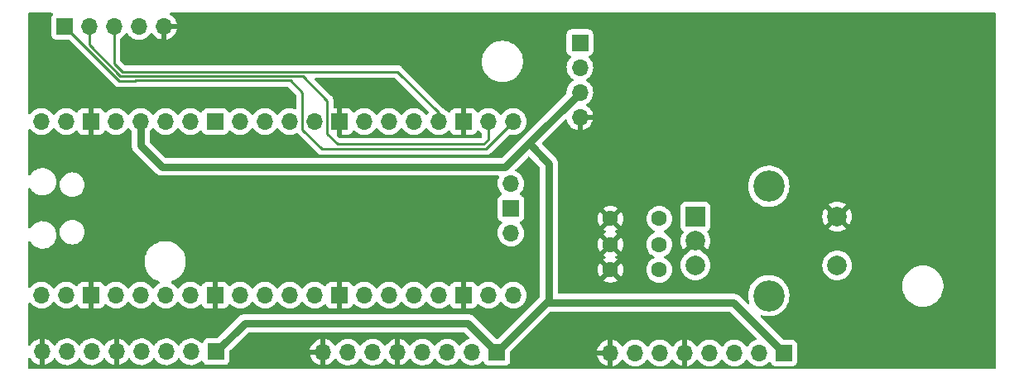
<source format=gbr>
%TF.GenerationSoftware,KiCad,Pcbnew,(6.0.5)*%
%TF.CreationDate,2022-09-02T14:56:30+01:00*%
%TF.ProjectId,PicoDualMIDICarrier,5069636f-4475-4616-9c4d-494449436172,rev?*%
%TF.SameCoordinates,Original*%
%TF.FileFunction,Copper,L2,Bot*%
%TF.FilePolarity,Positive*%
%FSLAX46Y46*%
G04 Gerber Fmt 4.6, Leading zero omitted, Abs format (unit mm)*
G04 Created by KiCad (PCBNEW (6.0.5)) date 2022-09-02 14:56:30*
%MOMM*%
%LPD*%
G01*
G04 APERTURE LIST*
%TA.AperFunction,ComponentPad*%
%ADD10R,1.700000X1.700000*%
%TD*%
%TA.AperFunction,ComponentPad*%
%ADD11O,1.700000X1.700000*%
%TD*%
%TA.AperFunction,ComponentPad*%
%ADD12R,2.000000X2.000000*%
%TD*%
%TA.AperFunction,ComponentPad*%
%ADD13C,2.000000*%
%TD*%
%TA.AperFunction,ComponentPad*%
%ADD14C,3.200000*%
%TD*%
%TA.AperFunction,ComponentPad*%
%ADD15C,1.600000*%
%TD*%
%TA.AperFunction,Conductor*%
%ADD16C,0.800000*%
%TD*%
%TA.AperFunction,Conductor*%
%ADD17C,0.254000*%
%TD*%
G04 APERTURE END LIST*
D10*
%TO.P,J5,1,Pin_1*%
%TO.N,/RE_A*%
X104210000Y-101920000D03*
D11*
%TO.P,J5,2,Pin_2*%
%TO.N,/RE_B*%
X106750000Y-101920000D03*
%TO.P,J5,3,Pin_3*%
%TO.N,/RE_SW*%
X109290000Y-101920000D03*
%TO.P,J5,4,Pin_4*%
%TO.N,+3V3*%
X111830000Y-101920000D03*
%TO.P,J5,5,Pin_5*%
%TO.N,GND*%
X114370000Y-101920000D03*
%TD*%
%TO.P,U1,1,GPIO0*%
%TO.N,/TX0*%
X101835000Y-129430000D03*
%TO.P,U1,2,GPIO1*%
%TO.N,/RX0*%
X104375000Y-129430000D03*
D10*
%TO.P,U1,3,GND*%
%TO.N,GND*%
X106915000Y-129430000D03*
D11*
%TO.P,U1,4,GPIO2*%
%TO.N,unconnected-(U1-Pad4)*%
X109455000Y-129430000D03*
%TO.P,U1,5,GPIO3*%
%TO.N,unconnected-(U1-Pad5)*%
X111995000Y-129430000D03*
%TO.P,U1,6,GPIO4*%
%TO.N,/TX1*%
X114535000Y-129430000D03*
%TO.P,U1,7,GPIO5*%
%TO.N,/RX1*%
X117075000Y-129430000D03*
D10*
%TO.P,U1,8,GND*%
%TO.N,GND*%
X119615000Y-129430000D03*
D11*
%TO.P,U1,9,GPIO6*%
%TO.N,/PIO_RX0*%
X122155000Y-129430000D03*
%TO.P,U1,10,GPIO7*%
%TO.N,/PIO_RX1*%
X124695000Y-129430000D03*
%TO.P,U1,11,GPIO8*%
%TO.N,/PIO_RX2*%
X127235000Y-129430000D03*
%TO.P,U1,12,GPIO9*%
%TO.N,/PIO_RX3*%
X129775000Y-129430000D03*
D10*
%TO.P,U1,13,GND*%
%TO.N,GND*%
X132315000Y-129430000D03*
D11*
%TO.P,U1,14,GPIO10*%
%TO.N,/PIO_TX0*%
X134855000Y-129430000D03*
%TO.P,U1,15,GPIO11*%
%TO.N,/PIO_TX1*%
X137395000Y-129430000D03*
%TO.P,U1,16,GPIO12*%
%TO.N,/PIO_TX2*%
X139935000Y-129430000D03*
%TO.P,U1,17,GPIO13*%
%TO.N,/PIO_TX3*%
X142475000Y-129430000D03*
D10*
%TO.P,U1,18,GND*%
%TO.N,GND*%
X145015000Y-129430000D03*
D11*
%TO.P,U1,19,GPIO14*%
%TO.N,/LCD_SDA*%
X147555000Y-129430000D03*
%TO.P,U1,20,GPIO15*%
%TO.N,/LCD_SCL*%
X150095000Y-129430000D03*
%TO.P,U1,21,GPIO16*%
%TO.N,/RE_A*%
X150095000Y-111650000D03*
%TO.P,U1,22,GPIO17*%
%TO.N,/RE_B*%
X147555000Y-111650000D03*
D10*
%TO.P,U1,23,GND*%
%TO.N,GND*%
X145015000Y-111650000D03*
D11*
%TO.P,U1,24,GPIO18*%
%TO.N,/RE_SW*%
X142475000Y-111650000D03*
%TO.P,U1,25,GPIO19*%
%TO.N,unconnected-(U1-Pad25)*%
X139935000Y-111650000D03*
%TO.P,U1,26,GPIO20*%
%TO.N,unconnected-(U1-Pad26)*%
X137395000Y-111650000D03*
%TO.P,U1,27,GPIO21*%
%TO.N,unconnected-(U1-Pad27)*%
X134855000Y-111650000D03*
D10*
%TO.P,U1,28,GND*%
%TO.N,GND*%
X132315000Y-111650000D03*
D11*
%TO.P,U1,29,GPIO22*%
%TO.N,unconnected-(U1-Pad29)*%
X129775000Y-111650000D03*
%TO.P,U1,30,RUN*%
%TO.N,unconnected-(U1-Pad30)*%
X127235000Y-111650000D03*
%TO.P,U1,31,GPIO26_ADC0*%
%TO.N,unconnected-(U1-Pad31)*%
X124695000Y-111650000D03*
%TO.P,U1,32,GPIO27_ADC1*%
%TO.N,unconnected-(U1-Pad32)*%
X122155000Y-111650000D03*
D10*
%TO.P,U1,33,AGND*%
%TO.N,unconnected-(U1-Pad33)*%
X119615000Y-111650000D03*
D11*
%TO.P,U1,34,GPIO28_ADC2*%
%TO.N,unconnected-(U1-Pad34)*%
X117075000Y-111650000D03*
%TO.P,U1,35,ADC_VREF*%
%TO.N,unconnected-(U1-Pad35)*%
X114535000Y-111650000D03*
%TO.P,U1,36,3V3*%
%TO.N,+3V3*%
X111995000Y-111650000D03*
%TO.P,U1,37,3V3_EN*%
%TO.N,unconnected-(U1-Pad37)*%
X109455000Y-111650000D03*
D10*
%TO.P,U1,38,GND*%
%TO.N,GND*%
X106915000Y-111650000D03*
D11*
%TO.P,U1,39,VSYS*%
%TO.N,unconnected-(U1-Pad39)*%
X104375000Y-111650000D03*
%TO.P,U1,40,VBUS*%
%TO.N,+5V*%
X101835000Y-111650000D03*
%TO.P,U1,41,SWCLK*%
%TO.N,unconnected-(U1-Pad41)*%
X149865000Y-123080000D03*
D10*
%TO.P,U1,42,GND*%
%TO.N,unconnected-(U1-Pad42)*%
X149865000Y-120540000D03*
D11*
%TO.P,U1,43,SWDIO*%
%TO.N,unconnected-(U1-Pad43)*%
X149865000Y-118000000D03*
%TD*%
D12*
%TO.P,SW1,A,A*%
%TO.N,/RE_A*%
X168740000Y-121380000D03*
D13*
%TO.P,SW1,B,B*%
%TO.N,/RE_B*%
X168740000Y-126380000D03*
%TO.P,SW1,C,C*%
%TO.N,GND*%
X168740000Y-123880000D03*
D14*
%TO.P,SW1,*%
%TO.N,*%
X176240000Y-118280000D03*
X176240000Y-129480000D03*
D13*
%TO.P,SW1,S1,S1*%
%TO.N,/RE_SW*%
X183240000Y-126380000D03*
%TO.P,SW1,S2,S2*%
%TO.N,GND*%
X183240000Y-121380000D03*
%TD*%
D10*
%TO.P,J4,1,Pin_1*%
%TO.N,/LCD_SDA*%
X156925000Y-103570000D03*
D11*
%TO.P,J4,2,Pin_2*%
%TO.N,/LCD_SCL*%
X156925000Y-106110000D03*
%TO.P,J4,3,Pin_3*%
%TO.N,+3V3*%
X156925000Y-108650000D03*
%TO.P,J4,4,Pin_4*%
%TO.N,GND*%
X156925000Y-111190000D03*
%TD*%
D10*
%TO.P,J3,1,Pin_1*%
%TO.N,+3V3*%
X177800000Y-135350000D03*
D11*
%TO.P,J3,2,Pin_2*%
%TO.N,/PIO_TX3*%
X175260000Y-135350000D03*
%TO.P,J3,3,Pin_3*%
%TO.N,/PIO_TX2*%
X172720000Y-135350000D03*
%TO.P,J3,4,Pin_4*%
%TO.N,/LED3*%
X170180000Y-135350000D03*
%TO.P,J3,5,Pin_5*%
%TO.N,GND*%
X167640000Y-135350000D03*
%TO.P,J3,6,Pin_6*%
%TO.N,/PIO_RX3*%
X165100000Y-135350000D03*
%TO.P,J3,7,Pin_7*%
%TO.N,/PIO_RX2*%
X162560000Y-135350000D03*
%TO.P,J3,8,Pin_8*%
%TO.N,GND*%
X160020000Y-135350000D03*
%TD*%
D10*
%TO.P,J2,1,Pin_1*%
%TO.N,+3V3*%
X148435000Y-135250000D03*
D11*
%TO.P,J2,2,Pin_2*%
%TO.N,/PIO_TX1*%
X145895000Y-135250000D03*
%TO.P,J2,3,Pin_3*%
%TO.N,/PIO_TX0*%
X143355000Y-135250000D03*
%TO.P,J2,4,Pin_4*%
%TO.N,/LED2*%
X140815000Y-135250000D03*
%TO.P,J2,5,Pin_5*%
%TO.N,GND*%
X138275000Y-135250000D03*
%TO.P,J2,6,Pin_6*%
%TO.N,/PIO_RX1*%
X135735000Y-135250000D03*
%TO.P,J2,7,Pin_7*%
%TO.N,/PIO_RX0*%
X133195000Y-135250000D03*
%TO.P,J2,8,Pin_8*%
%TO.N,GND*%
X130655000Y-135250000D03*
%TD*%
D10*
%TO.P,J1,1,Pin_1*%
%TO.N,+3V3*%
X119710000Y-135230000D03*
D11*
%TO.P,J1,2,Pin_2*%
%TO.N,/TX1*%
X117170000Y-135230000D03*
%TO.P,J1,3,Pin_3*%
%TO.N,/TX0*%
X114630000Y-135230000D03*
%TO.P,J1,4,Pin_4*%
%TO.N,/LED1*%
X112090000Y-135230000D03*
%TO.P,J1,5,Pin_5*%
%TO.N,GND*%
X109550000Y-135230000D03*
%TO.P,J1,6,Pin_6*%
%TO.N,/RX1*%
X107010000Y-135230000D03*
%TO.P,J1,7,Pin_7*%
%TO.N,/RX0*%
X104470000Y-135230000D03*
%TO.P,J1,8,Pin_8*%
%TO.N,GND*%
X101930000Y-135230000D03*
%TD*%
D15*
%TO.P,C3,1*%
%TO.N,/RE_SW*%
X165040000Y-126830000D03*
%TO.P,C3,2*%
%TO.N,GND*%
X160040000Y-126830000D03*
%TD*%
%TO.P,C2,1*%
%TO.N,/RE_B*%
X165040000Y-124240000D03*
%TO.P,C2,2*%
%TO.N,GND*%
X160040000Y-124240000D03*
%TD*%
%TO.P,C1,1*%
%TO.N,/RE_A*%
X165050000Y-121600000D03*
%TO.P,C1,2*%
%TO.N,GND*%
X160050000Y-121600000D03*
%TD*%
D16*
%TO.N,+3V3*%
X145485000Y-132300000D02*
X148435000Y-135250000D01*
X119710000Y-135230000D02*
X122640000Y-132300000D01*
X122640000Y-132300000D02*
X145485000Y-132300000D01*
X153757500Y-115947500D02*
X151692500Y-113882500D01*
X153757500Y-129927500D02*
X153757500Y-115947500D01*
X153497500Y-130187500D02*
X153757500Y-129927500D01*
X172637500Y-130187500D02*
X173085000Y-130635000D01*
X153497500Y-130187500D02*
X172637500Y-130187500D01*
X177800000Y-135350000D02*
X173085000Y-130635000D01*
X153497500Y-130187500D02*
X148435000Y-135250000D01*
D17*
%TO.N,/RE_B*%
X106750000Y-103818626D02*
X106750000Y-101920000D01*
X109921374Y-106990000D02*
X106750000Y-103818626D01*
X128560000Y-106990000D02*
X109921374Y-106990000D01*
X131080000Y-112940000D02*
X131080000Y-109510000D01*
X132120000Y-113980000D02*
X131080000Y-112940000D01*
X147090000Y-113980000D02*
X132120000Y-113980000D01*
X131080000Y-109510000D02*
X128560000Y-106990000D01*
X147555000Y-113515000D02*
X147090000Y-113980000D01*
X147555000Y-111650000D02*
X147555000Y-113515000D01*
%TO.N,/RE_A*%
X109772833Y-107482833D02*
X104210000Y-101920000D01*
X111463520Y-107443520D02*
X111424207Y-107482833D01*
X127306480Y-107443520D02*
X111463520Y-107443520D01*
X128550000Y-112460000D02*
X128550000Y-108687040D01*
X130523520Y-114433520D02*
X128550000Y-112460000D01*
X128550000Y-108687040D02*
X127306480Y-107443520D01*
X147311480Y-114433520D02*
X130523520Y-114433520D01*
X150095000Y-111650000D02*
X147311480Y-114433520D01*
X111424207Y-107482833D02*
X109772833Y-107482833D01*
%TO.N,/RE_SW*%
X142475000Y-110755000D02*
X142475000Y-111650000D01*
X138256480Y-106536480D02*
X142475000Y-110755000D01*
X110126480Y-106536480D02*
X138256480Y-106536480D01*
D16*
%TO.N,+3V3*%
X114200000Y-116290000D02*
X117040000Y-116290000D01*
X111995000Y-114085000D02*
X114200000Y-116290000D01*
X117040000Y-116290000D02*
X149285000Y-116290000D01*
X111995000Y-111650000D02*
X111995000Y-114085000D01*
D17*
%TO.N,/RE_SW*%
X109290000Y-105700000D02*
X110126480Y-106536480D01*
X109290000Y-101920000D02*
X109290000Y-105700000D01*
D16*
%TO.N,+3V3*%
X149285000Y-116290000D02*
X151692500Y-113882500D01*
X151692500Y-113882500D02*
X156925000Y-108650000D01*
%TD*%
%TA.AperFunction,Conductor*%
%TO.N,GND*%
G36*
X102961541Y-100528502D02*
G01*
X103008034Y-100582158D01*
X103018138Y-100652432D01*
X102994246Y-100710065D01*
X102935671Y-100788222D01*
X102909385Y-100823295D01*
X102858255Y-100959684D01*
X102851500Y-101021866D01*
X102851500Y-102818134D01*
X102858255Y-102880316D01*
X102909385Y-103016705D01*
X102996739Y-103133261D01*
X103113295Y-103220615D01*
X103249684Y-103271745D01*
X103311866Y-103278500D01*
X104617578Y-103278500D01*
X104685699Y-103298502D01*
X104706673Y-103315405D01*
X109267583Y-107876316D01*
X109275159Y-107884642D01*
X109279280Y-107891136D01*
X109285055Y-107896559D01*
X109329098Y-107937918D01*
X109331940Y-107940673D01*
X109351739Y-107960472D01*
X109354864Y-107962896D01*
X109354873Y-107962904D01*
X109354959Y-107962970D01*
X109363984Y-107970678D01*
X109396327Y-108001050D01*
X109403271Y-108004868D01*
X109403273Y-108004869D01*
X109414162Y-108010855D01*
X109430680Y-108021706D01*
X109446766Y-108034183D01*
X109487499Y-108051809D01*
X109498147Y-108057026D01*
X109537030Y-108078402D01*
X109544705Y-108080373D01*
X109544711Y-108080375D01*
X109556744Y-108083464D01*
X109575446Y-108089867D01*
X109594125Y-108097950D01*
X109627651Y-108103260D01*
X109637960Y-108104893D01*
X109649573Y-108107298D01*
X109692551Y-108118333D01*
X109712898Y-108118333D01*
X109732610Y-108119884D01*
X109752712Y-108123068D01*
X109760604Y-108122322D01*
X109796889Y-108118892D01*
X109808747Y-108118333D01*
X111345187Y-108118333D01*
X111356421Y-108118863D01*
X111363926Y-108120541D01*
X111432219Y-108118395D01*
X111436176Y-108118333D01*
X111464190Y-108118333D01*
X111468115Y-108117837D01*
X111468116Y-108117837D01*
X111468211Y-108117825D01*
X111480056Y-108116892D01*
X111510821Y-108115925D01*
X111516489Y-108115747D01*
X111516490Y-108115747D01*
X111524412Y-108115498D01*
X111543956Y-108109820D01*
X111563319Y-108105810D01*
X111575647Y-108104253D01*
X111575649Y-108104253D01*
X111583506Y-108103260D01*
X111622381Y-108087868D01*
X111668765Y-108079020D01*
X126991057Y-108079020D01*
X127059178Y-108099022D01*
X127080153Y-108115925D01*
X127877596Y-108913369D01*
X127911621Y-108975681D01*
X127914500Y-109002464D01*
X127914500Y-110271098D01*
X127894498Y-110339219D01*
X127840842Y-110385712D01*
X127770568Y-110395816D01*
X127746440Y-110389871D01*
X127734696Y-110385712D01*
X127666470Y-110361552D01*
X127588087Y-110333795D01*
X127588083Y-110333794D01*
X127583212Y-110332069D01*
X127578119Y-110331162D01*
X127578116Y-110331161D01*
X127368373Y-110293800D01*
X127368367Y-110293799D01*
X127363284Y-110292894D01*
X127289452Y-110291992D01*
X127145081Y-110290228D01*
X127145079Y-110290228D01*
X127139911Y-110290165D01*
X126919091Y-110323955D01*
X126706756Y-110393357D01*
X126508607Y-110496507D01*
X126504474Y-110499610D01*
X126504471Y-110499612D01*
X126334100Y-110627530D01*
X126329965Y-110630635D01*
X126295958Y-110666221D01*
X126218729Y-110747037D01*
X126175629Y-110792138D01*
X126068201Y-110949621D01*
X126013293Y-110994621D01*
X125942768Y-111002792D01*
X125879021Y-110971538D01*
X125858324Y-110947054D01*
X125777822Y-110822617D01*
X125777820Y-110822614D01*
X125775014Y-110818277D01*
X125624670Y-110653051D01*
X125620619Y-110649852D01*
X125620615Y-110649848D01*
X125453414Y-110517800D01*
X125453410Y-110517798D01*
X125449359Y-110514598D01*
X125253789Y-110406638D01*
X125248920Y-110404914D01*
X125248916Y-110404912D01*
X125048087Y-110333795D01*
X125048083Y-110333794D01*
X125043212Y-110332069D01*
X125038119Y-110331162D01*
X125038116Y-110331161D01*
X124828373Y-110293800D01*
X124828367Y-110293799D01*
X124823284Y-110292894D01*
X124749452Y-110291992D01*
X124605081Y-110290228D01*
X124605079Y-110290228D01*
X124599911Y-110290165D01*
X124379091Y-110323955D01*
X124166756Y-110393357D01*
X123968607Y-110496507D01*
X123964474Y-110499610D01*
X123964471Y-110499612D01*
X123794100Y-110627530D01*
X123789965Y-110630635D01*
X123755958Y-110666221D01*
X123678729Y-110747037D01*
X123635629Y-110792138D01*
X123528201Y-110949621D01*
X123473293Y-110994621D01*
X123402768Y-111002792D01*
X123339021Y-110971538D01*
X123318324Y-110947054D01*
X123237822Y-110822617D01*
X123237820Y-110822614D01*
X123235014Y-110818277D01*
X123084670Y-110653051D01*
X123080619Y-110649852D01*
X123080615Y-110649848D01*
X122913414Y-110517800D01*
X122913410Y-110517798D01*
X122909359Y-110514598D01*
X122713789Y-110406638D01*
X122708920Y-110404914D01*
X122708916Y-110404912D01*
X122508087Y-110333795D01*
X122508083Y-110333794D01*
X122503212Y-110332069D01*
X122498119Y-110331162D01*
X122498116Y-110331161D01*
X122288373Y-110293800D01*
X122288367Y-110293799D01*
X122283284Y-110292894D01*
X122209452Y-110291992D01*
X122065081Y-110290228D01*
X122065079Y-110290228D01*
X122059911Y-110290165D01*
X121839091Y-110323955D01*
X121626756Y-110393357D01*
X121428607Y-110496507D01*
X121424474Y-110499610D01*
X121424471Y-110499612D01*
X121254100Y-110627530D01*
X121249965Y-110630635D01*
X121171360Y-110712891D01*
X121169283Y-110715064D01*
X121107759Y-110750494D01*
X121036846Y-110747037D01*
X120979060Y-110705791D01*
X120960207Y-110672243D01*
X120918767Y-110561703D01*
X120915615Y-110553295D01*
X120828261Y-110436739D01*
X120711705Y-110349385D01*
X120575316Y-110298255D01*
X120513134Y-110291500D01*
X118716866Y-110291500D01*
X118654684Y-110298255D01*
X118518295Y-110349385D01*
X118401739Y-110436739D01*
X118314385Y-110553295D01*
X118311233Y-110561703D01*
X118269919Y-110671907D01*
X118227277Y-110728671D01*
X118160716Y-110753371D01*
X118091367Y-110738163D01*
X118058743Y-110712476D01*
X118008151Y-110656875D01*
X118008142Y-110656866D01*
X118004670Y-110653051D01*
X118000619Y-110649852D01*
X118000615Y-110649848D01*
X117833414Y-110517800D01*
X117833410Y-110517798D01*
X117829359Y-110514598D01*
X117633789Y-110406638D01*
X117628920Y-110404914D01*
X117628916Y-110404912D01*
X117428087Y-110333795D01*
X117428083Y-110333794D01*
X117423212Y-110332069D01*
X117418119Y-110331162D01*
X117418116Y-110331161D01*
X117208373Y-110293800D01*
X117208367Y-110293799D01*
X117203284Y-110292894D01*
X117129452Y-110291992D01*
X116985081Y-110290228D01*
X116985079Y-110290228D01*
X116979911Y-110290165D01*
X116759091Y-110323955D01*
X116546756Y-110393357D01*
X116348607Y-110496507D01*
X116344474Y-110499610D01*
X116344471Y-110499612D01*
X116174100Y-110627530D01*
X116169965Y-110630635D01*
X116135958Y-110666221D01*
X116058729Y-110747037D01*
X116015629Y-110792138D01*
X115908201Y-110949621D01*
X115853293Y-110994621D01*
X115782768Y-111002792D01*
X115719021Y-110971538D01*
X115698324Y-110947054D01*
X115617822Y-110822617D01*
X115617820Y-110822614D01*
X115615014Y-110818277D01*
X115464670Y-110653051D01*
X115460619Y-110649852D01*
X115460615Y-110649848D01*
X115293414Y-110517800D01*
X115293410Y-110517798D01*
X115289359Y-110514598D01*
X115093789Y-110406638D01*
X115088920Y-110404914D01*
X115088916Y-110404912D01*
X114888087Y-110333795D01*
X114888083Y-110333794D01*
X114883212Y-110332069D01*
X114878119Y-110331162D01*
X114878116Y-110331161D01*
X114668373Y-110293800D01*
X114668367Y-110293799D01*
X114663284Y-110292894D01*
X114589452Y-110291992D01*
X114445081Y-110290228D01*
X114445079Y-110290228D01*
X114439911Y-110290165D01*
X114219091Y-110323955D01*
X114006756Y-110393357D01*
X113808607Y-110496507D01*
X113804474Y-110499610D01*
X113804471Y-110499612D01*
X113634100Y-110627530D01*
X113629965Y-110630635D01*
X113595958Y-110666221D01*
X113518729Y-110747037D01*
X113475629Y-110792138D01*
X113368201Y-110949621D01*
X113313293Y-110994621D01*
X113242768Y-111002792D01*
X113179021Y-110971538D01*
X113158324Y-110947054D01*
X113077822Y-110822617D01*
X113077820Y-110822614D01*
X113075014Y-110818277D01*
X112924670Y-110653051D01*
X112920619Y-110649852D01*
X112920615Y-110649848D01*
X112753414Y-110517800D01*
X112753410Y-110517798D01*
X112749359Y-110514598D01*
X112553789Y-110406638D01*
X112548920Y-110404914D01*
X112548916Y-110404912D01*
X112348087Y-110333795D01*
X112348083Y-110333794D01*
X112343212Y-110332069D01*
X112338119Y-110331162D01*
X112338116Y-110331161D01*
X112128373Y-110293800D01*
X112128367Y-110293799D01*
X112123284Y-110292894D01*
X112049452Y-110291992D01*
X111905081Y-110290228D01*
X111905079Y-110290228D01*
X111899911Y-110290165D01*
X111679091Y-110323955D01*
X111466756Y-110393357D01*
X111268607Y-110496507D01*
X111264474Y-110499610D01*
X111264471Y-110499612D01*
X111094100Y-110627530D01*
X111089965Y-110630635D01*
X111055958Y-110666221D01*
X110978729Y-110747037D01*
X110935629Y-110792138D01*
X110828201Y-110949621D01*
X110773293Y-110994621D01*
X110702768Y-111002792D01*
X110639021Y-110971538D01*
X110618324Y-110947054D01*
X110537822Y-110822617D01*
X110537820Y-110822614D01*
X110535014Y-110818277D01*
X110384670Y-110653051D01*
X110380619Y-110649852D01*
X110380615Y-110649848D01*
X110213414Y-110517800D01*
X110213410Y-110517798D01*
X110209359Y-110514598D01*
X110013789Y-110406638D01*
X110008920Y-110404914D01*
X110008916Y-110404912D01*
X109808087Y-110333795D01*
X109808083Y-110333794D01*
X109803212Y-110332069D01*
X109798119Y-110331162D01*
X109798116Y-110331161D01*
X109588373Y-110293800D01*
X109588367Y-110293799D01*
X109583284Y-110292894D01*
X109509452Y-110291992D01*
X109365081Y-110290228D01*
X109365079Y-110290228D01*
X109359911Y-110290165D01*
X109139091Y-110323955D01*
X108926756Y-110393357D01*
X108728607Y-110496507D01*
X108724474Y-110499610D01*
X108724471Y-110499612D01*
X108554100Y-110627530D01*
X108549965Y-110630635D01*
X108546393Y-110634373D01*
X108468898Y-110715466D01*
X108407374Y-110750895D01*
X108336462Y-110747438D01*
X108278676Y-110706192D01*
X108259823Y-110672644D01*
X108218324Y-110561946D01*
X108209786Y-110546351D01*
X108133285Y-110444276D01*
X108120724Y-110431715D01*
X108018649Y-110355214D01*
X108003054Y-110346676D01*
X107882606Y-110301522D01*
X107867351Y-110297895D01*
X107816486Y-110292369D01*
X107809672Y-110292000D01*
X107187115Y-110292000D01*
X107171876Y-110296475D01*
X107170671Y-110297865D01*
X107169000Y-110305548D01*
X107169000Y-112989884D01*
X107173475Y-113005123D01*
X107174865Y-113006328D01*
X107182548Y-113007999D01*
X107809669Y-113007999D01*
X107816490Y-113007629D01*
X107867352Y-113002105D01*
X107882604Y-112998479D01*
X108003054Y-112953324D01*
X108018649Y-112944786D01*
X108120724Y-112868285D01*
X108133285Y-112855724D01*
X108209786Y-112753649D01*
X108218324Y-112738054D01*
X108259225Y-112628952D01*
X108301867Y-112572188D01*
X108368428Y-112547488D01*
X108437777Y-112562696D01*
X108472444Y-112590684D01*
X108497865Y-112620031D01*
X108497869Y-112620035D01*
X108501250Y-112623938D01*
X108673126Y-112766632D01*
X108866000Y-112879338D01*
X108870825Y-112881180D01*
X108870826Y-112881181D01*
X108943612Y-112908975D01*
X109074692Y-112959030D01*
X109079760Y-112960061D01*
X109079763Y-112960062D01*
X109128994Y-112970078D01*
X109293597Y-113003567D01*
X109298772Y-113003757D01*
X109298774Y-113003757D01*
X109511673Y-113011564D01*
X109511677Y-113011564D01*
X109516837Y-113011753D01*
X109521957Y-113011097D01*
X109521959Y-113011097D01*
X109733288Y-112984025D01*
X109733289Y-112984025D01*
X109738416Y-112983368D01*
X109782714Y-112970078D01*
X109947429Y-112920661D01*
X109947434Y-112920659D01*
X109952384Y-112919174D01*
X110152994Y-112820896D01*
X110334860Y-112691173D01*
X110349317Y-112676767D01*
X110435701Y-112590684D01*
X110493096Y-112533489D01*
X110500250Y-112523534D01*
X110623453Y-112352077D01*
X110624776Y-112353028D01*
X110671645Y-112309857D01*
X110741580Y-112297625D01*
X110807026Y-112325144D01*
X110834875Y-112356994D01*
X110894987Y-112455088D01*
X110898367Y-112458990D01*
X111037866Y-112620032D01*
X111037869Y-112620035D01*
X111041250Y-112623938D01*
X111045224Y-112627237D01*
X111048658Y-112630600D01*
X111083334Y-112692553D01*
X111086500Y-112720623D01*
X111086500Y-114003583D01*
X111084949Y-114023292D01*
X111082748Y-114037190D01*
X111083093Y-114043777D01*
X111083093Y-114043782D01*
X111086327Y-114105480D01*
X111086500Y-114112074D01*
X111086500Y-114132610D01*
X111086844Y-114135882D01*
X111086844Y-114135884D01*
X111088647Y-114153042D01*
X111089164Y-114159616D01*
X111092743Y-114227903D01*
X111094453Y-114234284D01*
X111094453Y-114234286D01*
X111096383Y-114241491D01*
X111099985Y-114260925D01*
X111100766Y-114268354D01*
X111100768Y-114268363D01*
X111101458Y-114274928D01*
X111122600Y-114339997D01*
X111124467Y-114346299D01*
X111142171Y-114412370D01*
X111148559Y-114424907D01*
X111156125Y-114443173D01*
X111160473Y-114456556D01*
X111163776Y-114462278D01*
X111163777Y-114462279D01*
X111194667Y-114515782D01*
X111197814Y-114521577D01*
X111228871Y-114582530D01*
X111233024Y-114587658D01*
X111233025Y-114587660D01*
X111237727Y-114593466D01*
X111248927Y-114609763D01*
X111252657Y-114616224D01*
X111252660Y-114616228D01*
X111255960Y-114621944D01*
X111260377Y-114626850D01*
X111260381Y-114626855D01*
X111301722Y-114672769D01*
X111306006Y-114677784D01*
X111318928Y-114693741D01*
X111333443Y-114708256D01*
X111337984Y-114713041D01*
X111383747Y-114763866D01*
X111389086Y-114767745D01*
X111389087Y-114767746D01*
X111395135Y-114772140D01*
X111410168Y-114784981D01*
X113500019Y-116874832D01*
X113512860Y-116889865D01*
X113521134Y-116901253D01*
X113556227Y-116932851D01*
X113571959Y-116947016D01*
X113576744Y-116951557D01*
X113591259Y-116966072D01*
X113593823Y-116968148D01*
X113607216Y-116978994D01*
X113612231Y-116983278D01*
X113658145Y-117024619D01*
X113658150Y-117024623D01*
X113663056Y-117029040D01*
X113668772Y-117032340D01*
X113668776Y-117032343D01*
X113675237Y-117036073D01*
X113691533Y-117047273D01*
X113702470Y-117056129D01*
X113708348Y-117059124D01*
X113708351Y-117059126D01*
X113763426Y-117087188D01*
X113769223Y-117090336D01*
X113815232Y-117116899D01*
X113828444Y-117124527D01*
X113841826Y-117128875D01*
X113860085Y-117136438D01*
X113872630Y-117142830D01*
X113879000Y-117144537D01*
X113879003Y-117144538D01*
X113906360Y-117151868D01*
X113938712Y-117160537D01*
X113945025Y-117162407D01*
X114010072Y-117183542D01*
X114024075Y-117185014D01*
X114043504Y-117188615D01*
X114057097Y-117192257D01*
X114063694Y-117192603D01*
X114063696Y-117192603D01*
X114125384Y-117195836D01*
X114131958Y-117196353D01*
X114149116Y-117198156D01*
X114149118Y-117198156D01*
X114152390Y-117198500D01*
X114172926Y-117198500D01*
X114179520Y-117198673D01*
X114241218Y-117201907D01*
X114241223Y-117201907D01*
X114247810Y-117202252D01*
X114261708Y-117200051D01*
X114281417Y-117198500D01*
X148541842Y-117198500D01*
X148609963Y-117218502D01*
X148656456Y-117272158D01*
X148666560Y-117342432D01*
X148656130Y-117377550D01*
X148636244Y-117420392D01*
X148585688Y-117529305D01*
X148525989Y-117744570D01*
X148502251Y-117966695D01*
X148502548Y-117971848D01*
X148502548Y-117971851D01*
X148511118Y-118120475D01*
X148515110Y-118189715D01*
X148516247Y-118194761D01*
X148516248Y-118194767D01*
X148525911Y-118237642D01*
X148564222Y-118407639D01*
X148648266Y-118614616D01*
X148650965Y-118619020D01*
X148721825Y-118734653D01*
X148764987Y-118805088D01*
X148911250Y-118973938D01*
X148915230Y-118977242D01*
X148919981Y-118981187D01*
X148959616Y-119040090D01*
X148961113Y-119111071D01*
X148923997Y-119171593D01*
X148883725Y-119196112D01*
X148801673Y-119226872D01*
X148768295Y-119239385D01*
X148651739Y-119326739D01*
X148564385Y-119443295D01*
X148513255Y-119579684D01*
X148506500Y-119641866D01*
X148506500Y-121438134D01*
X148513255Y-121500316D01*
X148564385Y-121636705D01*
X148651739Y-121753261D01*
X148768295Y-121840615D01*
X148776704Y-121843767D01*
X148776705Y-121843768D01*
X148885451Y-121884535D01*
X148942216Y-121927176D01*
X148966916Y-121993738D01*
X148951709Y-122063087D01*
X148932316Y-122089568D01*
X148805629Y-122222138D01*
X148802715Y-122226410D01*
X148802714Y-122226411D01*
X148787798Y-122248277D01*
X148679743Y-122406680D01*
X148660472Y-122448197D01*
X148588460Y-122603334D01*
X148585688Y-122609305D01*
X148525989Y-122824570D01*
X148502251Y-123046695D01*
X148502548Y-123051848D01*
X148502548Y-123051851D01*
X148510495Y-123189681D01*
X148515110Y-123269715D01*
X148516247Y-123274761D01*
X148516248Y-123274767D01*
X148530354Y-123337359D01*
X148564222Y-123487639D01*
X148648266Y-123694616D01*
X148650965Y-123699020D01*
X148759088Y-123875461D01*
X148764987Y-123885088D01*
X148911250Y-124053938D01*
X149083126Y-124196632D01*
X149276000Y-124309338D01*
X149484692Y-124389030D01*
X149489760Y-124390061D01*
X149489763Y-124390062D01*
X149597017Y-124411883D01*
X149703597Y-124433567D01*
X149708772Y-124433757D01*
X149708774Y-124433757D01*
X149921673Y-124441564D01*
X149921677Y-124441564D01*
X149926837Y-124441753D01*
X149931957Y-124441097D01*
X149931959Y-124441097D01*
X150143288Y-124414025D01*
X150143289Y-124414025D01*
X150148416Y-124413368D01*
X150153366Y-124411883D01*
X150357429Y-124350661D01*
X150357434Y-124350659D01*
X150362384Y-124349174D01*
X150562994Y-124250896D01*
X150744860Y-124121173D01*
X150762473Y-124103622D01*
X150896071Y-123970489D01*
X150903096Y-123963489D01*
X150942316Y-123908909D01*
X151030435Y-123786277D01*
X151033453Y-123782077D01*
X151035944Y-123777038D01*
X151130136Y-123586453D01*
X151130137Y-123586451D01*
X151132430Y-123581811D01*
X151185242Y-123407988D01*
X151195865Y-123373023D01*
X151195865Y-123373021D01*
X151197370Y-123368069D01*
X151226529Y-123146590D01*
X151228156Y-123080000D01*
X151209852Y-122857361D01*
X151155431Y-122640702D01*
X151066354Y-122435840D01*
X150988229Y-122315077D01*
X150947822Y-122252617D01*
X150947820Y-122252614D01*
X150945014Y-122248277D01*
X150939405Y-122242113D01*
X150797798Y-122086488D01*
X150766746Y-122022642D01*
X150775141Y-121952143D01*
X150820317Y-121897375D01*
X150846761Y-121883706D01*
X150953297Y-121843767D01*
X150961705Y-121840615D01*
X151078261Y-121753261D01*
X151165615Y-121636705D01*
X151216745Y-121500316D01*
X151223500Y-121438134D01*
X151223500Y-119641866D01*
X151216745Y-119579684D01*
X151165615Y-119443295D01*
X151078261Y-119326739D01*
X150961705Y-119239385D01*
X150928327Y-119226872D01*
X150843203Y-119194960D01*
X150786439Y-119152318D01*
X150761739Y-119085756D01*
X150776947Y-119016408D01*
X150798493Y-118987727D01*
X150812330Y-118973938D01*
X150903096Y-118883489D01*
X150962594Y-118800689D01*
X151030435Y-118706277D01*
X151033453Y-118702077D01*
X151080771Y-118606337D01*
X151130136Y-118506453D01*
X151130137Y-118506451D01*
X151132430Y-118501811D01*
X151197370Y-118288069D01*
X151226529Y-118066590D01*
X151228156Y-118000000D01*
X151209852Y-117777361D01*
X151155431Y-117560702D01*
X151066354Y-117355840D01*
X150977506Y-117218502D01*
X150947822Y-117172617D01*
X150947820Y-117172614D01*
X150945014Y-117168277D01*
X150794670Y-117003051D01*
X150790619Y-116999852D01*
X150790615Y-116999848D01*
X150623414Y-116867800D01*
X150623410Y-116867798D01*
X150619359Y-116864598D01*
X150423789Y-116756638D01*
X150418916Y-116754913D01*
X150418913Y-116754911D01*
X150375263Y-116739454D01*
X150317726Y-116697860D01*
X150291810Y-116631763D01*
X150305743Y-116562147D01*
X150328227Y-116531586D01*
X151603405Y-115256408D01*
X151665717Y-115222382D01*
X151736532Y-115227447D01*
X151781595Y-115256408D01*
X152812095Y-116286908D01*
X152846121Y-116349220D01*
X152849000Y-116376003D01*
X152849000Y-129495186D01*
X152828998Y-129563307D01*
X152820181Y-129574854D01*
X152818634Y-129576247D01*
X152814755Y-129581586D01*
X152814754Y-129581587D01*
X152810360Y-129587635D01*
X152797519Y-129602668D01*
X148545592Y-133854595D01*
X148483280Y-133888621D01*
X148456497Y-133891500D01*
X148413503Y-133891500D01*
X148345382Y-133871498D01*
X148324408Y-133854595D01*
X146184981Y-131715168D01*
X146172140Y-131700135D01*
X146167746Y-131694087D01*
X146167745Y-131694086D01*
X146163866Y-131688747D01*
X146113041Y-131642984D01*
X146108256Y-131638443D01*
X146093741Y-131623928D01*
X146086282Y-131617888D01*
X146077784Y-131611006D01*
X146072769Y-131606722D01*
X146026855Y-131565381D01*
X146026850Y-131565377D01*
X146021944Y-131560960D01*
X146016228Y-131557660D01*
X146016224Y-131557657D01*
X146009763Y-131553927D01*
X145993466Y-131542727D01*
X145987660Y-131538025D01*
X145987658Y-131538024D01*
X145982530Y-131533871D01*
X145921573Y-131502812D01*
X145915782Y-131499667D01*
X145862279Y-131468777D01*
X145862278Y-131468776D01*
X145856556Y-131465473D01*
X145850274Y-131463432D01*
X145850272Y-131463431D01*
X145843174Y-131461125D01*
X145824907Y-131453559D01*
X145824903Y-131453557D01*
X145812370Y-131447171D01*
X145746291Y-131429465D01*
X145739997Y-131427600D01*
X145674928Y-131406458D01*
X145668363Y-131405768D01*
X145668354Y-131405766D01*
X145660925Y-131404985D01*
X145641491Y-131401383D01*
X145634286Y-131399453D01*
X145634284Y-131399453D01*
X145627903Y-131397743D01*
X145621312Y-131397398D01*
X145621308Y-131397397D01*
X145559616Y-131394164D01*
X145553042Y-131393647D01*
X145535884Y-131391844D01*
X145535882Y-131391844D01*
X145532610Y-131391500D01*
X145512074Y-131391500D01*
X145505480Y-131391327D01*
X145443782Y-131388093D01*
X145443777Y-131388093D01*
X145437190Y-131387748D01*
X145423292Y-131389949D01*
X145403583Y-131391500D01*
X122721417Y-131391500D01*
X122701707Y-131389949D01*
X122694327Y-131388780D01*
X122694326Y-131388780D01*
X122687810Y-131387748D01*
X122681223Y-131388093D01*
X122681218Y-131388093D01*
X122619520Y-131391327D01*
X122612926Y-131391500D01*
X122592390Y-131391500D01*
X122589118Y-131391844D01*
X122589116Y-131391844D01*
X122571958Y-131393647D01*
X122565384Y-131394164D01*
X122503696Y-131397397D01*
X122503694Y-131397397D01*
X122497097Y-131397743D01*
X122483504Y-131401385D01*
X122464075Y-131404986D01*
X122450072Y-131406458D01*
X122385025Y-131427593D01*
X122378712Y-131429463D01*
X122358074Y-131434993D01*
X122319003Y-131445462D01*
X122319000Y-131445463D01*
X122312630Y-131447170D01*
X122300085Y-131453562D01*
X122281826Y-131461125D01*
X122268444Y-131465473D01*
X122262723Y-131468776D01*
X122209223Y-131499664D01*
X122203426Y-131502812D01*
X122148351Y-131530874D01*
X122148348Y-131530876D01*
X122142470Y-131533871D01*
X122137342Y-131538024D01*
X122137340Y-131538025D01*
X122131534Y-131542727D01*
X122115237Y-131553927D01*
X122108776Y-131557657D01*
X122108772Y-131557660D01*
X122103056Y-131560960D01*
X122098150Y-131565377D01*
X122098145Y-131565381D01*
X122052231Y-131606722D01*
X122047216Y-131611006D01*
X122038718Y-131617888D01*
X122031259Y-131623928D01*
X122016744Y-131638443D01*
X122011959Y-131642984D01*
X121961134Y-131688747D01*
X121957255Y-131694086D01*
X121957254Y-131694087D01*
X121952860Y-131700135D01*
X121940019Y-131715168D01*
X119820592Y-133834595D01*
X119758280Y-133868621D01*
X119731497Y-133871500D01*
X118811866Y-133871500D01*
X118749684Y-133878255D01*
X118613295Y-133929385D01*
X118496739Y-134016739D01*
X118409385Y-134133295D01*
X118406233Y-134141703D01*
X118364919Y-134251907D01*
X118322277Y-134308671D01*
X118255716Y-134333371D01*
X118186367Y-134318163D01*
X118153743Y-134292476D01*
X118103151Y-134236875D01*
X118103142Y-134236866D01*
X118099670Y-134233051D01*
X118095619Y-134229852D01*
X118095615Y-134229848D01*
X117928414Y-134097800D01*
X117928410Y-134097798D01*
X117924359Y-134094598D01*
X117888028Y-134074542D01*
X117842455Y-134049385D01*
X117728789Y-133986638D01*
X117723920Y-133984914D01*
X117723916Y-133984912D01*
X117523087Y-133913795D01*
X117523083Y-133913794D01*
X117518212Y-133912069D01*
X117513119Y-133911162D01*
X117513116Y-133911161D01*
X117303373Y-133873800D01*
X117303367Y-133873799D01*
X117298284Y-133872894D01*
X117224452Y-133871992D01*
X117080081Y-133870228D01*
X117080079Y-133870228D01*
X117074911Y-133870165D01*
X116854091Y-133903955D01*
X116641756Y-133973357D01*
X116588599Y-134001029D01*
X116546061Y-134023173D01*
X116443607Y-134076507D01*
X116439474Y-134079610D01*
X116439471Y-134079612D01*
X116269100Y-134207530D01*
X116264965Y-134210635D01*
X116239541Y-134237240D01*
X116171280Y-134308671D01*
X116110629Y-134372138D01*
X116003201Y-134529621D01*
X115948293Y-134574621D01*
X115877768Y-134582792D01*
X115814021Y-134551538D01*
X115793324Y-134527054D01*
X115712822Y-134402617D01*
X115712820Y-134402614D01*
X115710014Y-134398277D01*
X115559670Y-134233051D01*
X115555619Y-134229852D01*
X115555615Y-134229848D01*
X115388414Y-134097800D01*
X115388410Y-134097798D01*
X115384359Y-134094598D01*
X115348028Y-134074542D01*
X115302455Y-134049385D01*
X115188789Y-133986638D01*
X115183920Y-133984914D01*
X115183916Y-133984912D01*
X114983087Y-133913795D01*
X114983083Y-133913794D01*
X114978212Y-133912069D01*
X114973119Y-133911162D01*
X114973116Y-133911161D01*
X114763373Y-133873800D01*
X114763367Y-133873799D01*
X114758284Y-133872894D01*
X114684452Y-133871992D01*
X114540081Y-133870228D01*
X114540079Y-133870228D01*
X114534911Y-133870165D01*
X114314091Y-133903955D01*
X114101756Y-133973357D01*
X114048599Y-134001029D01*
X114006061Y-134023173D01*
X113903607Y-134076507D01*
X113899474Y-134079610D01*
X113899471Y-134079612D01*
X113729100Y-134207530D01*
X113724965Y-134210635D01*
X113699541Y-134237240D01*
X113631280Y-134308671D01*
X113570629Y-134372138D01*
X113463201Y-134529621D01*
X113408293Y-134574621D01*
X113337768Y-134582792D01*
X113274021Y-134551538D01*
X113253324Y-134527054D01*
X113172822Y-134402617D01*
X113172820Y-134402614D01*
X113170014Y-134398277D01*
X113019670Y-134233051D01*
X113015619Y-134229852D01*
X113015615Y-134229848D01*
X112848414Y-134097800D01*
X112848410Y-134097798D01*
X112844359Y-134094598D01*
X112808028Y-134074542D01*
X112762455Y-134049385D01*
X112648789Y-133986638D01*
X112643920Y-133984914D01*
X112643916Y-133984912D01*
X112443087Y-133913795D01*
X112443083Y-133913794D01*
X112438212Y-133912069D01*
X112433119Y-133911162D01*
X112433116Y-133911161D01*
X112223373Y-133873800D01*
X112223367Y-133873799D01*
X112218284Y-133872894D01*
X112144452Y-133871992D01*
X112000081Y-133870228D01*
X112000079Y-133870228D01*
X111994911Y-133870165D01*
X111774091Y-133903955D01*
X111561756Y-133973357D01*
X111508599Y-134001029D01*
X111466061Y-134023173D01*
X111363607Y-134076507D01*
X111359474Y-134079610D01*
X111359471Y-134079612D01*
X111189100Y-134207530D01*
X111184965Y-134210635D01*
X111159541Y-134237240D01*
X111091280Y-134308671D01*
X111030629Y-134372138D01*
X111027720Y-134376403D01*
X111027714Y-134376411D01*
X111013301Y-134397540D01*
X110923204Y-134529618D01*
X110922898Y-134530066D01*
X110867987Y-134575069D01*
X110797462Y-134583240D01*
X110733715Y-134551986D01*
X110713018Y-134527502D01*
X110632426Y-134402926D01*
X110626136Y-134394757D01*
X110482806Y-134237240D01*
X110475273Y-134230215D01*
X110308139Y-134098222D01*
X110299552Y-134092517D01*
X110113117Y-133989599D01*
X110103705Y-133985369D01*
X109902959Y-133914280D01*
X109892988Y-133911646D01*
X109821837Y-133898972D01*
X109808540Y-133900432D01*
X109804000Y-133914989D01*
X109804000Y-136548517D01*
X109808064Y-136562359D01*
X109821478Y-136564393D01*
X109828184Y-136563534D01*
X109838262Y-136561392D01*
X110042255Y-136500191D01*
X110051842Y-136496433D01*
X110243095Y-136402739D01*
X110251945Y-136397464D01*
X110425328Y-136273792D01*
X110433200Y-136267139D01*
X110584052Y-136116812D01*
X110590730Y-136108965D01*
X110718022Y-135931819D01*
X110719279Y-135932722D01*
X110766373Y-135889362D01*
X110836311Y-135877145D01*
X110901751Y-135904678D01*
X110929579Y-135936511D01*
X110989987Y-136035088D01*
X111136250Y-136203938D01*
X111308126Y-136346632D01*
X111501000Y-136459338D01*
X111505825Y-136461180D01*
X111505826Y-136461181D01*
X111553375Y-136479338D01*
X111709692Y-136539030D01*
X111714760Y-136540061D01*
X111714763Y-136540062D01*
X111809862Y-136559410D01*
X111928597Y-136583567D01*
X111933772Y-136583757D01*
X111933774Y-136583757D01*
X112146673Y-136591564D01*
X112146677Y-136591564D01*
X112151837Y-136591753D01*
X112156957Y-136591097D01*
X112156959Y-136591097D01*
X112368288Y-136564025D01*
X112368289Y-136564025D01*
X112373416Y-136563368D01*
X112378366Y-136561883D01*
X112582429Y-136500661D01*
X112582434Y-136500659D01*
X112587384Y-136499174D01*
X112787994Y-136400896D01*
X112969860Y-136271173D01*
X113128096Y-136113489D01*
X113167467Y-136058699D01*
X113258453Y-135932077D01*
X113259776Y-135933028D01*
X113306645Y-135889857D01*
X113376580Y-135877625D01*
X113442026Y-135905144D01*
X113469875Y-135936994D01*
X113529987Y-136035088D01*
X113676250Y-136203938D01*
X113848126Y-136346632D01*
X114041000Y-136459338D01*
X114045825Y-136461180D01*
X114045826Y-136461181D01*
X114093375Y-136479338D01*
X114249692Y-136539030D01*
X114254760Y-136540061D01*
X114254763Y-136540062D01*
X114349862Y-136559410D01*
X114468597Y-136583567D01*
X114473772Y-136583757D01*
X114473774Y-136583757D01*
X114686673Y-136591564D01*
X114686677Y-136591564D01*
X114691837Y-136591753D01*
X114696957Y-136591097D01*
X114696959Y-136591097D01*
X114908288Y-136564025D01*
X114908289Y-136564025D01*
X114913416Y-136563368D01*
X114918366Y-136561883D01*
X115122429Y-136500661D01*
X115122434Y-136500659D01*
X115127384Y-136499174D01*
X115327994Y-136400896D01*
X115509860Y-136271173D01*
X115668096Y-136113489D01*
X115707467Y-136058699D01*
X115798453Y-135932077D01*
X115799776Y-135933028D01*
X115846645Y-135889857D01*
X115916580Y-135877625D01*
X115982026Y-135905144D01*
X116009875Y-135936994D01*
X116069987Y-136035088D01*
X116216250Y-136203938D01*
X116388126Y-136346632D01*
X116581000Y-136459338D01*
X116585825Y-136461180D01*
X116585826Y-136461181D01*
X116633375Y-136479338D01*
X116789692Y-136539030D01*
X116794760Y-136540061D01*
X116794763Y-136540062D01*
X116889862Y-136559410D01*
X117008597Y-136583567D01*
X117013772Y-136583757D01*
X117013774Y-136583757D01*
X117226673Y-136591564D01*
X117226677Y-136591564D01*
X117231837Y-136591753D01*
X117236957Y-136591097D01*
X117236959Y-136591097D01*
X117448288Y-136564025D01*
X117448289Y-136564025D01*
X117453416Y-136563368D01*
X117458366Y-136561883D01*
X117662429Y-136500661D01*
X117662434Y-136500659D01*
X117667384Y-136499174D01*
X117867994Y-136400896D01*
X118049860Y-136271173D01*
X118158091Y-136163319D01*
X118220462Y-136129404D01*
X118291268Y-136134592D01*
X118348030Y-136177238D01*
X118365012Y-136208341D01*
X118398338Y-136297238D01*
X118409385Y-136326705D01*
X118496739Y-136443261D01*
X118613295Y-136530615D01*
X118749684Y-136581745D01*
X118811866Y-136588500D01*
X120608134Y-136588500D01*
X120670316Y-136581745D01*
X120806705Y-136530615D01*
X120923261Y-136443261D01*
X121010615Y-136326705D01*
X121061745Y-136190316D01*
X121068500Y-136128134D01*
X121068500Y-135517966D01*
X129323257Y-135517966D01*
X129353565Y-135652446D01*
X129356645Y-135662275D01*
X129436770Y-135859603D01*
X129441413Y-135868794D01*
X129552694Y-136050388D01*
X129558777Y-136058699D01*
X129698213Y-136219667D01*
X129705580Y-136226883D01*
X129869434Y-136362916D01*
X129877881Y-136368831D01*
X130061756Y-136476279D01*
X130071042Y-136480729D01*
X130270001Y-136556703D01*
X130279899Y-136559579D01*
X130383250Y-136580606D01*
X130397299Y-136579410D01*
X130401000Y-136569065D01*
X130401000Y-136568517D01*
X130909000Y-136568517D01*
X130913064Y-136582359D01*
X130926478Y-136584393D01*
X130933184Y-136583534D01*
X130943262Y-136581392D01*
X131147255Y-136520191D01*
X131156842Y-136516433D01*
X131348095Y-136422739D01*
X131356945Y-136417464D01*
X131530328Y-136293792D01*
X131538200Y-136287139D01*
X131689052Y-136136812D01*
X131695730Y-136128965D01*
X131823022Y-135951819D01*
X131824279Y-135952722D01*
X131871373Y-135909362D01*
X131941311Y-135897145D01*
X132006751Y-135924678D01*
X132034579Y-135956511D01*
X132094987Y-136055088D01*
X132241250Y-136223938D01*
X132413126Y-136366632D01*
X132606000Y-136479338D01*
X132814692Y-136559030D01*
X132819760Y-136560061D01*
X132819763Y-136560062D01*
X132914508Y-136579338D01*
X133033597Y-136603567D01*
X133038772Y-136603757D01*
X133038774Y-136603757D01*
X133251673Y-136611564D01*
X133251677Y-136611564D01*
X133256837Y-136611753D01*
X133261957Y-136611097D01*
X133261959Y-136611097D01*
X133473288Y-136584025D01*
X133473289Y-136584025D01*
X133478416Y-136583368D01*
X133483826Y-136581745D01*
X133687429Y-136520661D01*
X133687434Y-136520659D01*
X133692384Y-136519174D01*
X133892994Y-136420896D01*
X134074860Y-136291173D01*
X134082741Y-136283320D01*
X134176070Y-136190316D01*
X134233096Y-136133489D01*
X134247468Y-136113489D01*
X134363453Y-135952077D01*
X134364776Y-135953028D01*
X134411645Y-135909857D01*
X134481580Y-135897625D01*
X134547026Y-135925144D01*
X134574875Y-135956994D01*
X134634987Y-136055088D01*
X134781250Y-136223938D01*
X134953126Y-136366632D01*
X135146000Y-136479338D01*
X135354692Y-136559030D01*
X135359760Y-136560061D01*
X135359763Y-136560062D01*
X135454508Y-136579338D01*
X135573597Y-136603567D01*
X135578772Y-136603757D01*
X135578774Y-136603757D01*
X135791673Y-136611564D01*
X135791677Y-136611564D01*
X135796837Y-136611753D01*
X135801957Y-136611097D01*
X135801959Y-136611097D01*
X136013288Y-136584025D01*
X136013289Y-136584025D01*
X136018416Y-136583368D01*
X136023826Y-136581745D01*
X136227429Y-136520661D01*
X136227434Y-136520659D01*
X136232384Y-136519174D01*
X136432994Y-136420896D01*
X136614860Y-136291173D01*
X136622741Y-136283320D01*
X136716070Y-136190316D01*
X136773096Y-136133489D01*
X136787468Y-136113489D01*
X136903453Y-135952077D01*
X136904640Y-135952930D01*
X136951960Y-135909362D01*
X137021897Y-135897145D01*
X137087338Y-135924678D01*
X137115166Y-135956511D01*
X137172694Y-136050388D01*
X137178777Y-136058699D01*
X137318213Y-136219667D01*
X137325580Y-136226883D01*
X137489434Y-136362916D01*
X137497881Y-136368831D01*
X137681756Y-136476279D01*
X137691042Y-136480729D01*
X137890001Y-136556703D01*
X137899899Y-136559579D01*
X138003250Y-136580606D01*
X138017299Y-136579410D01*
X138021000Y-136569065D01*
X138021000Y-133933102D01*
X138017082Y-133919758D01*
X138002806Y-133917771D01*
X137964324Y-133923660D01*
X137954288Y-133926051D01*
X137751868Y-133992212D01*
X137742359Y-133996209D01*
X137553463Y-134094542D01*
X137544738Y-134100036D01*
X137374433Y-134227905D01*
X137366726Y-134234748D01*
X137219590Y-134388717D01*
X137213109Y-134396722D01*
X137108498Y-134550074D01*
X137053587Y-134595076D01*
X136983062Y-134603247D01*
X136919315Y-134571993D01*
X136898618Y-134547509D01*
X136817822Y-134422617D01*
X136817820Y-134422614D01*
X136815014Y-134418277D01*
X136664670Y-134253051D01*
X136660619Y-134249852D01*
X136660615Y-134249848D01*
X136493414Y-134117800D01*
X136493410Y-134117798D01*
X136489359Y-134114598D01*
X136480304Y-134109599D01*
X136371225Y-134049385D01*
X136293789Y-134006638D01*
X136288920Y-134004914D01*
X136288916Y-134004912D01*
X136088087Y-133933795D01*
X136088083Y-133933794D01*
X136083212Y-133932069D01*
X136078119Y-133931162D01*
X136078116Y-133931161D01*
X135868373Y-133893800D01*
X135868367Y-133893799D01*
X135863284Y-133892894D01*
X135789452Y-133891992D01*
X135645081Y-133890228D01*
X135645079Y-133890228D01*
X135639911Y-133890165D01*
X135419091Y-133923955D01*
X135206756Y-133993357D01*
X135149480Y-134023173D01*
X135016272Y-134092517D01*
X135008607Y-134096507D01*
X135004474Y-134099610D01*
X135004471Y-134099612D01*
X134834100Y-134227530D01*
X134829965Y-134230635D01*
X134826393Y-134234373D01*
X134698313Y-134368401D01*
X134675629Y-134392138D01*
X134568201Y-134549621D01*
X134513293Y-134594621D01*
X134442768Y-134602792D01*
X134379021Y-134571538D01*
X134358324Y-134547054D01*
X134277822Y-134422617D01*
X134277820Y-134422614D01*
X134275014Y-134418277D01*
X134124670Y-134253051D01*
X134120619Y-134249852D01*
X134120615Y-134249848D01*
X133953414Y-134117800D01*
X133953410Y-134117798D01*
X133949359Y-134114598D01*
X133940304Y-134109599D01*
X133831225Y-134049385D01*
X133753789Y-134006638D01*
X133748920Y-134004914D01*
X133748916Y-134004912D01*
X133548087Y-133933795D01*
X133548083Y-133933794D01*
X133543212Y-133932069D01*
X133538119Y-133931162D01*
X133538116Y-133931161D01*
X133328373Y-133893800D01*
X133328367Y-133893799D01*
X133323284Y-133892894D01*
X133249452Y-133891992D01*
X133105081Y-133890228D01*
X133105079Y-133890228D01*
X133099911Y-133890165D01*
X132879091Y-133923955D01*
X132666756Y-133993357D01*
X132609480Y-134023173D01*
X132476272Y-134092517D01*
X132468607Y-134096507D01*
X132464474Y-134099610D01*
X132464471Y-134099612D01*
X132294100Y-134227530D01*
X132289965Y-134230635D01*
X132286393Y-134234373D01*
X132158313Y-134368401D01*
X132135629Y-134392138D01*
X132132720Y-134396403D01*
X132132714Y-134396411D01*
X132131944Y-134397540D01*
X132028204Y-134549618D01*
X132027898Y-134550066D01*
X131972987Y-134595069D01*
X131902462Y-134603240D01*
X131838715Y-134571986D01*
X131818018Y-134547502D01*
X131737426Y-134422926D01*
X131731136Y-134414757D01*
X131587806Y-134257240D01*
X131580273Y-134250215D01*
X131413139Y-134118222D01*
X131404552Y-134112517D01*
X131218117Y-134009599D01*
X131208705Y-134005369D01*
X131007959Y-133934280D01*
X130997988Y-133931646D01*
X130926837Y-133918972D01*
X130913540Y-133920432D01*
X130909000Y-133934989D01*
X130909000Y-136568517D01*
X130401000Y-136568517D01*
X130401000Y-135522115D01*
X130396525Y-135506876D01*
X130395135Y-135505671D01*
X130387452Y-135504000D01*
X129338225Y-135504000D01*
X129324694Y-135507973D01*
X129323257Y-135517966D01*
X121068500Y-135517966D01*
X121068500Y-135208503D01*
X121088502Y-135140382D01*
X121105405Y-135119408D01*
X121240630Y-134984183D01*
X129319389Y-134984183D01*
X129320912Y-134992607D01*
X129333292Y-134996000D01*
X130382885Y-134996000D01*
X130398124Y-134991525D01*
X130399329Y-134990135D01*
X130401000Y-134982452D01*
X130401000Y-133933102D01*
X130397082Y-133919758D01*
X130382806Y-133917771D01*
X130344324Y-133923660D01*
X130334288Y-133926051D01*
X130131868Y-133992212D01*
X130122359Y-133996209D01*
X129933463Y-134094542D01*
X129924738Y-134100036D01*
X129754433Y-134227905D01*
X129746726Y-134234748D01*
X129599590Y-134388717D01*
X129593104Y-134396727D01*
X129473098Y-134572649D01*
X129468000Y-134581623D01*
X129378338Y-134774783D01*
X129374775Y-134784470D01*
X129319389Y-134984183D01*
X121240630Y-134984183D01*
X122979408Y-133245405D01*
X123041720Y-133211379D01*
X123068503Y-133208500D01*
X145056497Y-133208500D01*
X145124618Y-133228502D01*
X145145592Y-133245405D01*
X145618671Y-133718484D01*
X145652697Y-133780796D01*
X145647632Y-133851611D01*
X145605085Y-133908447D01*
X145568722Y-133927344D01*
X145528295Y-133940558D01*
X145366756Y-133993357D01*
X145309480Y-134023173D01*
X145176272Y-134092517D01*
X145168607Y-134096507D01*
X145164474Y-134099610D01*
X145164471Y-134099612D01*
X144994100Y-134227530D01*
X144989965Y-134230635D01*
X144986393Y-134234373D01*
X144858313Y-134368401D01*
X144835629Y-134392138D01*
X144728201Y-134549621D01*
X144673293Y-134594621D01*
X144602768Y-134602792D01*
X144539021Y-134571538D01*
X144518324Y-134547054D01*
X144437822Y-134422617D01*
X144437820Y-134422614D01*
X144435014Y-134418277D01*
X144284670Y-134253051D01*
X144280619Y-134249852D01*
X144280615Y-134249848D01*
X144113414Y-134117800D01*
X144113410Y-134117798D01*
X144109359Y-134114598D01*
X144100304Y-134109599D01*
X143991225Y-134049385D01*
X143913789Y-134006638D01*
X143908920Y-134004914D01*
X143908916Y-134004912D01*
X143708087Y-133933795D01*
X143708083Y-133933794D01*
X143703212Y-133932069D01*
X143698119Y-133931162D01*
X143698116Y-133931161D01*
X143488373Y-133893800D01*
X143488367Y-133893799D01*
X143483284Y-133892894D01*
X143409452Y-133891992D01*
X143265081Y-133890228D01*
X143265079Y-133890228D01*
X143259911Y-133890165D01*
X143039091Y-133923955D01*
X142826756Y-133993357D01*
X142769480Y-134023173D01*
X142636272Y-134092517D01*
X142628607Y-134096507D01*
X142624474Y-134099610D01*
X142624471Y-134099612D01*
X142454100Y-134227530D01*
X142449965Y-134230635D01*
X142446393Y-134234373D01*
X142318313Y-134368401D01*
X142295629Y-134392138D01*
X142188201Y-134549621D01*
X142133293Y-134594621D01*
X142062768Y-134602792D01*
X141999021Y-134571538D01*
X141978324Y-134547054D01*
X141897822Y-134422617D01*
X141897820Y-134422614D01*
X141895014Y-134418277D01*
X141744670Y-134253051D01*
X141740619Y-134249852D01*
X141740615Y-134249848D01*
X141573414Y-134117800D01*
X141573410Y-134117798D01*
X141569359Y-134114598D01*
X141560304Y-134109599D01*
X141451225Y-134049385D01*
X141373789Y-134006638D01*
X141368920Y-134004914D01*
X141368916Y-134004912D01*
X141168087Y-133933795D01*
X141168083Y-133933794D01*
X141163212Y-133932069D01*
X141158119Y-133931162D01*
X141158116Y-133931161D01*
X140948373Y-133893800D01*
X140948367Y-133893799D01*
X140943284Y-133892894D01*
X140869452Y-133891992D01*
X140725081Y-133890228D01*
X140725079Y-133890228D01*
X140719911Y-133890165D01*
X140499091Y-133923955D01*
X140286756Y-133993357D01*
X140229480Y-134023173D01*
X140096272Y-134092517D01*
X140088607Y-134096507D01*
X140084474Y-134099610D01*
X140084471Y-134099612D01*
X139914100Y-134227530D01*
X139909965Y-134230635D01*
X139906393Y-134234373D01*
X139778313Y-134368401D01*
X139755629Y-134392138D01*
X139752720Y-134396403D01*
X139752714Y-134396411D01*
X139751944Y-134397540D01*
X139648204Y-134549618D01*
X139647898Y-134550066D01*
X139592987Y-134595069D01*
X139522462Y-134603240D01*
X139458715Y-134571986D01*
X139438018Y-134547502D01*
X139357426Y-134422926D01*
X139351136Y-134414757D01*
X139207806Y-134257240D01*
X139200273Y-134250215D01*
X139033139Y-134118222D01*
X139024552Y-134112517D01*
X138838117Y-134009599D01*
X138828705Y-134005369D01*
X138627959Y-133934280D01*
X138617988Y-133931646D01*
X138546837Y-133918972D01*
X138533540Y-133920432D01*
X138529000Y-133934989D01*
X138529000Y-136568517D01*
X138533064Y-136582359D01*
X138546478Y-136584393D01*
X138553184Y-136583534D01*
X138563262Y-136581392D01*
X138767255Y-136520191D01*
X138776842Y-136516433D01*
X138968095Y-136422739D01*
X138976945Y-136417464D01*
X139150328Y-136293792D01*
X139158200Y-136287139D01*
X139309052Y-136136812D01*
X139315730Y-136128965D01*
X139443022Y-135951819D01*
X139444279Y-135952722D01*
X139491373Y-135909362D01*
X139561311Y-135897145D01*
X139626751Y-135924678D01*
X139654579Y-135956511D01*
X139714987Y-136055088D01*
X139861250Y-136223938D01*
X140033126Y-136366632D01*
X140226000Y-136479338D01*
X140434692Y-136559030D01*
X140439760Y-136560061D01*
X140439763Y-136560062D01*
X140534508Y-136579338D01*
X140653597Y-136603567D01*
X140658772Y-136603757D01*
X140658774Y-136603757D01*
X140871673Y-136611564D01*
X140871677Y-136611564D01*
X140876837Y-136611753D01*
X140881957Y-136611097D01*
X140881959Y-136611097D01*
X141093288Y-136584025D01*
X141093289Y-136584025D01*
X141098416Y-136583368D01*
X141103826Y-136581745D01*
X141307429Y-136520661D01*
X141307434Y-136520659D01*
X141312384Y-136519174D01*
X141512994Y-136420896D01*
X141694860Y-136291173D01*
X141702741Y-136283320D01*
X141796070Y-136190316D01*
X141853096Y-136133489D01*
X141867468Y-136113489D01*
X141983453Y-135952077D01*
X141984776Y-135953028D01*
X142031645Y-135909857D01*
X142101580Y-135897625D01*
X142167026Y-135925144D01*
X142194875Y-135956994D01*
X142254987Y-136055088D01*
X142401250Y-136223938D01*
X142573126Y-136366632D01*
X142766000Y-136479338D01*
X142974692Y-136559030D01*
X142979760Y-136560061D01*
X142979763Y-136560062D01*
X143074508Y-136579338D01*
X143193597Y-136603567D01*
X143198772Y-136603757D01*
X143198774Y-136603757D01*
X143411673Y-136611564D01*
X143411677Y-136611564D01*
X143416837Y-136611753D01*
X143421957Y-136611097D01*
X143421959Y-136611097D01*
X143633288Y-136584025D01*
X143633289Y-136584025D01*
X143638416Y-136583368D01*
X143643826Y-136581745D01*
X143847429Y-136520661D01*
X143847434Y-136520659D01*
X143852384Y-136519174D01*
X144052994Y-136420896D01*
X144234860Y-136291173D01*
X144242741Y-136283320D01*
X144336070Y-136190316D01*
X144393096Y-136133489D01*
X144407468Y-136113489D01*
X144523453Y-135952077D01*
X144524776Y-135953028D01*
X144571645Y-135909857D01*
X144641580Y-135897625D01*
X144707026Y-135925144D01*
X144734875Y-135956994D01*
X144794987Y-136055088D01*
X144941250Y-136223938D01*
X145113126Y-136366632D01*
X145306000Y-136479338D01*
X145514692Y-136559030D01*
X145519760Y-136560061D01*
X145519763Y-136560062D01*
X145614508Y-136579338D01*
X145733597Y-136603567D01*
X145738772Y-136603757D01*
X145738774Y-136603757D01*
X145951673Y-136611564D01*
X145951677Y-136611564D01*
X145956837Y-136611753D01*
X145961957Y-136611097D01*
X145961959Y-136611097D01*
X146173288Y-136584025D01*
X146173289Y-136584025D01*
X146178416Y-136583368D01*
X146183826Y-136581745D01*
X146387429Y-136520661D01*
X146387434Y-136520659D01*
X146392384Y-136519174D01*
X146592994Y-136420896D01*
X146774860Y-136291173D01*
X146883091Y-136183319D01*
X146945462Y-136149404D01*
X147016268Y-136154592D01*
X147073030Y-136197238D01*
X147090012Y-136228341D01*
X147134385Y-136346705D01*
X147221739Y-136463261D01*
X147338295Y-136550615D01*
X147474684Y-136601745D01*
X147536866Y-136608500D01*
X149333134Y-136608500D01*
X149395316Y-136601745D01*
X149531705Y-136550615D01*
X149648261Y-136463261D01*
X149735615Y-136346705D01*
X149786745Y-136210316D01*
X149793500Y-136148134D01*
X149793500Y-135617966D01*
X158688257Y-135617966D01*
X158718565Y-135752446D01*
X158721645Y-135762275D01*
X158801770Y-135959603D01*
X158806413Y-135968794D01*
X158917694Y-136150388D01*
X158923777Y-136158699D01*
X159063213Y-136319667D01*
X159070580Y-136326883D01*
X159234434Y-136462916D01*
X159242881Y-136468831D01*
X159426756Y-136576279D01*
X159436042Y-136580729D01*
X159635001Y-136656703D01*
X159644899Y-136659579D01*
X159748250Y-136680606D01*
X159762299Y-136679410D01*
X159766000Y-136669065D01*
X159766000Y-136668517D01*
X160274000Y-136668517D01*
X160278064Y-136682359D01*
X160291478Y-136684393D01*
X160298184Y-136683534D01*
X160308262Y-136681392D01*
X160512255Y-136620191D01*
X160521842Y-136616433D01*
X160713095Y-136522739D01*
X160721945Y-136517464D01*
X160895328Y-136393792D01*
X160903200Y-136387139D01*
X161054052Y-136236812D01*
X161060730Y-136228965D01*
X161188022Y-136051819D01*
X161189279Y-136052722D01*
X161236373Y-136009362D01*
X161306311Y-135997145D01*
X161371751Y-136024678D01*
X161399579Y-136056511D01*
X161459987Y-136155088D01*
X161606250Y-136323938D01*
X161778126Y-136466632D01*
X161971000Y-136579338D01*
X161975825Y-136581180D01*
X161975826Y-136581181D01*
X162029678Y-136601745D01*
X162179692Y-136659030D01*
X162184760Y-136660061D01*
X162184763Y-136660062D01*
X162279862Y-136679410D01*
X162398597Y-136703567D01*
X162403772Y-136703757D01*
X162403774Y-136703757D01*
X162616673Y-136711564D01*
X162616677Y-136711564D01*
X162621837Y-136711753D01*
X162626957Y-136711097D01*
X162626959Y-136711097D01*
X162838288Y-136684025D01*
X162838289Y-136684025D01*
X162843416Y-136683368D01*
X162848366Y-136681883D01*
X163052429Y-136620661D01*
X163052434Y-136620659D01*
X163057384Y-136619174D01*
X163257994Y-136520896D01*
X163439860Y-136391173D01*
X163467804Y-136363327D01*
X163544258Y-136287139D01*
X163598096Y-136233489D01*
X163602587Y-136227240D01*
X163728453Y-136052077D01*
X163729776Y-136053028D01*
X163776645Y-136009857D01*
X163846580Y-135997625D01*
X163912026Y-136025144D01*
X163939875Y-136056994D01*
X163999987Y-136155088D01*
X164146250Y-136323938D01*
X164318126Y-136466632D01*
X164511000Y-136579338D01*
X164515825Y-136581180D01*
X164515826Y-136581181D01*
X164569678Y-136601745D01*
X164719692Y-136659030D01*
X164724760Y-136660061D01*
X164724763Y-136660062D01*
X164819862Y-136679410D01*
X164938597Y-136703567D01*
X164943772Y-136703757D01*
X164943774Y-136703757D01*
X165156673Y-136711564D01*
X165156677Y-136711564D01*
X165161837Y-136711753D01*
X165166957Y-136711097D01*
X165166959Y-136711097D01*
X165378288Y-136684025D01*
X165378289Y-136684025D01*
X165383416Y-136683368D01*
X165388366Y-136681883D01*
X165592429Y-136620661D01*
X165592434Y-136620659D01*
X165597384Y-136619174D01*
X165797994Y-136520896D01*
X165979860Y-136391173D01*
X166007804Y-136363327D01*
X166084258Y-136287139D01*
X166138096Y-136233489D01*
X166142587Y-136227240D01*
X166268453Y-136052077D01*
X166269640Y-136052930D01*
X166316960Y-136009362D01*
X166386897Y-135997145D01*
X166452338Y-136024678D01*
X166480166Y-136056511D01*
X166537694Y-136150388D01*
X166543777Y-136158699D01*
X166683213Y-136319667D01*
X166690580Y-136326883D01*
X166854434Y-136462916D01*
X166862881Y-136468831D01*
X167046756Y-136576279D01*
X167056042Y-136580729D01*
X167255001Y-136656703D01*
X167264899Y-136659579D01*
X167368250Y-136680606D01*
X167382299Y-136679410D01*
X167386000Y-136669065D01*
X167386000Y-134033102D01*
X167382082Y-134019758D01*
X167367806Y-134017771D01*
X167329324Y-134023660D01*
X167319288Y-134026051D01*
X167116868Y-134092212D01*
X167107359Y-134096209D01*
X166918463Y-134194542D01*
X166909738Y-134200036D01*
X166739433Y-134327905D01*
X166731726Y-134334748D01*
X166584590Y-134488717D01*
X166578109Y-134496722D01*
X166473498Y-134650074D01*
X166418587Y-134695076D01*
X166348062Y-134703247D01*
X166284315Y-134671993D01*
X166263618Y-134647509D01*
X166182822Y-134522617D01*
X166182820Y-134522614D01*
X166180014Y-134518277D01*
X166029670Y-134353051D01*
X166025619Y-134349852D01*
X166025615Y-134349848D01*
X165858414Y-134217800D01*
X165858410Y-134217798D01*
X165854359Y-134214598D01*
X165841556Y-134207530D01*
X165802136Y-134185769D01*
X165658789Y-134106638D01*
X165653920Y-134104914D01*
X165653916Y-134104912D01*
X165453087Y-134033795D01*
X165453083Y-134033794D01*
X165448212Y-134032069D01*
X165443119Y-134031162D01*
X165443116Y-134031161D01*
X165233373Y-133993800D01*
X165233367Y-133993799D01*
X165228284Y-133992894D01*
X165154452Y-133991992D01*
X165010081Y-133990228D01*
X165010079Y-133990228D01*
X165004911Y-133990165D01*
X164784091Y-134023955D01*
X164571756Y-134093357D01*
X164373607Y-134196507D01*
X164369474Y-134199610D01*
X164369471Y-134199612D01*
X164276144Y-134269684D01*
X164194965Y-134330635D01*
X164040629Y-134492138D01*
X163933201Y-134649621D01*
X163878293Y-134694621D01*
X163807768Y-134702792D01*
X163744021Y-134671538D01*
X163723324Y-134647054D01*
X163642822Y-134522617D01*
X163642820Y-134522614D01*
X163640014Y-134518277D01*
X163489670Y-134353051D01*
X163485619Y-134349852D01*
X163485615Y-134349848D01*
X163318414Y-134217800D01*
X163318410Y-134217798D01*
X163314359Y-134214598D01*
X163301556Y-134207530D01*
X163262136Y-134185769D01*
X163118789Y-134106638D01*
X163113920Y-134104914D01*
X163113916Y-134104912D01*
X162913087Y-134033795D01*
X162913083Y-134033794D01*
X162908212Y-134032069D01*
X162903119Y-134031162D01*
X162903116Y-134031161D01*
X162693373Y-133993800D01*
X162693367Y-133993799D01*
X162688284Y-133992894D01*
X162614452Y-133991992D01*
X162470081Y-133990228D01*
X162470079Y-133990228D01*
X162464911Y-133990165D01*
X162244091Y-134023955D01*
X162031756Y-134093357D01*
X161833607Y-134196507D01*
X161829474Y-134199610D01*
X161829471Y-134199612D01*
X161736144Y-134269684D01*
X161654965Y-134330635D01*
X161500629Y-134492138D01*
X161497720Y-134496403D01*
X161497714Y-134496411D01*
X161475062Y-134529618D01*
X161393204Y-134649618D01*
X161392898Y-134650066D01*
X161337987Y-134695069D01*
X161267462Y-134703240D01*
X161203715Y-134671986D01*
X161183018Y-134647502D01*
X161102426Y-134522926D01*
X161096136Y-134514757D01*
X160952806Y-134357240D01*
X160945273Y-134350215D01*
X160778139Y-134218222D01*
X160769552Y-134212517D01*
X160583117Y-134109599D01*
X160573705Y-134105369D01*
X160372959Y-134034280D01*
X160362988Y-134031646D01*
X160291837Y-134018972D01*
X160278540Y-134020432D01*
X160274000Y-134034989D01*
X160274000Y-136668517D01*
X159766000Y-136668517D01*
X159766000Y-135622115D01*
X159761525Y-135606876D01*
X159760135Y-135605671D01*
X159752452Y-135604000D01*
X158703225Y-135604000D01*
X158689694Y-135607973D01*
X158688257Y-135617966D01*
X149793500Y-135617966D01*
X149793500Y-135228503D01*
X149813502Y-135160382D01*
X149830405Y-135139408D01*
X149885630Y-135084183D01*
X158684389Y-135084183D01*
X158685912Y-135092607D01*
X158698292Y-135096000D01*
X159747885Y-135096000D01*
X159763124Y-135091525D01*
X159764329Y-135090135D01*
X159766000Y-135082452D01*
X159766000Y-134033102D01*
X159762082Y-134019758D01*
X159747806Y-134017771D01*
X159709324Y-134023660D01*
X159699288Y-134026051D01*
X159496868Y-134092212D01*
X159487359Y-134096209D01*
X159298463Y-134194542D01*
X159289738Y-134200036D01*
X159119433Y-134327905D01*
X159111726Y-134334748D01*
X158964590Y-134488717D01*
X158958104Y-134496727D01*
X158838098Y-134672649D01*
X158833000Y-134681623D01*
X158743338Y-134874783D01*
X158739775Y-134884470D01*
X158684389Y-135084183D01*
X149885630Y-135084183D01*
X153836908Y-131132905D01*
X153899220Y-131098879D01*
X153926003Y-131096000D01*
X172208997Y-131096000D01*
X172277118Y-131116002D01*
X172298092Y-131132905D01*
X174983671Y-133818484D01*
X175017697Y-133880796D01*
X175012632Y-133951611D01*
X174970085Y-134008447D01*
X174933722Y-134027344D01*
X174893295Y-134040558D01*
X174731756Y-134093357D01*
X174533607Y-134196507D01*
X174529474Y-134199610D01*
X174529471Y-134199612D01*
X174436144Y-134269684D01*
X174354965Y-134330635D01*
X174200629Y-134492138D01*
X174093201Y-134649621D01*
X174038293Y-134694621D01*
X173967768Y-134702792D01*
X173904021Y-134671538D01*
X173883324Y-134647054D01*
X173802822Y-134522617D01*
X173802820Y-134522614D01*
X173800014Y-134518277D01*
X173649670Y-134353051D01*
X173645619Y-134349852D01*
X173645615Y-134349848D01*
X173478414Y-134217800D01*
X173478410Y-134217798D01*
X173474359Y-134214598D01*
X173461556Y-134207530D01*
X173422136Y-134185769D01*
X173278789Y-134106638D01*
X173273920Y-134104914D01*
X173273916Y-134104912D01*
X173073087Y-134033795D01*
X173073083Y-134033794D01*
X173068212Y-134032069D01*
X173063119Y-134031162D01*
X173063116Y-134031161D01*
X172853373Y-133993800D01*
X172853367Y-133993799D01*
X172848284Y-133992894D01*
X172774452Y-133991992D01*
X172630081Y-133990228D01*
X172630079Y-133990228D01*
X172624911Y-133990165D01*
X172404091Y-134023955D01*
X172191756Y-134093357D01*
X171993607Y-134196507D01*
X171989474Y-134199610D01*
X171989471Y-134199612D01*
X171896144Y-134269684D01*
X171814965Y-134330635D01*
X171660629Y-134492138D01*
X171553201Y-134649621D01*
X171498293Y-134694621D01*
X171427768Y-134702792D01*
X171364021Y-134671538D01*
X171343324Y-134647054D01*
X171262822Y-134522617D01*
X171262820Y-134522614D01*
X171260014Y-134518277D01*
X171109670Y-134353051D01*
X171105619Y-134349852D01*
X171105615Y-134349848D01*
X170938414Y-134217800D01*
X170938410Y-134217798D01*
X170934359Y-134214598D01*
X170921556Y-134207530D01*
X170882136Y-134185769D01*
X170738789Y-134106638D01*
X170733920Y-134104914D01*
X170733916Y-134104912D01*
X170533087Y-134033795D01*
X170533083Y-134033794D01*
X170528212Y-134032069D01*
X170523119Y-134031162D01*
X170523116Y-134031161D01*
X170313373Y-133993800D01*
X170313367Y-133993799D01*
X170308284Y-133992894D01*
X170234452Y-133991992D01*
X170090081Y-133990228D01*
X170090079Y-133990228D01*
X170084911Y-133990165D01*
X169864091Y-134023955D01*
X169651756Y-134093357D01*
X169453607Y-134196507D01*
X169449474Y-134199610D01*
X169449471Y-134199612D01*
X169356144Y-134269684D01*
X169274965Y-134330635D01*
X169120629Y-134492138D01*
X169117720Y-134496403D01*
X169117714Y-134496411D01*
X169095062Y-134529618D01*
X169013204Y-134649618D01*
X169012898Y-134650066D01*
X168957987Y-134695069D01*
X168887462Y-134703240D01*
X168823715Y-134671986D01*
X168803018Y-134647502D01*
X168722426Y-134522926D01*
X168716136Y-134514757D01*
X168572806Y-134357240D01*
X168565273Y-134350215D01*
X168398139Y-134218222D01*
X168389552Y-134212517D01*
X168203117Y-134109599D01*
X168193705Y-134105369D01*
X167992959Y-134034280D01*
X167982988Y-134031646D01*
X167911837Y-134018972D01*
X167898540Y-134020432D01*
X167894000Y-134034989D01*
X167894000Y-136668517D01*
X167898064Y-136682359D01*
X167911478Y-136684393D01*
X167918184Y-136683534D01*
X167928262Y-136681392D01*
X168132255Y-136620191D01*
X168141842Y-136616433D01*
X168333095Y-136522739D01*
X168341945Y-136517464D01*
X168515328Y-136393792D01*
X168523200Y-136387139D01*
X168674052Y-136236812D01*
X168680730Y-136228965D01*
X168808022Y-136051819D01*
X168809279Y-136052722D01*
X168856373Y-136009362D01*
X168926311Y-135997145D01*
X168991751Y-136024678D01*
X169019579Y-136056511D01*
X169079987Y-136155088D01*
X169226250Y-136323938D01*
X169398126Y-136466632D01*
X169591000Y-136579338D01*
X169595825Y-136581180D01*
X169595826Y-136581181D01*
X169649678Y-136601745D01*
X169799692Y-136659030D01*
X169804760Y-136660061D01*
X169804763Y-136660062D01*
X169899862Y-136679410D01*
X170018597Y-136703567D01*
X170023772Y-136703757D01*
X170023774Y-136703757D01*
X170236673Y-136711564D01*
X170236677Y-136711564D01*
X170241837Y-136711753D01*
X170246957Y-136711097D01*
X170246959Y-136711097D01*
X170458288Y-136684025D01*
X170458289Y-136684025D01*
X170463416Y-136683368D01*
X170468366Y-136681883D01*
X170672429Y-136620661D01*
X170672434Y-136620659D01*
X170677384Y-136619174D01*
X170877994Y-136520896D01*
X171059860Y-136391173D01*
X171087804Y-136363327D01*
X171164258Y-136287139D01*
X171218096Y-136233489D01*
X171222587Y-136227240D01*
X171348453Y-136052077D01*
X171349776Y-136053028D01*
X171396645Y-136009857D01*
X171466580Y-135997625D01*
X171532026Y-136025144D01*
X171559875Y-136056994D01*
X171619987Y-136155088D01*
X171766250Y-136323938D01*
X171938126Y-136466632D01*
X172131000Y-136579338D01*
X172135825Y-136581180D01*
X172135826Y-136581181D01*
X172189678Y-136601745D01*
X172339692Y-136659030D01*
X172344760Y-136660061D01*
X172344763Y-136660062D01*
X172439862Y-136679410D01*
X172558597Y-136703567D01*
X172563772Y-136703757D01*
X172563774Y-136703757D01*
X172776673Y-136711564D01*
X172776677Y-136711564D01*
X172781837Y-136711753D01*
X172786957Y-136711097D01*
X172786959Y-136711097D01*
X172998288Y-136684025D01*
X172998289Y-136684025D01*
X173003416Y-136683368D01*
X173008366Y-136681883D01*
X173212429Y-136620661D01*
X173212434Y-136620659D01*
X173217384Y-136619174D01*
X173417994Y-136520896D01*
X173599860Y-136391173D01*
X173627804Y-136363327D01*
X173704258Y-136287139D01*
X173758096Y-136233489D01*
X173762587Y-136227240D01*
X173888453Y-136052077D01*
X173889776Y-136053028D01*
X173936645Y-136009857D01*
X174006580Y-135997625D01*
X174072026Y-136025144D01*
X174099875Y-136056994D01*
X174159987Y-136155088D01*
X174306250Y-136323938D01*
X174478126Y-136466632D01*
X174671000Y-136579338D01*
X174675825Y-136581180D01*
X174675826Y-136581181D01*
X174729678Y-136601745D01*
X174879692Y-136659030D01*
X174884760Y-136660061D01*
X174884763Y-136660062D01*
X174979862Y-136679410D01*
X175098597Y-136703567D01*
X175103772Y-136703757D01*
X175103774Y-136703757D01*
X175316673Y-136711564D01*
X175316677Y-136711564D01*
X175321837Y-136711753D01*
X175326957Y-136711097D01*
X175326959Y-136711097D01*
X175538288Y-136684025D01*
X175538289Y-136684025D01*
X175543416Y-136683368D01*
X175548366Y-136681883D01*
X175752429Y-136620661D01*
X175752434Y-136620659D01*
X175757384Y-136619174D01*
X175957994Y-136520896D01*
X176139860Y-136391173D01*
X176248091Y-136283319D01*
X176310462Y-136249404D01*
X176381268Y-136254592D01*
X176438030Y-136297238D01*
X176455012Y-136328341D01*
X176488423Y-136417464D01*
X176499385Y-136446705D01*
X176586739Y-136563261D01*
X176703295Y-136650615D01*
X176839684Y-136701745D01*
X176901866Y-136708500D01*
X178698134Y-136708500D01*
X178760316Y-136701745D01*
X178896705Y-136650615D01*
X179013261Y-136563261D01*
X179100615Y-136446705D01*
X179151745Y-136310316D01*
X179158500Y-136248134D01*
X179158500Y-134451866D01*
X179151745Y-134389684D01*
X179100615Y-134253295D01*
X179013261Y-134136739D01*
X178896705Y-134049385D01*
X178760316Y-133998255D01*
X178698134Y-133991500D01*
X177778503Y-133991500D01*
X177710382Y-133971498D01*
X177689408Y-133954595D01*
X175417027Y-131682214D01*
X175383001Y-131619902D01*
X175388066Y-131549087D01*
X175430613Y-131492251D01*
X175497133Y-131467440D01*
X175541908Y-131472308D01*
X175774857Y-131541311D01*
X175774862Y-131541312D01*
X175778970Y-131542529D01*
X175783204Y-131543177D01*
X175783209Y-131543178D01*
X176031811Y-131581219D01*
X176063153Y-131586015D01*
X176209485Y-131588314D01*
X176346317Y-131590464D01*
X176346323Y-131590464D01*
X176350608Y-131590531D01*
X176354860Y-131590016D01*
X176354868Y-131590016D01*
X176631756Y-131556508D01*
X176631761Y-131556507D01*
X176636017Y-131555992D01*
X176732602Y-131530653D01*
X176909954Y-131484126D01*
X176909955Y-131484126D01*
X176914097Y-131483039D01*
X177179704Y-131373021D01*
X177427922Y-131227974D01*
X177654159Y-131050582D01*
X177854227Y-130844128D01*
X177856760Y-130840680D01*
X177856764Y-130840675D01*
X178021887Y-130615886D01*
X178024425Y-130612431D01*
X178026471Y-130608663D01*
X178159554Y-130363555D01*
X178159555Y-130363553D01*
X178161604Y-130359779D01*
X178227385Y-130185695D01*
X178261707Y-130094866D01*
X178261708Y-130094862D01*
X178263225Y-130090848D01*
X178327407Y-129810613D01*
X178335182Y-129723503D01*
X178352743Y-129526726D01*
X178352743Y-129526724D01*
X178352963Y-129524260D01*
X178353427Y-129480000D01*
X178347098Y-129387167D01*
X178334165Y-129197452D01*
X178334164Y-129197446D01*
X178333873Y-129193175D01*
X178329336Y-129171264D01*
X178276443Y-128915855D01*
X178275574Y-128911658D01*
X178179607Y-128640657D01*
X178175502Y-128632703D01*
X189890743Y-128632703D01*
X189891302Y-128636947D01*
X189891302Y-128636951D01*
X189903502Y-128729618D01*
X189928268Y-128917734D01*
X189929401Y-128921874D01*
X189929401Y-128921876D01*
X189946931Y-128985954D01*
X190004129Y-129195036D01*
X190005813Y-129198984D01*
X190114416Y-129453598D01*
X190116923Y-129459476D01*
X190264561Y-129706161D01*
X190444313Y-129930528D01*
X190652851Y-130128423D01*
X190886317Y-130296186D01*
X190890112Y-130298195D01*
X190890113Y-130298196D01*
X190910845Y-130309173D01*
X191140392Y-130430712D01*
X191410373Y-130529511D01*
X191691264Y-130590755D01*
X191719841Y-130593004D01*
X191914282Y-130608307D01*
X191914291Y-130608307D01*
X191916739Y-130608500D01*
X192072271Y-130608500D01*
X192074407Y-130608354D01*
X192074418Y-130608354D01*
X192282548Y-130594165D01*
X192282554Y-130594164D01*
X192286825Y-130593873D01*
X192291020Y-130593004D01*
X192291022Y-130593004D01*
X192502341Y-130549242D01*
X192568342Y-130535574D01*
X192839343Y-130439607D01*
X192972879Y-130370684D01*
X193091005Y-130309715D01*
X193091006Y-130309715D01*
X193094812Y-130307750D01*
X193098313Y-130305289D01*
X193098317Y-130305287D01*
X193268479Y-130185695D01*
X193330023Y-130142441D01*
X193449894Y-130031050D01*
X193537479Y-129949661D01*
X193537481Y-129949658D01*
X193540622Y-129946740D01*
X193722713Y-129724268D01*
X193872927Y-129479142D01*
X193886396Y-129448460D01*
X193986757Y-129219830D01*
X193988483Y-129215898D01*
X193993738Y-129197452D01*
X194066068Y-128943534D01*
X194067244Y-128939406D01*
X194104218Y-128679612D01*
X194107146Y-128659036D01*
X194107146Y-128659034D01*
X194107751Y-128654784D01*
X194107845Y-128636951D01*
X194109235Y-128371583D01*
X194109235Y-128371576D01*
X194109257Y-128367297D01*
X194105920Y-128341946D01*
X194085473Y-128186638D01*
X194071732Y-128082266D01*
X194069025Y-128072369D01*
X194033502Y-127942521D01*
X193995871Y-127804964D01*
X193921637Y-127630926D01*
X193884763Y-127544476D01*
X193884761Y-127544472D01*
X193883077Y-127540524D01*
X193782729Y-127372854D01*
X193737643Y-127297521D01*
X193737640Y-127297517D01*
X193735439Y-127293839D01*
X193555687Y-127069472D01*
X193347149Y-126871577D01*
X193113683Y-126703814D01*
X193091843Y-126692250D01*
X192949174Y-126616711D01*
X192859608Y-126569288D01*
X192589627Y-126470489D01*
X192308736Y-126409245D01*
X192277685Y-126406801D01*
X192085718Y-126391693D01*
X192085709Y-126391693D01*
X192083261Y-126391500D01*
X191927729Y-126391500D01*
X191925593Y-126391646D01*
X191925582Y-126391646D01*
X191717452Y-126405835D01*
X191717446Y-126405836D01*
X191713175Y-126406127D01*
X191708980Y-126406996D01*
X191708978Y-126406996D01*
X191637125Y-126421876D01*
X191431658Y-126464426D01*
X191160657Y-126560393D01*
X191156848Y-126562359D01*
X191042218Y-126621524D01*
X190905188Y-126692250D01*
X190901687Y-126694711D01*
X190901683Y-126694713D01*
X190787583Y-126774904D01*
X190669977Y-126857559D01*
X190459378Y-127053260D01*
X190277287Y-127275732D01*
X190127073Y-127520858D01*
X190125347Y-127524791D01*
X190125346Y-127524792D01*
X190074983Y-127639522D01*
X190011517Y-127784102D01*
X190010342Y-127788229D01*
X190010341Y-127788230D01*
X189972339Y-127921636D01*
X189932756Y-128060594D01*
X189892249Y-128345216D01*
X189892227Y-128349505D01*
X189892226Y-128349512D01*
X189890765Y-128628417D01*
X189890743Y-128632703D01*
X178175502Y-128632703D01*
X178070801Y-128429848D01*
X178049715Y-128388995D01*
X178049715Y-128388994D01*
X178047750Y-128385188D01*
X178038189Y-128371583D01*
X177908207Y-128186638D01*
X177882441Y-128149977D01*
X177795545Y-128056466D01*
X177689661Y-127942521D01*
X177689658Y-127942519D01*
X177686740Y-127939378D01*
X177464268Y-127757287D01*
X177219142Y-127607073D01*
X177212543Y-127604176D01*
X176959830Y-127493243D01*
X176955898Y-127491517D01*
X176929963Y-127484129D01*
X176683534Y-127413932D01*
X176683535Y-127413932D01*
X176679406Y-127412756D01*
X176466704Y-127382485D01*
X176399036Y-127372854D01*
X176399034Y-127372854D01*
X176394784Y-127372249D01*
X176390495Y-127372227D01*
X176390488Y-127372226D01*
X176111583Y-127370765D01*
X176111576Y-127370765D01*
X176107297Y-127370743D01*
X176103053Y-127371302D01*
X176103049Y-127371302D01*
X175977660Y-127387810D01*
X175822266Y-127408268D01*
X175818126Y-127409401D01*
X175818124Y-127409401D01*
X175753113Y-127427186D01*
X175544964Y-127484129D01*
X175541016Y-127485813D01*
X175284476Y-127595237D01*
X175284472Y-127595239D01*
X175280524Y-127596923D01*
X175204469Y-127642441D01*
X175037521Y-127742357D01*
X175037517Y-127742360D01*
X175033839Y-127744561D01*
X174809472Y-127924313D01*
X174766673Y-127969414D01*
X174651525Y-128090755D01*
X174611577Y-128132851D01*
X174443814Y-128366317D01*
X174309288Y-128620392D01*
X174210489Y-128890373D01*
X174149245Y-129171264D01*
X174148909Y-129175534D01*
X174127082Y-129452881D01*
X174126689Y-129457869D01*
X174143238Y-129744883D01*
X174144063Y-129749088D01*
X174144064Y-129749096D01*
X174161436Y-129837639D01*
X174198586Y-130026995D01*
X174199973Y-130031045D01*
X174199974Y-130031050D01*
X174249903Y-130176879D01*
X174253045Y-130247806D01*
X174217342Y-130309173D01*
X174154129Y-130341495D01*
X174083477Y-130334511D01*
X174041601Y-130306788D01*
X173337481Y-129602668D01*
X173324640Y-129587635D01*
X173320246Y-129581587D01*
X173320245Y-129581586D01*
X173316366Y-129576247D01*
X173265541Y-129530484D01*
X173260756Y-129525943D01*
X173246241Y-129511428D01*
X173232015Y-129499908D01*
X173230284Y-129498506D01*
X173225269Y-129494222D01*
X173179355Y-129452881D01*
X173179350Y-129452877D01*
X173174444Y-129448460D01*
X173168728Y-129445160D01*
X173168724Y-129445157D01*
X173162263Y-129441427D01*
X173145966Y-129430227D01*
X173140160Y-129425525D01*
X173140158Y-129425524D01*
X173135030Y-129421371D01*
X173074077Y-129390314D01*
X173068282Y-129387167D01*
X173014779Y-129356277D01*
X173014778Y-129356276D01*
X173009056Y-129352973D01*
X173002774Y-129350932D01*
X173002772Y-129350931D01*
X172995674Y-129348625D01*
X172977407Y-129341059D01*
X172964870Y-129334671D01*
X172898799Y-129316967D01*
X172892497Y-129315100D01*
X172827428Y-129293958D01*
X172820863Y-129293268D01*
X172820854Y-129293266D01*
X172813425Y-129292485D01*
X172793991Y-129288883D01*
X172786786Y-129286953D01*
X172786784Y-129286953D01*
X172780403Y-129285243D01*
X172773812Y-129284898D01*
X172773808Y-129284897D01*
X172712116Y-129281664D01*
X172705542Y-129281147D01*
X172688384Y-129279344D01*
X172688382Y-129279344D01*
X172685110Y-129279000D01*
X172664574Y-129279000D01*
X172657980Y-129278827D01*
X172596282Y-129275593D01*
X172596277Y-129275593D01*
X172589690Y-129275248D01*
X172575792Y-129277449D01*
X172556083Y-129279000D01*
X154792000Y-129279000D01*
X154723879Y-129258998D01*
X154677386Y-129205342D01*
X154666000Y-129153000D01*
X154666000Y-127916062D01*
X159318493Y-127916062D01*
X159327789Y-127928077D01*
X159378994Y-127963931D01*
X159388489Y-127969414D01*
X159585947Y-128061490D01*
X159596239Y-128065236D01*
X159806688Y-128121625D01*
X159817481Y-128123528D01*
X160034525Y-128142517D01*
X160045475Y-128142517D01*
X160262519Y-128123528D01*
X160273312Y-128121625D01*
X160483761Y-128065236D01*
X160494053Y-128061490D01*
X160691511Y-127969414D01*
X160701006Y-127963931D01*
X160753048Y-127927491D01*
X160761424Y-127917012D01*
X160754356Y-127903566D01*
X160052812Y-127202022D01*
X160038868Y-127194408D01*
X160037035Y-127194539D01*
X160030420Y-127198790D01*
X159324923Y-127904287D01*
X159318493Y-127916062D01*
X154666000Y-127916062D01*
X154666000Y-126835475D01*
X158727483Y-126835475D01*
X158746472Y-127052519D01*
X158748375Y-127063312D01*
X158804764Y-127273761D01*
X158808510Y-127284053D01*
X158900586Y-127481511D01*
X158906069Y-127491006D01*
X158942509Y-127543048D01*
X158952988Y-127551424D01*
X158966434Y-127544356D01*
X159667978Y-126842812D01*
X159674356Y-126831132D01*
X160404408Y-126831132D01*
X160404539Y-126832965D01*
X160408790Y-126839580D01*
X161114287Y-127545077D01*
X161126062Y-127551507D01*
X161138077Y-127542211D01*
X161173931Y-127491006D01*
X161179414Y-127481511D01*
X161271490Y-127284053D01*
X161275236Y-127273761D01*
X161331625Y-127063312D01*
X161333528Y-127052519D01*
X161352517Y-126835475D01*
X161352517Y-126830000D01*
X163726502Y-126830000D01*
X163746457Y-127058087D01*
X163747881Y-127063400D01*
X163747881Y-127063402D01*
X163786134Y-127206161D01*
X163805716Y-127279243D01*
X163808039Y-127284224D01*
X163808039Y-127284225D01*
X163900151Y-127481762D01*
X163900154Y-127481767D01*
X163902477Y-127486749D01*
X163929115Y-127524792D01*
X164013219Y-127644904D01*
X164033802Y-127674300D01*
X164195700Y-127836198D01*
X164200208Y-127839355D01*
X164200211Y-127839357D01*
X164248801Y-127873380D01*
X164383251Y-127967523D01*
X164388233Y-127969846D01*
X164388238Y-127969849D01*
X164584765Y-128061490D01*
X164590757Y-128064284D01*
X164596065Y-128065706D01*
X164596067Y-128065707D01*
X164806598Y-128122119D01*
X164806600Y-128122119D01*
X164811913Y-128123543D01*
X165040000Y-128143498D01*
X165268087Y-128123543D01*
X165273400Y-128122119D01*
X165273402Y-128122119D01*
X165483933Y-128065707D01*
X165483935Y-128065706D01*
X165489243Y-128064284D01*
X165495235Y-128061490D01*
X165691762Y-127969849D01*
X165691767Y-127969846D01*
X165696749Y-127967523D01*
X165831199Y-127873380D01*
X165879789Y-127839357D01*
X165879792Y-127839355D01*
X165884300Y-127836198D01*
X166046198Y-127674300D01*
X166066782Y-127644904D01*
X166150885Y-127524792D01*
X166177523Y-127486749D01*
X166179846Y-127481767D01*
X166179849Y-127481762D01*
X166271961Y-127284225D01*
X166271961Y-127284224D01*
X166274284Y-127279243D01*
X166293867Y-127206161D01*
X166332119Y-127063402D01*
X166332119Y-127063400D01*
X166333543Y-127058087D01*
X166353498Y-126830000D01*
X166333543Y-126601913D01*
X166324406Y-126567813D01*
X166275707Y-126386067D01*
X166275706Y-126386065D01*
X166274284Y-126380757D01*
X166273931Y-126380000D01*
X167226835Y-126380000D01*
X167245465Y-126616711D01*
X167246619Y-126621518D01*
X167246620Y-126621524D01*
X167281640Y-126767391D01*
X167300895Y-126847594D01*
X167302788Y-126852165D01*
X167302789Y-126852167D01*
X167387459Y-127056579D01*
X167391760Y-127066963D01*
X167394346Y-127071183D01*
X167513241Y-127265202D01*
X167513245Y-127265208D01*
X167515824Y-127269416D01*
X167670031Y-127449969D01*
X167850584Y-127604176D01*
X167854792Y-127606755D01*
X167854798Y-127606759D01*
X168048817Y-127725654D01*
X168053037Y-127728240D01*
X168057607Y-127730133D01*
X168057611Y-127730135D01*
X168249736Y-127809715D01*
X168272406Y-127819105D01*
X168343604Y-127836198D01*
X168498476Y-127873380D01*
X168498482Y-127873381D01*
X168503289Y-127874535D01*
X168740000Y-127893165D01*
X168976711Y-127874535D01*
X168981518Y-127873381D01*
X168981524Y-127873380D01*
X169136396Y-127836198D01*
X169207594Y-127819105D01*
X169230264Y-127809715D01*
X169422389Y-127730135D01*
X169422393Y-127730133D01*
X169426963Y-127728240D01*
X169431183Y-127725654D01*
X169625202Y-127606759D01*
X169625208Y-127606755D01*
X169629416Y-127604176D01*
X169809969Y-127449969D01*
X169964176Y-127269416D01*
X169966755Y-127265208D01*
X169966759Y-127265202D01*
X170085654Y-127071183D01*
X170088240Y-127066963D01*
X170092542Y-127056579D01*
X170177211Y-126852167D01*
X170177212Y-126852165D01*
X170179105Y-126847594D01*
X170198360Y-126767391D01*
X170233380Y-126621524D01*
X170233381Y-126621518D01*
X170234535Y-126616711D01*
X170253165Y-126380000D01*
X181726835Y-126380000D01*
X181745465Y-126616711D01*
X181746619Y-126621518D01*
X181746620Y-126621524D01*
X181781640Y-126767391D01*
X181800895Y-126847594D01*
X181802788Y-126852165D01*
X181802789Y-126852167D01*
X181887459Y-127056579D01*
X181891760Y-127066963D01*
X181894346Y-127071183D01*
X182013241Y-127265202D01*
X182013245Y-127265208D01*
X182015824Y-127269416D01*
X182170031Y-127449969D01*
X182350584Y-127604176D01*
X182354792Y-127606755D01*
X182354798Y-127606759D01*
X182548817Y-127725654D01*
X182553037Y-127728240D01*
X182557607Y-127730133D01*
X182557611Y-127730135D01*
X182749736Y-127809715D01*
X182772406Y-127819105D01*
X182843604Y-127836198D01*
X182998476Y-127873380D01*
X182998482Y-127873381D01*
X183003289Y-127874535D01*
X183240000Y-127893165D01*
X183476711Y-127874535D01*
X183481518Y-127873381D01*
X183481524Y-127873380D01*
X183636396Y-127836198D01*
X183707594Y-127819105D01*
X183730264Y-127809715D01*
X183922389Y-127730135D01*
X183922393Y-127730133D01*
X183926963Y-127728240D01*
X183931183Y-127725654D01*
X184125202Y-127606759D01*
X184125208Y-127606755D01*
X184129416Y-127604176D01*
X184309969Y-127449969D01*
X184464176Y-127269416D01*
X184466755Y-127265208D01*
X184466759Y-127265202D01*
X184585654Y-127071183D01*
X184588240Y-127066963D01*
X184592542Y-127056579D01*
X184677211Y-126852167D01*
X184677212Y-126852165D01*
X184679105Y-126847594D01*
X184698360Y-126767391D01*
X184733380Y-126621524D01*
X184733381Y-126621518D01*
X184734535Y-126616711D01*
X184753165Y-126380000D01*
X184734535Y-126143289D01*
X184733014Y-126136951D01*
X184680260Y-125917218D01*
X184679105Y-125912406D01*
X184662196Y-125871583D01*
X184590135Y-125697611D01*
X184590133Y-125697607D01*
X184588240Y-125693037D01*
X184585654Y-125688817D01*
X184466759Y-125494798D01*
X184466755Y-125494792D01*
X184464176Y-125490584D01*
X184309969Y-125310031D01*
X184129416Y-125155824D01*
X184125208Y-125153245D01*
X184125202Y-125153241D01*
X183931183Y-125034346D01*
X183926963Y-125031760D01*
X183922393Y-125029867D01*
X183922389Y-125029865D01*
X183712167Y-124942789D01*
X183712165Y-124942788D01*
X183707594Y-124940895D01*
X183627391Y-124921640D01*
X183481524Y-124886620D01*
X183481518Y-124886619D01*
X183476711Y-124885465D01*
X183240000Y-124866835D01*
X183003289Y-124885465D01*
X182998482Y-124886619D01*
X182998476Y-124886620D01*
X182852609Y-124921640D01*
X182772406Y-124940895D01*
X182767835Y-124942788D01*
X182767833Y-124942789D01*
X182557611Y-125029865D01*
X182557607Y-125029867D01*
X182553037Y-125031760D01*
X182548817Y-125034346D01*
X182354798Y-125153241D01*
X182354792Y-125153245D01*
X182350584Y-125155824D01*
X182170031Y-125310031D01*
X182015824Y-125490584D01*
X182013245Y-125494792D01*
X182013241Y-125494798D01*
X181894346Y-125688817D01*
X181891760Y-125693037D01*
X181889867Y-125697607D01*
X181889865Y-125697611D01*
X181817804Y-125871583D01*
X181800895Y-125912406D01*
X181799740Y-125917218D01*
X181746987Y-126136951D01*
X181745465Y-126143289D01*
X181726835Y-126380000D01*
X170253165Y-126380000D01*
X170234535Y-126143289D01*
X170233014Y-126136951D01*
X170180260Y-125917218D01*
X170179105Y-125912406D01*
X170162196Y-125871583D01*
X170090135Y-125697611D01*
X170090133Y-125697607D01*
X170088240Y-125693037D01*
X170085654Y-125688817D01*
X169966759Y-125494798D01*
X169966755Y-125494792D01*
X169964176Y-125490584D01*
X169809969Y-125310031D01*
X169647474Y-125171247D01*
X169613598Y-125125314D01*
X169604122Y-125103332D01*
X168752812Y-124252022D01*
X168738868Y-124244408D01*
X168737035Y-124244539D01*
X168730420Y-124248790D01*
X167878920Y-125100290D01*
X167857974Y-125138648D01*
X167829218Y-125174072D01*
X167744770Y-125246198D01*
X167670031Y-125310031D01*
X167515824Y-125490584D01*
X167513245Y-125494792D01*
X167513241Y-125494798D01*
X167394346Y-125688817D01*
X167391760Y-125693037D01*
X167389867Y-125697607D01*
X167389865Y-125697611D01*
X167317804Y-125871583D01*
X167300895Y-125912406D01*
X167299740Y-125917218D01*
X167246987Y-126136951D01*
X167245465Y-126143289D01*
X167226835Y-126380000D01*
X166273931Y-126380000D01*
X166179966Y-126178489D01*
X166179849Y-126178238D01*
X166179846Y-126178233D01*
X166177523Y-126173251D01*
X166046198Y-125985700D01*
X165884300Y-125823802D01*
X165879792Y-125820645D01*
X165879789Y-125820643D01*
X165753920Y-125732509D01*
X165696749Y-125692477D01*
X165691767Y-125690154D01*
X165691762Y-125690151D01*
X165603930Y-125649195D01*
X165550645Y-125602278D01*
X165531184Y-125534001D01*
X165551726Y-125466041D01*
X165603930Y-125420805D01*
X165691762Y-125379849D01*
X165691767Y-125379846D01*
X165696749Y-125377523D01*
X165835783Y-125280170D01*
X165879789Y-125249357D01*
X165879792Y-125249355D01*
X165884300Y-125246198D01*
X166046198Y-125084300D01*
X166076851Y-125040524D01*
X166145285Y-124942789D01*
X166177523Y-124896749D01*
X166179846Y-124891767D01*
X166179849Y-124891762D01*
X166271961Y-124694225D01*
X166271961Y-124694224D01*
X166274284Y-124689243D01*
X166277650Y-124676683D01*
X166332119Y-124473402D01*
X166332119Y-124473400D01*
X166333543Y-124468087D01*
X166353498Y-124240000D01*
X166333543Y-124011913D01*
X166322839Y-123971964D01*
X166299518Y-123884930D01*
X167227725Y-123884930D01*
X167245572Y-124111699D01*
X167247115Y-124121446D01*
X167300217Y-124342627D01*
X167303266Y-124352012D01*
X167390313Y-124562163D01*
X167394795Y-124570958D01*
X167497432Y-124738445D01*
X167507890Y-124747907D01*
X167516666Y-124744124D01*
X168650905Y-123609885D01*
X168713217Y-123575859D01*
X168784032Y-123580924D01*
X168829095Y-123609885D01*
X169960290Y-124741080D01*
X169972670Y-124747840D01*
X169980320Y-124742113D01*
X170085205Y-124570958D01*
X170089687Y-124562163D01*
X170176734Y-124352012D01*
X170179783Y-124342627D01*
X170232885Y-124121446D01*
X170234428Y-124111699D01*
X170252275Y-123884930D01*
X170252275Y-123875070D01*
X170234428Y-123648301D01*
X170232885Y-123638554D01*
X170179783Y-123417373D01*
X170176734Y-123407988D01*
X170089687Y-123197837D01*
X170085205Y-123189042D01*
X169963770Y-122990879D01*
X169965851Y-122989604D01*
X169945280Y-122932261D01*
X169961242Y-122863082D01*
X169995497Y-122824026D01*
X170096080Y-122748643D01*
X170096081Y-122748642D01*
X170103261Y-122743261D01*
X170190615Y-122626705D01*
X170195876Y-122612670D01*
X182372160Y-122612670D01*
X182377887Y-122620320D01*
X182549042Y-122725205D01*
X182557837Y-122729687D01*
X182767988Y-122816734D01*
X182777373Y-122819783D01*
X182998554Y-122872885D01*
X183008301Y-122874428D01*
X183235070Y-122892275D01*
X183244930Y-122892275D01*
X183471699Y-122874428D01*
X183481446Y-122872885D01*
X183702627Y-122819783D01*
X183712012Y-122816734D01*
X183922163Y-122729687D01*
X183930958Y-122725205D01*
X184098445Y-122622568D01*
X184107907Y-122612110D01*
X184104124Y-122603334D01*
X183252812Y-121752022D01*
X183238868Y-121744408D01*
X183237035Y-121744539D01*
X183230420Y-121748790D01*
X182378920Y-122600290D01*
X182372160Y-122612670D01*
X170195876Y-122612670D01*
X170241745Y-122490316D01*
X170248500Y-122428134D01*
X170248500Y-121384930D01*
X181727725Y-121384930D01*
X181745572Y-121611699D01*
X181747115Y-121621446D01*
X181800217Y-121842627D01*
X181803266Y-121852012D01*
X181890313Y-122062163D01*
X181894795Y-122070958D01*
X181997432Y-122238445D01*
X182007890Y-122247907D01*
X182016666Y-122244124D01*
X182867978Y-121392812D01*
X182874356Y-121381132D01*
X183604408Y-121381132D01*
X183604539Y-121382965D01*
X183608790Y-121389580D01*
X184460290Y-122241080D01*
X184472670Y-122247840D01*
X184480320Y-122242113D01*
X184585205Y-122070958D01*
X184589687Y-122062163D01*
X184676734Y-121852012D01*
X184679783Y-121842627D01*
X184732885Y-121621446D01*
X184734428Y-121611699D01*
X184752275Y-121384930D01*
X184752275Y-121375070D01*
X184734428Y-121148301D01*
X184732885Y-121138554D01*
X184679783Y-120917373D01*
X184676734Y-120907988D01*
X184589687Y-120697837D01*
X184585205Y-120689042D01*
X184482568Y-120521555D01*
X184472110Y-120512093D01*
X184463334Y-120515876D01*
X183612022Y-121367188D01*
X183604408Y-121381132D01*
X182874356Y-121381132D01*
X182875592Y-121378868D01*
X182875461Y-121377035D01*
X182871210Y-121370420D01*
X182019710Y-120518920D01*
X182007330Y-120512160D01*
X181999680Y-120517887D01*
X181894795Y-120689042D01*
X181890313Y-120697837D01*
X181803266Y-120907988D01*
X181800217Y-120917373D01*
X181747115Y-121138554D01*
X181745572Y-121148301D01*
X181727725Y-121375070D01*
X181727725Y-121384930D01*
X170248500Y-121384930D01*
X170248500Y-120331866D01*
X170241745Y-120269684D01*
X170190615Y-120133295D01*
X170103261Y-120016739D01*
X169986705Y-119929385D01*
X169850316Y-119878255D01*
X169788134Y-119871500D01*
X167691866Y-119871500D01*
X167629684Y-119878255D01*
X167493295Y-119929385D01*
X167376739Y-120016739D01*
X167289385Y-120133295D01*
X167238255Y-120269684D01*
X167231500Y-120331866D01*
X167231500Y-122428134D01*
X167238255Y-122490316D01*
X167289385Y-122626705D01*
X167376739Y-122743261D01*
X167383919Y-122748642D01*
X167383920Y-122748643D01*
X167484503Y-122824026D01*
X167527018Y-122880885D01*
X167532044Y-122951704D01*
X167514824Y-122990017D01*
X167516230Y-122990879D01*
X167394795Y-123189042D01*
X167390313Y-123197837D01*
X167303266Y-123407988D01*
X167300217Y-123417373D01*
X167247115Y-123638554D01*
X167245572Y-123648301D01*
X167227725Y-123875070D01*
X167227725Y-123884930D01*
X166299518Y-123884930D01*
X166275707Y-123796067D01*
X166275706Y-123796065D01*
X166274284Y-123790757D01*
X166271730Y-123785280D01*
X166179849Y-123588238D01*
X166179846Y-123588233D01*
X166177523Y-123583251D01*
X166046198Y-123395700D01*
X165884300Y-123233802D01*
X165879792Y-123230645D01*
X165879789Y-123230643D01*
X165764487Y-123149908D01*
X165696749Y-123102477D01*
X165691761Y-123100151D01*
X165691758Y-123100149D01*
X165555318Y-123036527D01*
X165502032Y-122989610D01*
X165482571Y-122921333D01*
X165503112Y-122853373D01*
X165555317Y-122808137D01*
X165701762Y-122739849D01*
X165701767Y-122739846D01*
X165706749Y-122737523D01*
X165837857Y-122645720D01*
X165889789Y-122609357D01*
X165889792Y-122609355D01*
X165894300Y-122606198D01*
X166056198Y-122444300D01*
X166065167Y-122431492D01*
X166133888Y-122333347D01*
X166187523Y-122256749D01*
X166189846Y-122251767D01*
X166189849Y-122251762D01*
X166281961Y-122054225D01*
X166281961Y-122054224D01*
X166284284Y-122049243D01*
X166304976Y-121972022D01*
X166342119Y-121833402D01*
X166342119Y-121833400D01*
X166343543Y-121828087D01*
X166363498Y-121600000D01*
X166343543Y-121371913D01*
X166306981Y-121235461D01*
X166285707Y-121156067D01*
X166285706Y-121156065D01*
X166284284Y-121150757D01*
X166219213Y-121011210D01*
X166189849Y-120948238D01*
X166189846Y-120948233D01*
X166187523Y-120943251D01*
X166056198Y-120755700D01*
X165894300Y-120593802D01*
X165889792Y-120590645D01*
X165889789Y-120590643D01*
X165763920Y-120502509D01*
X165706749Y-120462477D01*
X165701767Y-120460154D01*
X165701762Y-120460151D01*
X165504225Y-120368039D01*
X165504224Y-120368039D01*
X165499243Y-120365716D01*
X165493935Y-120364294D01*
X165493933Y-120364293D01*
X165283402Y-120307881D01*
X165283400Y-120307881D01*
X165278087Y-120306457D01*
X165050000Y-120286502D01*
X164821913Y-120306457D01*
X164816600Y-120307881D01*
X164816598Y-120307881D01*
X164606067Y-120364293D01*
X164606065Y-120364294D01*
X164600757Y-120365716D01*
X164595776Y-120368039D01*
X164595775Y-120368039D01*
X164398238Y-120460151D01*
X164398233Y-120460154D01*
X164393251Y-120462477D01*
X164336080Y-120502509D01*
X164210211Y-120590643D01*
X164210208Y-120590645D01*
X164205700Y-120593802D01*
X164043802Y-120755700D01*
X163912477Y-120943251D01*
X163910154Y-120948233D01*
X163910151Y-120948238D01*
X163880787Y-121011210D01*
X163815716Y-121150757D01*
X163814294Y-121156065D01*
X163814293Y-121156067D01*
X163793019Y-121235461D01*
X163756457Y-121371913D01*
X163736502Y-121600000D01*
X163756457Y-121828087D01*
X163757881Y-121833400D01*
X163757881Y-121833402D01*
X163795025Y-121972022D01*
X163815716Y-122049243D01*
X163818039Y-122054224D01*
X163818039Y-122054225D01*
X163910151Y-122251762D01*
X163910154Y-122251767D01*
X163912477Y-122256749D01*
X163966112Y-122333347D01*
X164034834Y-122431492D01*
X164043802Y-122444300D01*
X164205700Y-122606198D01*
X164210208Y-122609355D01*
X164210211Y-122609357D01*
X164262143Y-122645720D01*
X164393251Y-122737523D01*
X164398236Y-122739847D01*
X164398242Y-122739851D01*
X164534682Y-122803473D01*
X164587968Y-122850390D01*
X164607429Y-122918667D01*
X164586888Y-122986627D01*
X164534683Y-123031863D01*
X164388238Y-123100151D01*
X164388233Y-123100154D01*
X164383251Y-123102477D01*
X164315513Y-123149908D01*
X164200211Y-123230643D01*
X164200208Y-123230645D01*
X164195700Y-123233802D01*
X164033802Y-123395700D01*
X163902477Y-123583251D01*
X163900154Y-123588233D01*
X163900151Y-123588238D01*
X163808270Y-123785280D01*
X163805716Y-123790757D01*
X163804294Y-123796065D01*
X163804293Y-123796067D01*
X163757161Y-123971964D01*
X163746457Y-124011913D01*
X163726502Y-124240000D01*
X163746457Y-124468087D01*
X163747881Y-124473400D01*
X163747881Y-124473402D01*
X163802351Y-124676683D01*
X163805716Y-124689243D01*
X163808039Y-124694224D01*
X163808039Y-124694225D01*
X163900151Y-124891762D01*
X163900154Y-124891767D01*
X163902477Y-124896749D01*
X163934715Y-124942789D01*
X164003150Y-125040524D01*
X164033802Y-125084300D01*
X164195700Y-125246198D01*
X164200208Y-125249355D01*
X164200211Y-125249357D01*
X164244217Y-125280170D01*
X164383251Y-125377523D01*
X164388233Y-125379846D01*
X164388238Y-125379849D01*
X164476070Y-125420805D01*
X164529355Y-125467722D01*
X164548816Y-125535999D01*
X164528274Y-125603959D01*
X164476070Y-125649195D01*
X164388238Y-125690151D01*
X164388233Y-125690154D01*
X164383251Y-125692477D01*
X164326080Y-125732509D01*
X164200211Y-125820643D01*
X164200208Y-125820645D01*
X164195700Y-125823802D01*
X164033802Y-125985700D01*
X163902477Y-126173251D01*
X163900154Y-126178233D01*
X163900151Y-126178238D01*
X163900034Y-126178489D01*
X163805716Y-126380757D01*
X163804294Y-126386065D01*
X163804293Y-126386067D01*
X163755594Y-126567813D01*
X163746457Y-126601913D01*
X163726502Y-126830000D01*
X161352517Y-126830000D01*
X161352517Y-126824525D01*
X161333528Y-126607481D01*
X161331625Y-126596688D01*
X161275236Y-126386239D01*
X161271490Y-126375947D01*
X161179414Y-126178489D01*
X161173931Y-126168994D01*
X161137491Y-126116952D01*
X161127012Y-126108576D01*
X161113566Y-126115644D01*
X160412022Y-126817188D01*
X160404408Y-126831132D01*
X159674356Y-126831132D01*
X159675592Y-126828868D01*
X159675461Y-126827035D01*
X159671210Y-126820420D01*
X158965713Y-126114923D01*
X158953938Y-126108493D01*
X158941923Y-126117789D01*
X158906069Y-126168994D01*
X158900586Y-126178489D01*
X158808510Y-126375947D01*
X158804764Y-126386239D01*
X158748375Y-126596688D01*
X158746472Y-126607481D01*
X158727483Y-126824525D01*
X158727483Y-126835475D01*
X154666000Y-126835475D01*
X154666000Y-125326062D01*
X159318493Y-125326062D01*
X159327789Y-125338077D01*
X159378994Y-125373931D01*
X159388489Y-125379414D01*
X159477253Y-125420805D01*
X159530538Y-125467722D01*
X159549999Y-125536000D01*
X159529457Y-125603960D01*
X159477253Y-125649195D01*
X159388489Y-125690586D01*
X159378994Y-125696069D01*
X159326952Y-125732509D01*
X159318576Y-125742988D01*
X159325644Y-125756434D01*
X160027188Y-126457978D01*
X160041132Y-126465592D01*
X160042965Y-126465461D01*
X160049580Y-126461210D01*
X160755077Y-125755713D01*
X160761507Y-125743938D01*
X160752211Y-125731923D01*
X160701006Y-125696069D01*
X160691511Y-125690586D01*
X160602747Y-125649195D01*
X160549462Y-125602278D01*
X160530001Y-125534000D01*
X160550543Y-125466040D01*
X160602747Y-125420805D01*
X160691511Y-125379414D01*
X160701006Y-125373931D01*
X160753048Y-125337491D01*
X160761424Y-125327012D01*
X160754356Y-125313566D01*
X160052812Y-124612022D01*
X160038868Y-124604408D01*
X160037035Y-124604539D01*
X160030420Y-124608790D01*
X159324923Y-125314287D01*
X159318493Y-125326062D01*
X154666000Y-125326062D01*
X154666000Y-124245475D01*
X158727483Y-124245475D01*
X158746472Y-124462519D01*
X158748375Y-124473312D01*
X158804764Y-124683761D01*
X158808510Y-124694053D01*
X158900586Y-124891511D01*
X158906069Y-124901006D01*
X158942509Y-124953048D01*
X158952988Y-124961424D01*
X158966434Y-124954356D01*
X159667978Y-124252812D01*
X159674356Y-124241132D01*
X160404408Y-124241132D01*
X160404539Y-124242965D01*
X160408790Y-124249580D01*
X161114287Y-124955077D01*
X161126062Y-124961507D01*
X161138077Y-124952211D01*
X161173931Y-124901006D01*
X161179414Y-124891511D01*
X161271490Y-124694053D01*
X161275236Y-124683761D01*
X161331625Y-124473312D01*
X161333528Y-124462519D01*
X161352517Y-124245475D01*
X161352517Y-124234525D01*
X161333528Y-124017481D01*
X161331625Y-124006688D01*
X161275236Y-123796239D01*
X161271490Y-123785947D01*
X161179414Y-123588489D01*
X161173931Y-123578994D01*
X161137491Y-123526952D01*
X161127012Y-123518576D01*
X161113566Y-123525644D01*
X160412022Y-124227188D01*
X160404408Y-124241132D01*
X159674356Y-124241132D01*
X159675592Y-124238868D01*
X159675461Y-124237035D01*
X159671210Y-124230420D01*
X158965713Y-123524923D01*
X158953938Y-123518493D01*
X158941923Y-123527789D01*
X158906069Y-123578994D01*
X158900586Y-123588489D01*
X158808510Y-123785947D01*
X158804764Y-123796239D01*
X158748375Y-124006688D01*
X158746472Y-124017481D01*
X158727483Y-124234525D01*
X158727483Y-124245475D01*
X154666000Y-124245475D01*
X154666000Y-123152988D01*
X159318576Y-123152988D01*
X159325644Y-123166434D01*
X160027188Y-123867978D01*
X160041132Y-123875592D01*
X160042965Y-123875461D01*
X160049580Y-123871210D01*
X160755077Y-123165713D01*
X160761507Y-123153938D01*
X160752211Y-123141923D01*
X160701006Y-123106069D01*
X160691511Y-123100586D01*
X160554134Y-123036527D01*
X160500849Y-122989610D01*
X160481388Y-122921333D01*
X160501930Y-122853373D01*
X160554134Y-122808137D01*
X160701511Y-122739414D01*
X160711006Y-122733931D01*
X160763048Y-122697491D01*
X160771424Y-122687012D01*
X160764356Y-122673566D01*
X160062812Y-121972022D01*
X160048868Y-121964408D01*
X160047035Y-121964539D01*
X160040420Y-121968790D01*
X159334923Y-122674287D01*
X159328493Y-122686062D01*
X159337789Y-122698077D01*
X159388994Y-122733931D01*
X159398489Y-122739414D01*
X159535866Y-122803473D01*
X159589151Y-122850390D01*
X159608612Y-122918667D01*
X159588070Y-122986627D01*
X159535866Y-123031863D01*
X159388489Y-123100586D01*
X159378994Y-123106069D01*
X159326952Y-123142509D01*
X159318576Y-123152988D01*
X154666000Y-123152988D01*
X154666000Y-121605475D01*
X158737483Y-121605475D01*
X158756472Y-121822519D01*
X158758375Y-121833312D01*
X158814764Y-122043761D01*
X158818510Y-122054053D01*
X158910586Y-122251511D01*
X158916069Y-122261006D01*
X158952509Y-122313048D01*
X158962988Y-122321424D01*
X158976434Y-122314356D01*
X159677978Y-121612812D01*
X159684356Y-121601132D01*
X160414408Y-121601132D01*
X160414539Y-121602965D01*
X160418790Y-121609580D01*
X161124287Y-122315077D01*
X161136062Y-122321507D01*
X161148077Y-122312211D01*
X161183931Y-122261006D01*
X161189414Y-122251511D01*
X161281490Y-122054053D01*
X161285236Y-122043761D01*
X161341625Y-121833312D01*
X161343528Y-121822519D01*
X161362517Y-121605475D01*
X161362517Y-121594525D01*
X161343528Y-121377481D01*
X161341625Y-121366688D01*
X161285236Y-121156239D01*
X161281490Y-121145947D01*
X161189414Y-120948489D01*
X161183931Y-120938994D01*
X161147491Y-120886952D01*
X161137012Y-120878576D01*
X161123566Y-120885644D01*
X160422022Y-121587188D01*
X160414408Y-121601132D01*
X159684356Y-121601132D01*
X159685592Y-121598868D01*
X159685461Y-121597035D01*
X159681210Y-121590420D01*
X158975713Y-120884923D01*
X158963938Y-120878493D01*
X158951923Y-120887789D01*
X158916069Y-120938994D01*
X158910586Y-120948489D01*
X158818510Y-121145947D01*
X158814764Y-121156239D01*
X158758375Y-121366688D01*
X158756472Y-121377481D01*
X158737483Y-121594525D01*
X158737483Y-121605475D01*
X154666000Y-121605475D01*
X154666000Y-120512988D01*
X159328576Y-120512988D01*
X159335644Y-120526434D01*
X160037188Y-121227978D01*
X160051132Y-121235592D01*
X160052965Y-121235461D01*
X160059580Y-121231210D01*
X160765077Y-120525713D01*
X160771507Y-120513938D01*
X160762211Y-120501923D01*
X160711006Y-120466069D01*
X160701511Y-120460586D01*
X160504053Y-120368510D01*
X160493761Y-120364764D01*
X160283312Y-120308375D01*
X160272519Y-120306472D01*
X160055475Y-120287483D01*
X160044525Y-120287483D01*
X159827481Y-120306472D01*
X159816688Y-120308375D01*
X159606239Y-120364764D01*
X159595947Y-120368510D01*
X159398489Y-120460586D01*
X159388994Y-120466069D01*
X159336952Y-120502509D01*
X159328576Y-120512988D01*
X154666000Y-120512988D01*
X154666000Y-118257869D01*
X174126689Y-118257869D01*
X174143238Y-118544883D01*
X174144063Y-118549088D01*
X174144064Y-118549096D01*
X174173168Y-118697438D01*
X174198586Y-118826995D01*
X174199973Y-118831045D01*
X174199974Y-118831050D01*
X174287180Y-119085756D01*
X174291710Y-119098986D01*
X174420885Y-119355822D01*
X174583721Y-119592750D01*
X174777206Y-119805388D01*
X174780501Y-119808143D01*
X174780502Y-119808144D01*
X174921736Y-119926233D01*
X174997759Y-119989798D01*
X175241298Y-120142571D01*
X175503318Y-120260877D01*
X175533050Y-120269684D01*
X175774857Y-120341311D01*
X175774862Y-120341312D01*
X175778970Y-120342529D01*
X175783204Y-120343177D01*
X175783209Y-120343178D01*
X176031811Y-120381219D01*
X176063153Y-120386015D01*
X176209485Y-120388314D01*
X176346317Y-120390464D01*
X176346323Y-120390464D01*
X176350608Y-120390531D01*
X176354860Y-120390016D01*
X176354868Y-120390016D01*
X176631756Y-120356508D01*
X176631761Y-120356507D01*
X176636017Y-120355992D01*
X176826659Y-120305978D01*
X176909954Y-120284126D01*
X176909955Y-120284126D01*
X176914097Y-120283039D01*
X177179704Y-120173021D01*
X177222710Y-120147890D01*
X182372093Y-120147890D01*
X182375876Y-120156666D01*
X183227188Y-121007978D01*
X183241132Y-121015592D01*
X183242965Y-121015461D01*
X183249580Y-121011210D01*
X184101080Y-120159710D01*
X184107840Y-120147330D01*
X184102113Y-120139680D01*
X183930958Y-120034795D01*
X183922163Y-120030313D01*
X183712012Y-119943266D01*
X183702627Y-119940217D01*
X183481446Y-119887115D01*
X183471699Y-119885572D01*
X183244930Y-119867725D01*
X183235070Y-119867725D01*
X183008301Y-119885572D01*
X182998554Y-119887115D01*
X182777373Y-119940217D01*
X182767988Y-119943266D01*
X182557837Y-120030313D01*
X182549042Y-120034795D01*
X182381555Y-120137432D01*
X182372093Y-120147890D01*
X177222710Y-120147890D01*
X177416249Y-120034795D01*
X177424219Y-120030138D01*
X177424220Y-120030137D01*
X177427922Y-120027974D01*
X177654159Y-119850582D01*
X177695285Y-119808144D01*
X177851244Y-119647206D01*
X177854227Y-119644128D01*
X177856760Y-119640680D01*
X177856764Y-119640675D01*
X178021887Y-119415886D01*
X178024425Y-119412431D01*
X178073874Y-119321358D01*
X178159554Y-119163555D01*
X178159555Y-119163553D01*
X178161604Y-119159779D01*
X178233533Y-118969425D01*
X178261707Y-118894866D01*
X178261708Y-118894862D01*
X178263225Y-118890848D01*
X178327407Y-118610613D01*
X178330067Y-118580815D01*
X178352743Y-118326726D01*
X178352743Y-118326724D01*
X178352963Y-118324260D01*
X178353291Y-118293023D01*
X178353401Y-118282484D01*
X178353401Y-118282483D01*
X178353427Y-118280000D01*
X178350539Y-118237642D01*
X178334165Y-117997452D01*
X178334164Y-117997446D01*
X178333873Y-117993175D01*
X178329336Y-117971264D01*
X178288141Y-117772342D01*
X178275574Y-117711658D01*
X178179607Y-117440657D01*
X178051399Y-117192257D01*
X178049715Y-117188995D01*
X178049715Y-117188994D01*
X178047750Y-117185188D01*
X178034488Y-117166317D01*
X177947310Y-117042276D01*
X177882441Y-116949977D01*
X177729303Y-116785181D01*
X177689661Y-116742521D01*
X177689658Y-116742519D01*
X177686740Y-116739378D01*
X177464268Y-116557287D01*
X177219142Y-116407073D01*
X177214828Y-116405179D01*
X176959830Y-116293243D01*
X176955898Y-116291517D01*
X176929963Y-116284129D01*
X176683534Y-116213932D01*
X176683535Y-116213932D01*
X176679406Y-116212756D01*
X176466704Y-116182485D01*
X176399036Y-116172854D01*
X176399034Y-116172854D01*
X176394784Y-116172249D01*
X176390495Y-116172227D01*
X176390488Y-116172226D01*
X176111583Y-116170765D01*
X176111576Y-116170765D01*
X176107297Y-116170743D01*
X176103053Y-116171302D01*
X176103049Y-116171302D01*
X175977660Y-116187810D01*
X175822266Y-116208268D01*
X175818126Y-116209401D01*
X175818124Y-116209401D01*
X175741311Y-116230415D01*
X175544964Y-116284129D01*
X175541016Y-116285813D01*
X175284476Y-116395237D01*
X175284472Y-116395239D01*
X175280524Y-116396923D01*
X175209604Y-116439368D01*
X175037521Y-116542357D01*
X175037517Y-116542360D01*
X175033839Y-116544561D01*
X174809472Y-116724313D01*
X174692372Y-116847711D01*
X174617645Y-116926457D01*
X174611577Y-116932851D01*
X174500674Y-117087188D01*
X174447357Y-117161387D01*
X174443814Y-117166317D01*
X174309288Y-117420392D01*
X174210489Y-117690373D01*
X174149245Y-117971264D01*
X174126689Y-118257869D01*
X154666000Y-118257869D01*
X154666000Y-116028917D01*
X154667551Y-116009205D01*
X154668720Y-116001825D01*
X154669752Y-115995310D01*
X154666173Y-115927020D01*
X154666000Y-115920426D01*
X154666000Y-115899890D01*
X154665656Y-115896616D01*
X154663853Y-115879458D01*
X154663336Y-115872884D01*
X154660103Y-115811192D01*
X154660102Y-115811188D01*
X154659757Y-115804597D01*
X154658047Y-115798214D01*
X154656117Y-115791009D01*
X154652515Y-115771575D01*
X154651734Y-115764146D01*
X154651732Y-115764137D01*
X154651042Y-115757572D01*
X154629900Y-115692503D01*
X154628031Y-115686195D01*
X154612037Y-115626504D01*
X154612037Y-115626503D01*
X154610329Y-115620130D01*
X154603940Y-115607592D01*
X154596375Y-115589326D01*
X154594069Y-115582228D01*
X154594068Y-115582226D01*
X154592027Y-115575944D01*
X154557831Y-115516715D01*
X154554685Y-115510921D01*
X154523629Y-115449970D01*
X154514773Y-115439033D01*
X154503573Y-115422737D01*
X154499843Y-115416276D01*
X154499840Y-115416272D01*
X154496540Y-115410556D01*
X154492123Y-115405650D01*
X154492119Y-115405645D01*
X154450778Y-115359731D01*
X154446494Y-115354716D01*
X154435648Y-115341323D01*
X154433572Y-115338759D01*
X154419057Y-115324244D01*
X154414516Y-115319459D01*
X154373173Y-115273543D01*
X154368753Y-115268634D01*
X154357365Y-115260360D01*
X154342332Y-115247519D01*
X153066408Y-113971595D01*
X153032382Y-113909283D01*
X153037447Y-113838468D01*
X153066408Y-113793405D01*
X155396326Y-111463487D01*
X155458638Y-111429461D01*
X155529453Y-111434526D01*
X155586289Y-111477073D01*
X155608338Y-111524881D01*
X155623565Y-111592447D01*
X155626645Y-111602275D01*
X155706770Y-111799603D01*
X155711413Y-111808794D01*
X155822694Y-111990388D01*
X155828777Y-111998699D01*
X155968213Y-112159667D01*
X155975580Y-112166883D01*
X156139434Y-112302916D01*
X156147881Y-112308831D01*
X156331756Y-112416279D01*
X156341042Y-112420729D01*
X156540001Y-112496703D01*
X156549899Y-112499579D01*
X156653250Y-112520606D01*
X156667299Y-112519410D01*
X156671000Y-112509065D01*
X156671000Y-112508517D01*
X157179000Y-112508517D01*
X157183064Y-112522359D01*
X157196478Y-112524393D01*
X157203184Y-112523534D01*
X157213262Y-112521392D01*
X157417255Y-112460191D01*
X157426842Y-112456433D01*
X157618095Y-112362739D01*
X157626945Y-112357464D01*
X157800328Y-112233792D01*
X157808200Y-112227139D01*
X157959052Y-112076812D01*
X157965730Y-112068965D01*
X158090003Y-111896020D01*
X158095313Y-111887183D01*
X158189670Y-111696267D01*
X158193469Y-111686672D01*
X158255377Y-111482910D01*
X158257555Y-111472837D01*
X158258986Y-111461962D01*
X158256775Y-111447778D01*
X158243617Y-111444000D01*
X157197115Y-111444000D01*
X157181876Y-111448475D01*
X157180671Y-111449865D01*
X157179000Y-111457548D01*
X157179000Y-112508517D01*
X156671000Y-112508517D01*
X156671000Y-111062000D01*
X156691002Y-110993879D01*
X156744658Y-110947386D01*
X156797000Y-110936000D01*
X158243344Y-110936000D01*
X158256875Y-110932027D01*
X158258180Y-110922947D01*
X158216214Y-110755875D01*
X158212894Y-110746124D01*
X158127972Y-110550814D01*
X158123105Y-110541739D01*
X158007426Y-110362926D01*
X158001136Y-110354757D01*
X157857806Y-110197240D01*
X157850273Y-110190215D01*
X157683139Y-110058222D01*
X157674556Y-110052520D01*
X157637602Y-110032120D01*
X157587631Y-109981687D01*
X157572859Y-109912245D01*
X157597975Y-109845839D01*
X157625327Y-109819232D01*
X157689817Y-109773232D01*
X157804860Y-109691173D01*
X157963096Y-109533489D01*
X157987150Y-109500015D01*
X158090435Y-109356277D01*
X158093453Y-109352077D01*
X158114524Y-109309444D01*
X158190136Y-109156453D01*
X158190137Y-109156451D01*
X158192430Y-109151811D01*
X158257370Y-108938069D01*
X158286529Y-108716590D01*
X158287088Y-108693704D01*
X158288074Y-108653365D01*
X158288074Y-108653361D01*
X158288156Y-108650000D01*
X158269852Y-108427361D01*
X158215431Y-108210702D01*
X158126354Y-108005840D01*
X158005014Y-107818277D01*
X157854670Y-107653051D01*
X157850619Y-107649852D01*
X157850615Y-107649848D01*
X157683414Y-107517800D01*
X157683410Y-107517798D01*
X157679359Y-107514598D01*
X157638053Y-107491796D01*
X157588084Y-107441364D01*
X157573312Y-107371921D01*
X157598428Y-107305516D01*
X157625780Y-107278909D01*
X157669603Y-107247650D01*
X157804860Y-107151173D01*
X157963096Y-106993489D01*
X157994590Y-106949661D01*
X158090435Y-106816277D01*
X158093453Y-106812077D01*
X158144146Y-106709508D01*
X158190136Y-106616453D01*
X158190137Y-106616451D01*
X158192430Y-106611811D01*
X158257370Y-106398069D01*
X158286529Y-106176590D01*
X158287503Y-106136724D01*
X158288074Y-106113365D01*
X158288074Y-106113361D01*
X158288156Y-106110000D01*
X158269852Y-105887361D01*
X158215431Y-105670702D01*
X158126354Y-105465840D01*
X158062604Y-105367297D01*
X158007822Y-105282617D01*
X158007820Y-105282614D01*
X158005014Y-105278277D01*
X158001532Y-105274450D01*
X157857798Y-105116488D01*
X157826746Y-105052642D01*
X157835141Y-104982143D01*
X157880317Y-104927375D01*
X157906761Y-104913706D01*
X158013297Y-104873767D01*
X158021705Y-104870615D01*
X158138261Y-104783261D01*
X158225615Y-104666705D01*
X158276745Y-104530316D01*
X158283500Y-104468134D01*
X158283500Y-102671866D01*
X158276745Y-102609684D01*
X158225615Y-102473295D01*
X158138261Y-102356739D01*
X158021705Y-102269385D01*
X157885316Y-102218255D01*
X157823134Y-102211500D01*
X156026866Y-102211500D01*
X155964684Y-102218255D01*
X155828295Y-102269385D01*
X155711739Y-102356739D01*
X155624385Y-102473295D01*
X155573255Y-102609684D01*
X155566500Y-102671866D01*
X155566500Y-104468134D01*
X155573255Y-104530316D01*
X155624385Y-104666705D01*
X155711739Y-104783261D01*
X155828295Y-104870615D01*
X155836704Y-104873767D01*
X155836705Y-104873768D01*
X155945451Y-104914535D01*
X156002216Y-104957176D01*
X156026916Y-105023738D01*
X156011709Y-105093087D01*
X155992316Y-105119568D01*
X155865629Y-105252138D01*
X155862715Y-105256410D01*
X155862714Y-105256411D01*
X155799205Y-105349512D01*
X155739743Y-105436680D01*
X155724003Y-105470590D01*
X155648753Y-105632703D01*
X155645688Y-105639305D01*
X155585989Y-105854570D01*
X155562251Y-106076695D01*
X155562548Y-106081848D01*
X155562548Y-106081851D01*
X155568011Y-106176590D01*
X155575110Y-106299715D01*
X155576247Y-106304761D01*
X155576248Y-106304767D01*
X155596119Y-106392939D01*
X155624222Y-106517639D01*
X155708266Y-106724616D01*
X155824987Y-106915088D01*
X155971250Y-107083938D01*
X156143126Y-107226632D01*
X156189872Y-107253948D01*
X156216445Y-107269476D01*
X156265169Y-107321114D01*
X156278240Y-107390897D01*
X156251509Y-107456669D01*
X156211055Y-107490027D01*
X156198607Y-107496507D01*
X156194474Y-107499610D01*
X156194471Y-107499612D01*
X156049446Y-107608500D01*
X156019965Y-107630635D01*
X155865629Y-107792138D01*
X155862715Y-107796410D01*
X155862714Y-107796411D01*
X155802217Y-107885097D01*
X155739743Y-107976680D01*
X155715307Y-108029323D01*
X155672139Y-108122322D01*
X155645688Y-108179305D01*
X155585989Y-108394570D01*
X155562251Y-108616695D01*
X155562548Y-108621848D01*
X155562548Y-108621852D01*
X155565063Y-108665473D01*
X155549015Y-108734632D01*
X155528367Y-108761820D01*
X148945592Y-115344595D01*
X148883280Y-115378621D01*
X148856497Y-115381500D01*
X114628503Y-115381500D01*
X114560382Y-115361498D01*
X114539408Y-115344595D01*
X112940405Y-113745592D01*
X112906379Y-113683280D01*
X112903500Y-113656497D01*
X112903500Y-112714953D01*
X112923502Y-112646832D01*
X112940560Y-112625702D01*
X112983091Y-112583320D01*
X113033096Y-112533489D01*
X113040250Y-112523534D01*
X113163453Y-112352077D01*
X113164776Y-112353028D01*
X113211645Y-112309857D01*
X113281580Y-112297625D01*
X113347026Y-112325144D01*
X113374875Y-112356994D01*
X113434987Y-112455088D01*
X113581250Y-112623938D01*
X113753126Y-112766632D01*
X113946000Y-112879338D01*
X113950825Y-112881180D01*
X113950826Y-112881181D01*
X114023612Y-112908975D01*
X114154692Y-112959030D01*
X114159760Y-112960061D01*
X114159763Y-112960062D01*
X114208994Y-112970078D01*
X114373597Y-113003567D01*
X114378772Y-113003757D01*
X114378774Y-113003757D01*
X114591673Y-113011564D01*
X114591677Y-113011564D01*
X114596837Y-113011753D01*
X114601957Y-113011097D01*
X114601959Y-113011097D01*
X114813288Y-112984025D01*
X114813289Y-112984025D01*
X114818416Y-112983368D01*
X114862714Y-112970078D01*
X115027429Y-112920661D01*
X115027434Y-112920659D01*
X115032384Y-112919174D01*
X115232994Y-112820896D01*
X115414860Y-112691173D01*
X115429317Y-112676767D01*
X115515701Y-112590684D01*
X115573096Y-112533489D01*
X115580250Y-112523534D01*
X115703453Y-112352077D01*
X115704776Y-112353028D01*
X115751645Y-112309857D01*
X115821580Y-112297625D01*
X115887026Y-112325144D01*
X115914875Y-112356994D01*
X115974987Y-112455088D01*
X116121250Y-112623938D01*
X116293126Y-112766632D01*
X116486000Y-112879338D01*
X116490825Y-112881180D01*
X116490826Y-112881181D01*
X116563612Y-112908975D01*
X116694692Y-112959030D01*
X116699760Y-112960061D01*
X116699763Y-112960062D01*
X116748994Y-112970078D01*
X116913597Y-113003567D01*
X116918772Y-113003757D01*
X116918774Y-113003757D01*
X117131673Y-113011564D01*
X117131677Y-113011564D01*
X117136837Y-113011753D01*
X117141957Y-113011097D01*
X117141959Y-113011097D01*
X117353288Y-112984025D01*
X117353289Y-112984025D01*
X117358416Y-112983368D01*
X117402714Y-112970078D01*
X117567429Y-112920661D01*
X117567434Y-112920659D01*
X117572384Y-112919174D01*
X117772994Y-112820896D01*
X117954860Y-112691173D01*
X118063091Y-112583319D01*
X118125462Y-112549404D01*
X118196268Y-112554592D01*
X118253030Y-112597238D01*
X118270012Y-112628341D01*
X118270859Y-112630600D01*
X118314385Y-112746705D01*
X118401739Y-112863261D01*
X118518295Y-112950615D01*
X118654684Y-113001745D01*
X118716866Y-113008500D01*
X120513134Y-113008500D01*
X120575316Y-113001745D01*
X120711705Y-112950615D01*
X120828261Y-112863261D01*
X120915615Y-112746705D01*
X120941834Y-112676767D01*
X120959598Y-112629382D01*
X121002240Y-112572618D01*
X121068802Y-112547918D01*
X121138150Y-112563126D01*
X121172817Y-112591114D01*
X121201250Y-112623938D01*
X121373126Y-112766632D01*
X121566000Y-112879338D01*
X121570825Y-112881180D01*
X121570826Y-112881181D01*
X121643612Y-112908975D01*
X121774692Y-112959030D01*
X121779760Y-112960061D01*
X121779763Y-112960062D01*
X121828994Y-112970078D01*
X121993597Y-113003567D01*
X121998772Y-113003757D01*
X121998774Y-113003757D01*
X122211673Y-113011564D01*
X122211677Y-113011564D01*
X122216837Y-113011753D01*
X122221957Y-113011097D01*
X122221959Y-113011097D01*
X122433288Y-112984025D01*
X122433289Y-112984025D01*
X122438416Y-112983368D01*
X122482714Y-112970078D01*
X122647429Y-112920661D01*
X122647434Y-112920659D01*
X122652384Y-112919174D01*
X122852994Y-112820896D01*
X123034860Y-112691173D01*
X123049317Y-112676767D01*
X123135701Y-112590684D01*
X123193096Y-112533489D01*
X123200250Y-112523534D01*
X123323453Y-112352077D01*
X123324776Y-112353028D01*
X123371645Y-112309857D01*
X123441580Y-112297625D01*
X123507026Y-112325144D01*
X123534875Y-112356994D01*
X123594987Y-112455088D01*
X123741250Y-112623938D01*
X123913126Y-112766632D01*
X124106000Y-112879338D01*
X124110825Y-112881180D01*
X124110826Y-112881181D01*
X124183612Y-112908975D01*
X124314692Y-112959030D01*
X124319760Y-112960061D01*
X124319763Y-112960062D01*
X124368994Y-112970078D01*
X124533597Y-113003567D01*
X124538772Y-113003757D01*
X124538774Y-113003757D01*
X124751673Y-113011564D01*
X124751677Y-113011564D01*
X124756837Y-113011753D01*
X124761957Y-113011097D01*
X124761959Y-113011097D01*
X124973288Y-112984025D01*
X124973289Y-112984025D01*
X124978416Y-112983368D01*
X125022714Y-112970078D01*
X125187429Y-112920661D01*
X125187434Y-112920659D01*
X125192384Y-112919174D01*
X125392994Y-112820896D01*
X125574860Y-112691173D01*
X125589317Y-112676767D01*
X125675701Y-112590684D01*
X125733096Y-112533489D01*
X125740250Y-112523534D01*
X125863453Y-112352077D01*
X125864776Y-112353028D01*
X125911645Y-112309857D01*
X125981580Y-112297625D01*
X126047026Y-112325144D01*
X126074875Y-112356994D01*
X126134987Y-112455088D01*
X126281250Y-112623938D01*
X126453126Y-112766632D01*
X126646000Y-112879338D01*
X126650825Y-112881180D01*
X126650826Y-112881181D01*
X126723612Y-112908975D01*
X126854692Y-112959030D01*
X126859760Y-112960061D01*
X126859763Y-112960062D01*
X126908994Y-112970078D01*
X127073597Y-113003567D01*
X127078772Y-113003757D01*
X127078774Y-113003757D01*
X127291673Y-113011564D01*
X127291677Y-113011564D01*
X127296837Y-113011753D01*
X127301957Y-113011097D01*
X127301959Y-113011097D01*
X127513288Y-112984025D01*
X127513289Y-112984025D01*
X127518416Y-112983368D01*
X127562714Y-112970078D01*
X127727429Y-112920661D01*
X127727434Y-112920659D01*
X127732384Y-112919174D01*
X127905275Y-112834476D01*
X127975246Y-112822469D01*
X128040604Y-112850199D01*
X128049800Y-112858532D01*
X128058250Y-112866982D01*
X128071091Y-112882016D01*
X128083058Y-112898487D01*
X128089166Y-112903540D01*
X128117255Y-112926777D01*
X128126035Y-112934767D01*
X130018270Y-114827003D01*
X130025846Y-114835329D01*
X130029967Y-114841823D01*
X130035742Y-114847246D01*
X130079785Y-114888605D01*
X130082627Y-114891360D01*
X130102426Y-114911159D01*
X130105551Y-114913583D01*
X130105560Y-114913591D01*
X130105646Y-114913657D01*
X130114671Y-114921365D01*
X130147014Y-114951737D01*
X130153958Y-114955555D01*
X130153960Y-114955556D01*
X130164849Y-114961542D01*
X130181367Y-114972393D01*
X130197453Y-114984870D01*
X130238186Y-115002496D01*
X130248834Y-115007713D01*
X130260462Y-115014105D01*
X130287717Y-115029089D01*
X130295392Y-115031060D01*
X130295398Y-115031062D01*
X130307431Y-115034151D01*
X130326133Y-115040554D01*
X130344812Y-115048637D01*
X130378338Y-115053947D01*
X130388647Y-115055580D01*
X130400260Y-115057985D01*
X130443238Y-115069020D01*
X130463585Y-115069020D01*
X130483297Y-115070571D01*
X130503399Y-115073755D01*
X130511291Y-115073009D01*
X130547576Y-115069579D01*
X130559434Y-115069020D01*
X147232460Y-115069020D01*
X147243694Y-115069550D01*
X147251199Y-115071228D01*
X147319492Y-115069082D01*
X147323449Y-115069020D01*
X147351463Y-115069020D01*
X147355388Y-115068524D01*
X147355389Y-115068524D01*
X147355484Y-115068512D01*
X147367329Y-115067579D01*
X147397150Y-115066642D01*
X147403762Y-115066434D01*
X147403763Y-115066434D01*
X147411685Y-115066185D01*
X147431229Y-115060507D01*
X147450592Y-115056497D01*
X147462920Y-115054940D01*
X147462922Y-115054940D01*
X147470779Y-115053947D01*
X147478143Y-115051031D01*
X147478148Y-115051030D01*
X147512036Y-115037613D01*
X147523265Y-115033768D01*
X147539945Y-115028922D01*
X147565873Y-115021389D01*
X147572700Y-115017351D01*
X147572703Y-115017350D01*
X147583386Y-115011032D01*
X147601144Y-115002332D01*
X147612695Y-114997759D01*
X147612701Y-114997755D01*
X147620068Y-114994839D01*
X147629457Y-114988018D01*
X147655968Y-114968756D01*
X147665890Y-114962239D01*
X147697248Y-114943694D01*
X147697252Y-114943691D01*
X147704078Y-114939654D01*
X147718462Y-114925270D01*
X147733496Y-114912429D01*
X147743553Y-114905122D01*
X147749967Y-114900462D01*
X147778258Y-114866264D01*
X147786247Y-114857485D01*
X149641900Y-113001833D01*
X149704212Y-112967807D01*
X149756112Y-112967457D01*
X149933597Y-113003567D01*
X149938772Y-113003757D01*
X149938774Y-113003757D01*
X150151673Y-113011564D01*
X150151677Y-113011564D01*
X150156837Y-113011753D01*
X150161957Y-113011097D01*
X150161959Y-113011097D01*
X150373288Y-112984025D01*
X150373289Y-112984025D01*
X150378416Y-112983368D01*
X150422714Y-112970078D01*
X150587429Y-112920661D01*
X150587434Y-112920659D01*
X150592384Y-112919174D01*
X150792994Y-112820896D01*
X150974860Y-112691173D01*
X150989317Y-112676767D01*
X151075701Y-112590684D01*
X151133096Y-112533489D01*
X151140250Y-112523534D01*
X151260435Y-112356277D01*
X151263453Y-112352077D01*
X151284320Y-112309857D01*
X151360136Y-112156453D01*
X151360137Y-112156451D01*
X151362430Y-112151811D01*
X151427370Y-111938069D01*
X151456529Y-111716590D01*
X151458156Y-111650000D01*
X151439852Y-111427361D01*
X151385431Y-111210702D01*
X151296354Y-111005840D01*
X151175014Y-110818277D01*
X151024670Y-110653051D01*
X151020619Y-110649852D01*
X151020615Y-110649848D01*
X150853414Y-110517800D01*
X150853410Y-110517798D01*
X150849359Y-110514598D01*
X150653789Y-110406638D01*
X150648920Y-110404914D01*
X150648916Y-110404912D01*
X150448087Y-110333795D01*
X150448083Y-110333794D01*
X150443212Y-110332069D01*
X150438119Y-110331162D01*
X150438116Y-110331161D01*
X150228373Y-110293800D01*
X150228367Y-110293799D01*
X150223284Y-110292894D01*
X150149452Y-110291992D01*
X150005081Y-110290228D01*
X150005079Y-110290228D01*
X149999911Y-110290165D01*
X149779091Y-110323955D01*
X149566756Y-110393357D01*
X149368607Y-110496507D01*
X149364474Y-110499610D01*
X149364471Y-110499612D01*
X149194100Y-110627530D01*
X149189965Y-110630635D01*
X149155958Y-110666221D01*
X149078729Y-110747037D01*
X149035629Y-110792138D01*
X148928201Y-110949621D01*
X148873293Y-110994621D01*
X148802768Y-111002792D01*
X148739021Y-110971538D01*
X148718324Y-110947054D01*
X148637822Y-110822617D01*
X148637820Y-110822614D01*
X148635014Y-110818277D01*
X148484670Y-110653051D01*
X148480619Y-110649852D01*
X148480615Y-110649848D01*
X148313414Y-110517800D01*
X148313410Y-110517798D01*
X148309359Y-110514598D01*
X148113789Y-110406638D01*
X148108920Y-110404914D01*
X148108916Y-110404912D01*
X147908087Y-110333795D01*
X147908083Y-110333794D01*
X147903212Y-110332069D01*
X147898119Y-110331162D01*
X147898116Y-110331161D01*
X147688373Y-110293800D01*
X147688367Y-110293799D01*
X147683284Y-110292894D01*
X147609452Y-110291992D01*
X147465081Y-110290228D01*
X147465079Y-110290228D01*
X147459911Y-110290165D01*
X147239091Y-110323955D01*
X147026756Y-110393357D01*
X146828607Y-110496507D01*
X146824474Y-110499610D01*
X146824471Y-110499612D01*
X146654100Y-110627530D01*
X146649965Y-110630635D01*
X146646393Y-110634373D01*
X146568898Y-110715466D01*
X146507374Y-110750895D01*
X146436462Y-110747438D01*
X146378676Y-110706192D01*
X146359823Y-110672644D01*
X146318324Y-110561946D01*
X146309786Y-110546351D01*
X146233285Y-110444276D01*
X146220724Y-110431715D01*
X146118649Y-110355214D01*
X146103054Y-110346676D01*
X145982606Y-110301522D01*
X145967351Y-110297895D01*
X145916486Y-110292369D01*
X145909672Y-110292000D01*
X145287115Y-110292000D01*
X145271876Y-110296475D01*
X145270671Y-110297865D01*
X145269000Y-110305548D01*
X145269000Y-112989884D01*
X145273475Y-113005123D01*
X145274865Y-113006328D01*
X145282548Y-113007999D01*
X145909669Y-113007999D01*
X145916490Y-113007629D01*
X145967352Y-113002105D01*
X145982604Y-112998479D01*
X146103054Y-112953324D01*
X146118649Y-112944786D01*
X146220724Y-112868285D01*
X146233285Y-112855724D01*
X146309786Y-112753649D01*
X146318324Y-112738054D01*
X146359225Y-112628952D01*
X146401867Y-112572188D01*
X146468428Y-112547488D01*
X146537777Y-112562696D01*
X146572444Y-112590684D01*
X146597865Y-112620031D01*
X146597869Y-112620035D01*
X146601250Y-112623938D01*
X146773126Y-112766632D01*
X146857072Y-112815686D01*
X146905794Y-112867324D01*
X146919500Y-112924473D01*
X146919500Y-113199577D01*
X146899498Y-113267698D01*
X146882595Y-113288672D01*
X146863672Y-113307595D01*
X146801360Y-113341621D01*
X146774577Y-113344500D01*
X132435422Y-113344500D01*
X132367301Y-113324498D01*
X132346327Y-113307595D01*
X132097905Y-113059173D01*
X132063879Y-112996861D01*
X132061000Y-112970078D01*
X132061000Y-110310116D01*
X132056525Y-110294877D01*
X132055135Y-110293672D01*
X132047452Y-110292001D01*
X131841500Y-110292001D01*
X131773379Y-110271999D01*
X131726886Y-110218343D01*
X131715500Y-110166001D01*
X131715500Y-109589020D01*
X131716030Y-109577786D01*
X131717708Y-109570281D01*
X131715562Y-109501988D01*
X131715500Y-109498031D01*
X131715500Y-109470017D01*
X131714992Y-109465996D01*
X131714058Y-109454144D01*
X131712914Y-109417718D01*
X131712914Y-109417717D01*
X131712665Y-109409795D01*
X131706987Y-109390251D01*
X131702977Y-109370888D01*
X131701420Y-109358560D01*
X131701420Y-109358558D01*
X131700427Y-109350701D01*
X131697511Y-109343337D01*
X131697510Y-109343332D01*
X131684093Y-109309444D01*
X131680248Y-109298215D01*
X131670080Y-109263219D01*
X131667869Y-109255607D01*
X131657510Y-109238091D01*
X131648813Y-109220341D01*
X131641319Y-109201412D01*
X131615240Y-109165517D01*
X131608722Y-109155595D01*
X131590170Y-109124224D01*
X131590166Y-109124219D01*
X131586134Y-109117401D01*
X131571747Y-109103014D01*
X131558906Y-109087980D01*
X131551602Y-109077927D01*
X131546942Y-109071513D01*
X131512750Y-109043227D01*
X131503971Y-109035238D01*
X129855808Y-107387075D01*
X129821782Y-107324763D01*
X129826847Y-107253948D01*
X129869394Y-107197112D01*
X129935914Y-107172301D01*
X129944903Y-107171980D01*
X137941058Y-107171980D01*
X138009179Y-107191982D01*
X138030153Y-107208885D01*
X141425177Y-110603909D01*
X141459203Y-110666221D01*
X141454138Y-110737036D01*
X141427175Y-110780056D01*
X141415629Y-110792138D01*
X141308201Y-110949621D01*
X141253293Y-110994621D01*
X141182768Y-111002792D01*
X141119021Y-110971538D01*
X141098324Y-110947054D01*
X141017822Y-110822617D01*
X141017820Y-110822614D01*
X141015014Y-110818277D01*
X140864670Y-110653051D01*
X140860619Y-110649852D01*
X140860615Y-110649848D01*
X140693414Y-110517800D01*
X140693410Y-110517798D01*
X140689359Y-110514598D01*
X140493789Y-110406638D01*
X140488920Y-110404914D01*
X140488916Y-110404912D01*
X140288087Y-110333795D01*
X140288083Y-110333794D01*
X140283212Y-110332069D01*
X140278119Y-110331162D01*
X140278116Y-110331161D01*
X140068373Y-110293800D01*
X140068367Y-110293799D01*
X140063284Y-110292894D01*
X139989452Y-110291992D01*
X139845081Y-110290228D01*
X139845079Y-110290228D01*
X139839911Y-110290165D01*
X139619091Y-110323955D01*
X139406756Y-110393357D01*
X139208607Y-110496507D01*
X139204474Y-110499610D01*
X139204471Y-110499612D01*
X139034100Y-110627530D01*
X139029965Y-110630635D01*
X138995958Y-110666221D01*
X138918729Y-110747037D01*
X138875629Y-110792138D01*
X138768201Y-110949621D01*
X138713293Y-110994621D01*
X138642768Y-111002792D01*
X138579021Y-110971538D01*
X138558324Y-110947054D01*
X138477822Y-110822617D01*
X138477820Y-110822614D01*
X138475014Y-110818277D01*
X138324670Y-110653051D01*
X138320619Y-110649852D01*
X138320615Y-110649848D01*
X138153414Y-110517800D01*
X138153410Y-110517798D01*
X138149359Y-110514598D01*
X137953789Y-110406638D01*
X137948920Y-110404914D01*
X137948916Y-110404912D01*
X137748087Y-110333795D01*
X137748083Y-110333794D01*
X137743212Y-110332069D01*
X137738119Y-110331162D01*
X137738116Y-110331161D01*
X137528373Y-110293800D01*
X137528367Y-110293799D01*
X137523284Y-110292894D01*
X137449452Y-110291992D01*
X137305081Y-110290228D01*
X137305079Y-110290228D01*
X137299911Y-110290165D01*
X137079091Y-110323955D01*
X136866756Y-110393357D01*
X136668607Y-110496507D01*
X136664474Y-110499610D01*
X136664471Y-110499612D01*
X136494100Y-110627530D01*
X136489965Y-110630635D01*
X136455958Y-110666221D01*
X136378729Y-110747037D01*
X136335629Y-110792138D01*
X136228201Y-110949621D01*
X136173293Y-110994621D01*
X136102768Y-111002792D01*
X136039021Y-110971538D01*
X136018324Y-110947054D01*
X135937822Y-110822617D01*
X135937820Y-110822614D01*
X135935014Y-110818277D01*
X135784670Y-110653051D01*
X135780619Y-110649852D01*
X135780615Y-110649848D01*
X135613414Y-110517800D01*
X135613410Y-110517798D01*
X135609359Y-110514598D01*
X135413789Y-110406638D01*
X135408920Y-110404914D01*
X135408916Y-110404912D01*
X135208087Y-110333795D01*
X135208083Y-110333794D01*
X135203212Y-110332069D01*
X135198119Y-110331162D01*
X135198116Y-110331161D01*
X134988373Y-110293800D01*
X134988367Y-110293799D01*
X134983284Y-110292894D01*
X134909452Y-110291992D01*
X134765081Y-110290228D01*
X134765079Y-110290228D01*
X134759911Y-110290165D01*
X134539091Y-110323955D01*
X134326756Y-110393357D01*
X134128607Y-110496507D01*
X134124474Y-110499610D01*
X134124471Y-110499612D01*
X133954100Y-110627530D01*
X133949965Y-110630635D01*
X133946393Y-110634373D01*
X133868898Y-110715466D01*
X133807374Y-110750895D01*
X133736462Y-110747438D01*
X133678676Y-110706192D01*
X133659823Y-110672644D01*
X133618324Y-110561946D01*
X133609786Y-110546351D01*
X133533285Y-110444276D01*
X133520724Y-110431715D01*
X133418649Y-110355214D01*
X133403054Y-110346676D01*
X133282606Y-110301522D01*
X133267351Y-110297895D01*
X133216486Y-110292369D01*
X133209672Y-110292000D01*
X132587115Y-110292000D01*
X132571876Y-110296475D01*
X132570671Y-110297865D01*
X132569000Y-110305548D01*
X132569000Y-112989884D01*
X132573475Y-113005123D01*
X132574865Y-113006328D01*
X132582548Y-113007999D01*
X133209669Y-113007999D01*
X133216490Y-113007629D01*
X133267352Y-113002105D01*
X133282604Y-112998479D01*
X133403054Y-112953324D01*
X133418649Y-112944786D01*
X133520724Y-112868285D01*
X133533285Y-112855724D01*
X133609786Y-112753649D01*
X133618324Y-112738054D01*
X133659225Y-112628952D01*
X133701867Y-112572188D01*
X133768428Y-112547488D01*
X133837777Y-112562696D01*
X133872444Y-112590684D01*
X133897865Y-112620031D01*
X133897869Y-112620035D01*
X133901250Y-112623938D01*
X134073126Y-112766632D01*
X134266000Y-112879338D01*
X134270825Y-112881180D01*
X134270826Y-112881181D01*
X134343612Y-112908975D01*
X134474692Y-112959030D01*
X134479760Y-112960061D01*
X134479763Y-112960062D01*
X134528994Y-112970078D01*
X134693597Y-113003567D01*
X134698772Y-113003757D01*
X134698774Y-113003757D01*
X134911673Y-113011564D01*
X134911677Y-113011564D01*
X134916837Y-113011753D01*
X134921957Y-113011097D01*
X134921959Y-113011097D01*
X135133288Y-112984025D01*
X135133289Y-112984025D01*
X135138416Y-112983368D01*
X135182714Y-112970078D01*
X135347429Y-112920661D01*
X135347434Y-112920659D01*
X135352384Y-112919174D01*
X135552994Y-112820896D01*
X135734860Y-112691173D01*
X135749317Y-112676767D01*
X135835701Y-112590684D01*
X135893096Y-112533489D01*
X135900250Y-112523534D01*
X136023453Y-112352077D01*
X136024776Y-112353028D01*
X136071645Y-112309857D01*
X136141580Y-112297625D01*
X136207026Y-112325144D01*
X136234875Y-112356994D01*
X136294987Y-112455088D01*
X136441250Y-112623938D01*
X136613126Y-112766632D01*
X136806000Y-112879338D01*
X136810825Y-112881180D01*
X136810826Y-112881181D01*
X136883612Y-112908975D01*
X137014692Y-112959030D01*
X137019760Y-112960061D01*
X137019763Y-112960062D01*
X137068994Y-112970078D01*
X137233597Y-113003567D01*
X137238772Y-113003757D01*
X137238774Y-113003757D01*
X137451673Y-113011564D01*
X137451677Y-113011564D01*
X137456837Y-113011753D01*
X137461957Y-113011097D01*
X137461959Y-113011097D01*
X137673288Y-112984025D01*
X137673289Y-112984025D01*
X137678416Y-112983368D01*
X137722714Y-112970078D01*
X137887429Y-112920661D01*
X137887434Y-112920659D01*
X137892384Y-112919174D01*
X138092994Y-112820896D01*
X138274860Y-112691173D01*
X138289317Y-112676767D01*
X138375701Y-112590684D01*
X138433096Y-112533489D01*
X138440250Y-112523534D01*
X138563453Y-112352077D01*
X138564776Y-112353028D01*
X138611645Y-112309857D01*
X138681580Y-112297625D01*
X138747026Y-112325144D01*
X138774875Y-112356994D01*
X138834987Y-112455088D01*
X138981250Y-112623938D01*
X139153126Y-112766632D01*
X139346000Y-112879338D01*
X139350825Y-112881180D01*
X139350826Y-112881181D01*
X139423612Y-112908975D01*
X139554692Y-112959030D01*
X139559760Y-112960061D01*
X139559763Y-112960062D01*
X139608994Y-112970078D01*
X139773597Y-113003567D01*
X139778772Y-113003757D01*
X139778774Y-113003757D01*
X139991673Y-113011564D01*
X139991677Y-113011564D01*
X139996837Y-113011753D01*
X140001957Y-113011097D01*
X140001959Y-113011097D01*
X140213288Y-112984025D01*
X140213289Y-112984025D01*
X140218416Y-112983368D01*
X140262714Y-112970078D01*
X140427429Y-112920661D01*
X140427434Y-112920659D01*
X140432384Y-112919174D01*
X140632994Y-112820896D01*
X140814860Y-112691173D01*
X140829317Y-112676767D01*
X140915701Y-112590684D01*
X140973096Y-112533489D01*
X140980250Y-112523534D01*
X141103453Y-112352077D01*
X141104776Y-112353028D01*
X141151645Y-112309857D01*
X141221580Y-112297625D01*
X141287026Y-112325144D01*
X141314875Y-112356994D01*
X141374987Y-112455088D01*
X141521250Y-112623938D01*
X141693126Y-112766632D01*
X141886000Y-112879338D01*
X141890825Y-112881180D01*
X141890826Y-112881181D01*
X141963612Y-112908975D01*
X142094692Y-112959030D01*
X142099760Y-112960061D01*
X142099763Y-112960062D01*
X142148994Y-112970078D01*
X142313597Y-113003567D01*
X142318772Y-113003757D01*
X142318774Y-113003757D01*
X142531673Y-113011564D01*
X142531677Y-113011564D01*
X142536837Y-113011753D01*
X142541957Y-113011097D01*
X142541959Y-113011097D01*
X142753288Y-112984025D01*
X142753289Y-112984025D01*
X142758416Y-112983368D01*
X142802714Y-112970078D01*
X142967429Y-112920661D01*
X142967434Y-112920659D01*
X142972384Y-112919174D01*
X143172994Y-112820896D01*
X143354860Y-112691173D01*
X143369317Y-112676767D01*
X143463479Y-112582933D01*
X143525851Y-112549017D01*
X143596658Y-112554205D01*
X143653419Y-112596851D01*
X143670401Y-112627954D01*
X143711676Y-112738054D01*
X143720214Y-112753649D01*
X143796715Y-112855724D01*
X143809276Y-112868285D01*
X143911351Y-112944786D01*
X143926946Y-112953324D01*
X144047394Y-112998478D01*
X144062649Y-113002105D01*
X144113514Y-113007631D01*
X144120328Y-113008000D01*
X144742885Y-113008000D01*
X144758124Y-113003525D01*
X144759329Y-113002135D01*
X144761000Y-112994452D01*
X144761000Y-110310116D01*
X144756525Y-110294877D01*
X144755135Y-110293672D01*
X144747452Y-110292001D01*
X144120331Y-110292001D01*
X144113510Y-110292371D01*
X144062648Y-110297895D01*
X144047396Y-110301521D01*
X143926946Y-110346676D01*
X143911351Y-110355214D01*
X143809276Y-110431715D01*
X143796715Y-110444276D01*
X143720214Y-110546351D01*
X143711676Y-110561946D01*
X143670297Y-110672322D01*
X143627655Y-110729087D01*
X143561093Y-110753786D01*
X143491744Y-110738578D01*
X143459121Y-110712891D01*
X143408151Y-110656876D01*
X143408145Y-110656870D01*
X143404670Y-110653051D01*
X143400619Y-110649852D01*
X143400615Y-110649848D01*
X143233414Y-110517800D01*
X143233410Y-110517798D01*
X143229359Y-110514598D01*
X143033789Y-110406638D01*
X143032032Y-110406016D01*
X142985076Y-110369067D01*
X142981134Y-110362401D01*
X142966747Y-110348014D01*
X142953906Y-110332980D01*
X142946602Y-110322927D01*
X142941942Y-110316513D01*
X142907750Y-110288227D01*
X142898971Y-110280238D01*
X138761730Y-106142997D01*
X138754154Y-106134671D01*
X138750033Y-106128177D01*
X138700214Y-106081394D01*
X138697373Y-106078640D01*
X138677574Y-106058841D01*
X138674449Y-106056417D01*
X138674440Y-106056409D01*
X138674354Y-106056343D01*
X138665329Y-106048635D01*
X138638765Y-106023690D01*
X138632986Y-106018263D01*
X138615149Y-106008457D01*
X138598633Y-105997607D01*
X138582547Y-105985130D01*
X138541814Y-105967504D01*
X138531166Y-105962287D01*
X138519538Y-105955895D01*
X138492283Y-105940911D01*
X138484608Y-105938940D01*
X138484602Y-105938938D01*
X138472569Y-105935849D01*
X138453867Y-105929446D01*
X138435188Y-105921363D01*
X138401352Y-105916004D01*
X138391353Y-105914420D01*
X138379740Y-105912015D01*
X138336762Y-105900980D01*
X138316415Y-105900980D01*
X138296704Y-105899429D01*
X138284430Y-105897485D01*
X138276601Y-105896245D01*
X138268709Y-105896991D01*
X138232424Y-105900421D01*
X138220566Y-105900980D01*
X110441903Y-105900980D01*
X110373782Y-105880978D01*
X110352808Y-105864075D01*
X110121436Y-105632703D01*
X146890743Y-105632703D01*
X146891302Y-105636947D01*
X146891302Y-105636951D01*
X146896406Y-105675720D01*
X146928268Y-105917734D01*
X146929401Y-105921874D01*
X146929401Y-105921876D01*
X146940456Y-105962287D01*
X147004129Y-106195036D01*
X147005813Y-106198984D01*
X147092844Y-106403023D01*
X147116923Y-106459476D01*
X147264561Y-106706161D01*
X147444313Y-106930528D01*
X147567711Y-107047628D01*
X147605974Y-107083938D01*
X147652851Y-107128423D01*
X147886317Y-107296186D01*
X147890112Y-107298195D01*
X147890113Y-107298196D01*
X147911869Y-107309715D01*
X148140392Y-107430712D01*
X148410373Y-107529511D01*
X148691264Y-107590755D01*
X148719841Y-107593004D01*
X148914282Y-107608307D01*
X148914291Y-107608307D01*
X148916739Y-107608500D01*
X149072271Y-107608500D01*
X149074407Y-107608354D01*
X149074418Y-107608354D01*
X149282548Y-107594165D01*
X149282554Y-107594164D01*
X149286825Y-107593873D01*
X149291020Y-107593004D01*
X149291022Y-107593004D01*
X149427583Y-107564724D01*
X149568342Y-107535574D01*
X149839343Y-107439607D01*
X150094812Y-107307750D01*
X150098313Y-107305289D01*
X150098317Y-107305287D01*
X150259533Y-107191982D01*
X150330023Y-107142441D01*
X150408403Y-107069606D01*
X150537479Y-106949661D01*
X150537481Y-106949658D01*
X150540622Y-106946740D01*
X150722713Y-106724268D01*
X150872927Y-106479142D01*
X150910768Y-106392939D01*
X150986757Y-106219830D01*
X150988483Y-106215898D01*
X151000635Y-106173240D01*
X151066068Y-105943534D01*
X151067244Y-105939406D01*
X151097515Y-105726704D01*
X151107146Y-105659036D01*
X151107146Y-105659034D01*
X151107751Y-105654784D01*
X151107833Y-105639305D01*
X151109235Y-105371583D01*
X151109235Y-105371576D01*
X151109257Y-105367297D01*
X151097034Y-105274450D01*
X151075785Y-105113051D01*
X151071732Y-105082266D01*
X150995871Y-104804964D01*
X150933312Y-104658297D01*
X150884763Y-104544476D01*
X150884761Y-104544472D01*
X150883077Y-104540524D01*
X150735439Y-104293839D01*
X150555687Y-104069472D01*
X150347149Y-103871577D01*
X150113683Y-103703814D01*
X150091843Y-103692250D01*
X150068654Y-103679972D01*
X149859608Y-103569288D01*
X149589627Y-103470489D01*
X149308736Y-103409245D01*
X149277685Y-103406801D01*
X149085718Y-103391693D01*
X149085709Y-103391693D01*
X149083261Y-103391500D01*
X148927729Y-103391500D01*
X148925593Y-103391646D01*
X148925582Y-103391646D01*
X148717452Y-103405835D01*
X148717446Y-103405836D01*
X148713175Y-103406127D01*
X148708980Y-103406996D01*
X148708978Y-103406996D01*
X148572417Y-103435276D01*
X148431658Y-103464426D01*
X148160657Y-103560393D01*
X147905188Y-103692250D01*
X147901687Y-103694711D01*
X147901683Y-103694713D01*
X147891594Y-103701804D01*
X147669977Y-103857559D01*
X147459378Y-104053260D01*
X147277287Y-104275732D01*
X147127073Y-104520858D01*
X147125347Y-104524791D01*
X147125346Y-104524792D01*
X147063051Y-104666705D01*
X147011517Y-104784102D01*
X146932756Y-105060594D01*
X146892249Y-105345216D01*
X146892227Y-105349505D01*
X146892226Y-105349512D01*
X146891617Y-105465840D01*
X146890743Y-105632703D01*
X110121436Y-105632703D01*
X109962405Y-105473672D01*
X109928379Y-105411360D01*
X109925500Y-105384577D01*
X109925500Y-103199235D01*
X109945502Y-103131114D01*
X109986171Y-103091789D01*
X109987994Y-103090896D01*
X110169860Y-102961173D01*
X110328096Y-102803489D01*
X110458453Y-102622077D01*
X110459776Y-102623028D01*
X110506645Y-102579857D01*
X110576580Y-102567625D01*
X110642026Y-102595144D01*
X110669875Y-102626994D01*
X110729987Y-102725088D01*
X110876250Y-102893938D01*
X111048126Y-103036632D01*
X111241000Y-103149338D01*
X111449692Y-103229030D01*
X111454760Y-103230061D01*
X111454763Y-103230062D01*
X111549862Y-103249410D01*
X111668597Y-103273567D01*
X111673772Y-103273757D01*
X111673774Y-103273757D01*
X111886673Y-103281564D01*
X111886677Y-103281564D01*
X111891837Y-103281753D01*
X111896957Y-103281097D01*
X111896959Y-103281097D01*
X112108288Y-103254025D01*
X112108289Y-103254025D01*
X112113416Y-103253368D01*
X112118366Y-103251883D01*
X112322429Y-103190661D01*
X112322434Y-103190659D01*
X112327384Y-103189174D01*
X112527994Y-103090896D01*
X112709860Y-102961173D01*
X112868096Y-102803489D01*
X112998453Y-102622077D01*
X112999640Y-102622930D01*
X113046960Y-102579362D01*
X113116897Y-102567145D01*
X113182338Y-102594678D01*
X113210166Y-102626511D01*
X113267694Y-102720388D01*
X113273777Y-102728699D01*
X113413213Y-102889667D01*
X113420580Y-102896883D01*
X113584434Y-103032916D01*
X113592881Y-103038831D01*
X113776756Y-103146279D01*
X113786042Y-103150729D01*
X113985001Y-103226703D01*
X113994899Y-103229579D01*
X114098250Y-103250606D01*
X114112299Y-103249410D01*
X114116000Y-103239065D01*
X114116000Y-103238517D01*
X114624000Y-103238517D01*
X114628064Y-103252359D01*
X114641478Y-103254393D01*
X114648184Y-103253534D01*
X114658262Y-103251392D01*
X114862255Y-103190191D01*
X114871842Y-103186433D01*
X115063095Y-103092739D01*
X115071945Y-103087464D01*
X115245328Y-102963792D01*
X115253200Y-102957139D01*
X115404052Y-102806812D01*
X115410730Y-102798965D01*
X115535003Y-102626020D01*
X115540313Y-102617183D01*
X115634670Y-102426267D01*
X115638469Y-102416672D01*
X115700377Y-102212910D01*
X115702555Y-102202837D01*
X115703986Y-102191962D01*
X115701775Y-102177778D01*
X115688617Y-102174000D01*
X114642115Y-102174000D01*
X114626876Y-102178475D01*
X114625671Y-102179865D01*
X114624000Y-102187548D01*
X114624000Y-103238517D01*
X114116000Y-103238517D01*
X114116000Y-101792000D01*
X114136002Y-101723879D01*
X114189658Y-101677386D01*
X114242000Y-101666000D01*
X115688344Y-101666000D01*
X115701875Y-101662027D01*
X115703180Y-101652947D01*
X115661214Y-101485875D01*
X115657894Y-101476124D01*
X115572972Y-101280814D01*
X115568105Y-101271739D01*
X115452426Y-101092926D01*
X115446136Y-101084757D01*
X115302806Y-100927240D01*
X115295273Y-100920215D01*
X115128139Y-100788222D01*
X115119552Y-100782517D01*
X115051243Y-100744808D01*
X115001273Y-100694376D01*
X114986501Y-100624933D01*
X115011618Y-100558527D01*
X115068649Y-100516243D01*
X115112137Y-100508500D01*
X199365500Y-100508500D01*
X199433621Y-100528502D01*
X199480114Y-100582158D01*
X199491500Y-100634500D01*
X199491500Y-136865500D01*
X199471498Y-136933621D01*
X199417842Y-136980114D01*
X199365500Y-136991500D01*
X100634500Y-136991500D01*
X100566379Y-136971498D01*
X100519886Y-136917842D01*
X100508500Y-136865500D01*
X100508500Y-135956274D01*
X100528502Y-135888153D01*
X100582158Y-135841660D01*
X100652432Y-135831556D01*
X100717012Y-135861050D01*
X100741933Y-135890439D01*
X100827694Y-136030388D01*
X100833777Y-136038699D01*
X100973213Y-136199667D01*
X100980580Y-136206883D01*
X101144434Y-136342916D01*
X101152881Y-136348831D01*
X101336756Y-136456279D01*
X101346042Y-136460729D01*
X101545001Y-136536703D01*
X101554899Y-136539579D01*
X101658250Y-136560606D01*
X101672299Y-136559410D01*
X101676000Y-136549065D01*
X101676000Y-136548517D01*
X102184000Y-136548517D01*
X102188064Y-136562359D01*
X102201478Y-136564393D01*
X102208184Y-136563534D01*
X102218262Y-136561392D01*
X102422255Y-136500191D01*
X102431842Y-136496433D01*
X102623095Y-136402739D01*
X102631945Y-136397464D01*
X102805328Y-136273792D01*
X102813200Y-136267139D01*
X102964052Y-136116812D01*
X102970730Y-136108965D01*
X103098022Y-135931819D01*
X103099279Y-135932722D01*
X103146373Y-135889362D01*
X103216311Y-135877145D01*
X103281751Y-135904678D01*
X103309579Y-135936511D01*
X103369987Y-136035088D01*
X103516250Y-136203938D01*
X103688126Y-136346632D01*
X103881000Y-136459338D01*
X103885825Y-136461180D01*
X103885826Y-136461181D01*
X103933375Y-136479338D01*
X104089692Y-136539030D01*
X104094760Y-136540061D01*
X104094763Y-136540062D01*
X104189862Y-136559410D01*
X104308597Y-136583567D01*
X104313772Y-136583757D01*
X104313774Y-136583757D01*
X104526673Y-136591564D01*
X104526677Y-136591564D01*
X104531837Y-136591753D01*
X104536957Y-136591097D01*
X104536959Y-136591097D01*
X104748288Y-136564025D01*
X104748289Y-136564025D01*
X104753416Y-136563368D01*
X104758366Y-136561883D01*
X104962429Y-136500661D01*
X104962434Y-136500659D01*
X104967384Y-136499174D01*
X105167994Y-136400896D01*
X105349860Y-136271173D01*
X105508096Y-136113489D01*
X105547467Y-136058699D01*
X105638453Y-135932077D01*
X105639776Y-135933028D01*
X105686645Y-135889857D01*
X105756580Y-135877625D01*
X105822026Y-135905144D01*
X105849875Y-135936994D01*
X105909987Y-136035088D01*
X106056250Y-136203938D01*
X106228126Y-136346632D01*
X106421000Y-136459338D01*
X106425825Y-136461180D01*
X106425826Y-136461181D01*
X106473375Y-136479338D01*
X106629692Y-136539030D01*
X106634760Y-136540061D01*
X106634763Y-136540062D01*
X106729862Y-136559410D01*
X106848597Y-136583567D01*
X106853772Y-136583757D01*
X106853774Y-136583757D01*
X107066673Y-136591564D01*
X107066677Y-136591564D01*
X107071837Y-136591753D01*
X107076957Y-136591097D01*
X107076959Y-136591097D01*
X107288288Y-136564025D01*
X107288289Y-136564025D01*
X107293416Y-136563368D01*
X107298366Y-136561883D01*
X107502429Y-136500661D01*
X107502434Y-136500659D01*
X107507384Y-136499174D01*
X107707994Y-136400896D01*
X107889860Y-136271173D01*
X108048096Y-136113489D01*
X108087467Y-136058699D01*
X108178453Y-135932077D01*
X108179640Y-135932930D01*
X108226960Y-135889362D01*
X108296897Y-135877145D01*
X108362338Y-135904678D01*
X108390166Y-135936511D01*
X108447694Y-136030388D01*
X108453777Y-136038699D01*
X108593213Y-136199667D01*
X108600580Y-136206883D01*
X108764434Y-136342916D01*
X108772881Y-136348831D01*
X108956756Y-136456279D01*
X108966042Y-136460729D01*
X109165001Y-136536703D01*
X109174899Y-136539579D01*
X109278250Y-136560606D01*
X109292299Y-136559410D01*
X109296000Y-136549065D01*
X109296000Y-133913102D01*
X109292082Y-133899758D01*
X109277806Y-133897771D01*
X109239324Y-133903660D01*
X109229288Y-133906051D01*
X109026868Y-133972212D01*
X109017359Y-133976209D01*
X108828463Y-134074542D01*
X108819738Y-134080036D01*
X108649433Y-134207905D01*
X108641726Y-134214748D01*
X108494590Y-134368717D01*
X108488109Y-134376722D01*
X108383498Y-134530074D01*
X108328587Y-134575076D01*
X108258062Y-134583247D01*
X108194315Y-134551993D01*
X108173618Y-134527509D01*
X108092822Y-134402617D01*
X108092820Y-134402614D01*
X108090014Y-134398277D01*
X107939670Y-134233051D01*
X107935619Y-134229852D01*
X107935615Y-134229848D01*
X107768414Y-134097800D01*
X107768410Y-134097798D01*
X107764359Y-134094598D01*
X107728028Y-134074542D01*
X107682455Y-134049385D01*
X107568789Y-133986638D01*
X107563920Y-133984914D01*
X107563916Y-133984912D01*
X107363087Y-133913795D01*
X107363083Y-133913794D01*
X107358212Y-133912069D01*
X107353119Y-133911162D01*
X107353116Y-133911161D01*
X107143373Y-133873800D01*
X107143367Y-133873799D01*
X107138284Y-133872894D01*
X107064452Y-133871992D01*
X106920081Y-133870228D01*
X106920079Y-133870228D01*
X106914911Y-133870165D01*
X106694091Y-133903955D01*
X106481756Y-133973357D01*
X106428599Y-134001029D01*
X106386061Y-134023173D01*
X106283607Y-134076507D01*
X106279474Y-134079610D01*
X106279471Y-134079612D01*
X106109100Y-134207530D01*
X106104965Y-134210635D01*
X106079541Y-134237240D01*
X106011280Y-134308671D01*
X105950629Y-134372138D01*
X105843201Y-134529621D01*
X105788293Y-134574621D01*
X105717768Y-134582792D01*
X105654021Y-134551538D01*
X105633324Y-134527054D01*
X105552822Y-134402617D01*
X105552820Y-134402614D01*
X105550014Y-134398277D01*
X105399670Y-134233051D01*
X105395619Y-134229852D01*
X105395615Y-134229848D01*
X105228414Y-134097800D01*
X105228410Y-134097798D01*
X105224359Y-134094598D01*
X105188028Y-134074542D01*
X105142455Y-134049385D01*
X105028789Y-133986638D01*
X105023920Y-133984914D01*
X105023916Y-133984912D01*
X104823087Y-133913795D01*
X104823083Y-133913794D01*
X104818212Y-133912069D01*
X104813119Y-133911162D01*
X104813116Y-133911161D01*
X104603373Y-133873800D01*
X104603367Y-133873799D01*
X104598284Y-133872894D01*
X104524452Y-133871992D01*
X104380081Y-133870228D01*
X104380079Y-133870228D01*
X104374911Y-133870165D01*
X104154091Y-133903955D01*
X103941756Y-133973357D01*
X103888599Y-134001029D01*
X103846061Y-134023173D01*
X103743607Y-134076507D01*
X103739474Y-134079610D01*
X103739471Y-134079612D01*
X103569100Y-134207530D01*
X103564965Y-134210635D01*
X103539541Y-134237240D01*
X103471280Y-134308671D01*
X103410629Y-134372138D01*
X103407720Y-134376403D01*
X103407714Y-134376411D01*
X103393301Y-134397540D01*
X103303204Y-134529618D01*
X103302898Y-134530066D01*
X103247987Y-134575069D01*
X103177462Y-134583240D01*
X103113715Y-134551986D01*
X103093018Y-134527502D01*
X103012426Y-134402926D01*
X103006136Y-134394757D01*
X102862806Y-134237240D01*
X102855273Y-134230215D01*
X102688139Y-134098222D01*
X102679552Y-134092517D01*
X102493117Y-133989599D01*
X102483705Y-133985369D01*
X102282959Y-133914280D01*
X102272988Y-133911646D01*
X102201837Y-133898972D01*
X102188540Y-133900432D01*
X102184000Y-133914989D01*
X102184000Y-136548517D01*
X101676000Y-136548517D01*
X101676000Y-133913102D01*
X101672082Y-133899758D01*
X101657806Y-133897771D01*
X101619324Y-133903660D01*
X101609288Y-133906051D01*
X101406868Y-133972212D01*
X101397359Y-133976209D01*
X101208463Y-134074542D01*
X101199738Y-134080036D01*
X101029433Y-134207905D01*
X101021726Y-134214748D01*
X100874590Y-134368717D01*
X100868104Y-134376727D01*
X100748092Y-134552657D01*
X100744053Y-134559767D01*
X100693012Y-134609115D01*
X100623393Y-134623035D01*
X100557301Y-134597105D01*
X100515719Y-134539560D01*
X100508500Y-134497525D01*
X100508500Y-130310413D01*
X100528502Y-130242292D01*
X100582158Y-130195799D01*
X100652432Y-130185695D01*
X100717012Y-130215189D01*
X100734284Y-130233941D01*
X100734987Y-130235088D01*
X100881250Y-130403938D01*
X100957846Y-130467529D01*
X101039807Y-130535574D01*
X101053126Y-130546632D01*
X101246000Y-130659338D01*
X101454692Y-130739030D01*
X101459760Y-130740061D01*
X101459763Y-130740062D01*
X101567017Y-130761883D01*
X101673597Y-130783567D01*
X101678772Y-130783757D01*
X101678774Y-130783757D01*
X101891673Y-130791564D01*
X101891677Y-130791564D01*
X101896837Y-130791753D01*
X101901957Y-130791097D01*
X101901959Y-130791097D01*
X102113288Y-130764025D01*
X102113289Y-130764025D01*
X102118416Y-130763368D01*
X102123366Y-130761883D01*
X102327429Y-130700661D01*
X102327434Y-130700659D01*
X102332384Y-130699174D01*
X102532994Y-130600896D01*
X102714860Y-130471173D01*
X102745101Y-130441038D01*
X102830676Y-130355761D01*
X102873096Y-130313489D01*
X102876198Y-130309173D01*
X103003453Y-130132077D01*
X103004776Y-130133028D01*
X103051645Y-130089857D01*
X103121580Y-130077625D01*
X103187026Y-130105144D01*
X103214875Y-130136994D01*
X103274987Y-130235088D01*
X103421250Y-130403938D01*
X103497846Y-130467529D01*
X103579807Y-130535574D01*
X103593126Y-130546632D01*
X103786000Y-130659338D01*
X103994692Y-130739030D01*
X103999760Y-130740061D01*
X103999763Y-130740062D01*
X104107017Y-130761883D01*
X104213597Y-130783567D01*
X104218772Y-130783757D01*
X104218774Y-130783757D01*
X104431673Y-130791564D01*
X104431677Y-130791564D01*
X104436837Y-130791753D01*
X104441957Y-130791097D01*
X104441959Y-130791097D01*
X104653288Y-130764025D01*
X104653289Y-130764025D01*
X104658416Y-130763368D01*
X104663366Y-130761883D01*
X104867429Y-130700661D01*
X104867434Y-130700659D01*
X104872384Y-130699174D01*
X105072994Y-130600896D01*
X105254860Y-130471173D01*
X105285101Y-130441038D01*
X105363479Y-130362933D01*
X105425851Y-130329017D01*
X105496658Y-130334205D01*
X105553419Y-130376851D01*
X105570401Y-130407954D01*
X105611676Y-130518054D01*
X105620214Y-130533649D01*
X105696715Y-130635724D01*
X105709276Y-130648285D01*
X105811351Y-130724786D01*
X105826946Y-130733324D01*
X105947394Y-130778478D01*
X105962649Y-130782105D01*
X106013514Y-130787631D01*
X106020328Y-130788000D01*
X106642885Y-130788000D01*
X106658124Y-130783525D01*
X106659329Y-130782135D01*
X106661000Y-130774452D01*
X106661000Y-130769884D01*
X107169000Y-130769884D01*
X107173475Y-130785123D01*
X107174865Y-130786328D01*
X107182548Y-130787999D01*
X107809669Y-130787999D01*
X107816490Y-130787629D01*
X107867352Y-130782105D01*
X107882604Y-130778479D01*
X108003054Y-130733324D01*
X108018649Y-130724786D01*
X108120724Y-130648285D01*
X108133285Y-130635724D01*
X108209786Y-130533649D01*
X108218324Y-130518054D01*
X108259225Y-130408952D01*
X108301867Y-130352188D01*
X108368428Y-130327488D01*
X108437777Y-130342696D01*
X108472444Y-130370684D01*
X108497865Y-130400031D01*
X108497869Y-130400035D01*
X108501250Y-130403938D01*
X108577846Y-130467529D01*
X108659807Y-130535574D01*
X108673126Y-130546632D01*
X108866000Y-130659338D01*
X109074692Y-130739030D01*
X109079760Y-130740061D01*
X109079763Y-130740062D01*
X109187017Y-130761883D01*
X109293597Y-130783567D01*
X109298772Y-130783757D01*
X109298774Y-130783757D01*
X109511673Y-130791564D01*
X109511677Y-130791564D01*
X109516837Y-130791753D01*
X109521957Y-130791097D01*
X109521959Y-130791097D01*
X109733288Y-130764025D01*
X109733289Y-130764025D01*
X109738416Y-130763368D01*
X109743366Y-130761883D01*
X109947429Y-130700661D01*
X109947434Y-130700659D01*
X109952384Y-130699174D01*
X110152994Y-130600896D01*
X110334860Y-130471173D01*
X110365101Y-130441038D01*
X110450676Y-130355761D01*
X110493096Y-130313489D01*
X110496198Y-130309173D01*
X110623453Y-130132077D01*
X110624776Y-130133028D01*
X110671645Y-130089857D01*
X110741580Y-130077625D01*
X110807026Y-130105144D01*
X110834875Y-130136994D01*
X110894987Y-130235088D01*
X111041250Y-130403938D01*
X111117846Y-130467529D01*
X111199807Y-130535574D01*
X111213126Y-130546632D01*
X111406000Y-130659338D01*
X111614692Y-130739030D01*
X111619760Y-130740061D01*
X111619763Y-130740062D01*
X111727017Y-130761883D01*
X111833597Y-130783567D01*
X111838772Y-130783757D01*
X111838774Y-130783757D01*
X112051673Y-130791564D01*
X112051677Y-130791564D01*
X112056837Y-130791753D01*
X112061957Y-130791097D01*
X112061959Y-130791097D01*
X112273288Y-130764025D01*
X112273289Y-130764025D01*
X112278416Y-130763368D01*
X112283366Y-130761883D01*
X112487429Y-130700661D01*
X112487434Y-130700659D01*
X112492384Y-130699174D01*
X112692994Y-130600896D01*
X112874860Y-130471173D01*
X112905101Y-130441038D01*
X112990676Y-130355761D01*
X113033096Y-130313489D01*
X113036198Y-130309173D01*
X113163453Y-130132077D01*
X113164776Y-130133028D01*
X113211645Y-130089857D01*
X113281580Y-130077625D01*
X113347026Y-130105144D01*
X113374875Y-130136994D01*
X113434987Y-130235088D01*
X113581250Y-130403938D01*
X113657846Y-130467529D01*
X113739807Y-130535574D01*
X113753126Y-130546632D01*
X113946000Y-130659338D01*
X114154692Y-130739030D01*
X114159760Y-130740061D01*
X114159763Y-130740062D01*
X114267017Y-130761883D01*
X114373597Y-130783567D01*
X114378772Y-130783757D01*
X114378774Y-130783757D01*
X114591673Y-130791564D01*
X114591677Y-130791564D01*
X114596837Y-130791753D01*
X114601957Y-130791097D01*
X114601959Y-130791097D01*
X114813288Y-130764025D01*
X114813289Y-130764025D01*
X114818416Y-130763368D01*
X114823366Y-130761883D01*
X115027429Y-130700661D01*
X115027434Y-130700659D01*
X115032384Y-130699174D01*
X115232994Y-130600896D01*
X115414860Y-130471173D01*
X115445101Y-130441038D01*
X115530676Y-130355761D01*
X115573096Y-130313489D01*
X115576198Y-130309173D01*
X115703453Y-130132077D01*
X115704776Y-130133028D01*
X115751645Y-130089857D01*
X115821580Y-130077625D01*
X115887026Y-130105144D01*
X115914875Y-130136994D01*
X115974987Y-130235088D01*
X116121250Y-130403938D01*
X116197846Y-130467529D01*
X116279807Y-130535574D01*
X116293126Y-130546632D01*
X116486000Y-130659338D01*
X116694692Y-130739030D01*
X116699760Y-130740061D01*
X116699763Y-130740062D01*
X116807017Y-130761883D01*
X116913597Y-130783567D01*
X116918772Y-130783757D01*
X116918774Y-130783757D01*
X117131673Y-130791564D01*
X117131677Y-130791564D01*
X117136837Y-130791753D01*
X117141957Y-130791097D01*
X117141959Y-130791097D01*
X117353288Y-130764025D01*
X117353289Y-130764025D01*
X117358416Y-130763368D01*
X117363366Y-130761883D01*
X117567429Y-130700661D01*
X117567434Y-130700659D01*
X117572384Y-130699174D01*
X117772994Y-130600896D01*
X117954860Y-130471173D01*
X117985101Y-130441038D01*
X118063479Y-130362933D01*
X118125851Y-130329017D01*
X118196658Y-130334205D01*
X118253419Y-130376851D01*
X118270401Y-130407954D01*
X118311676Y-130518054D01*
X118320214Y-130533649D01*
X118396715Y-130635724D01*
X118409276Y-130648285D01*
X118511351Y-130724786D01*
X118526946Y-130733324D01*
X118647394Y-130778478D01*
X118662649Y-130782105D01*
X118713514Y-130787631D01*
X118720328Y-130788000D01*
X119342885Y-130788000D01*
X119358124Y-130783525D01*
X119359329Y-130782135D01*
X119361000Y-130774452D01*
X119361000Y-130769884D01*
X119869000Y-130769884D01*
X119873475Y-130785123D01*
X119874865Y-130786328D01*
X119882548Y-130787999D01*
X120509669Y-130787999D01*
X120516490Y-130787629D01*
X120567352Y-130782105D01*
X120582604Y-130778479D01*
X120703054Y-130733324D01*
X120718649Y-130724786D01*
X120820724Y-130648285D01*
X120833285Y-130635724D01*
X120909786Y-130533649D01*
X120918324Y-130518054D01*
X120959225Y-130408952D01*
X121001867Y-130352188D01*
X121068428Y-130327488D01*
X121137777Y-130342696D01*
X121172444Y-130370684D01*
X121197865Y-130400031D01*
X121197869Y-130400035D01*
X121201250Y-130403938D01*
X121277846Y-130467529D01*
X121359807Y-130535574D01*
X121373126Y-130546632D01*
X121566000Y-130659338D01*
X121774692Y-130739030D01*
X121779760Y-130740061D01*
X121779763Y-130740062D01*
X121887017Y-130761883D01*
X121993597Y-130783567D01*
X121998772Y-130783757D01*
X121998774Y-130783757D01*
X122211673Y-130791564D01*
X122211677Y-130791564D01*
X122216837Y-130791753D01*
X122221957Y-130791097D01*
X122221959Y-130791097D01*
X122433288Y-130764025D01*
X122433289Y-130764025D01*
X122438416Y-130763368D01*
X122443366Y-130761883D01*
X122647429Y-130700661D01*
X122647434Y-130700659D01*
X122652384Y-130699174D01*
X122852994Y-130600896D01*
X123034860Y-130471173D01*
X123065101Y-130441038D01*
X123150676Y-130355761D01*
X123193096Y-130313489D01*
X123196198Y-130309173D01*
X123323453Y-130132077D01*
X123324776Y-130133028D01*
X123371645Y-130089857D01*
X123441580Y-130077625D01*
X123507026Y-130105144D01*
X123534875Y-130136994D01*
X123594987Y-130235088D01*
X123741250Y-130403938D01*
X123817846Y-130467529D01*
X123899807Y-130535574D01*
X123913126Y-130546632D01*
X124106000Y-130659338D01*
X124314692Y-130739030D01*
X124319760Y-130740061D01*
X124319763Y-130740062D01*
X124427017Y-130761883D01*
X124533597Y-130783567D01*
X124538772Y-130783757D01*
X124538774Y-130783757D01*
X124751673Y-130791564D01*
X124751677Y-130791564D01*
X124756837Y-130791753D01*
X124761957Y-130791097D01*
X124761959Y-130791097D01*
X124973288Y-130764025D01*
X124973289Y-130764025D01*
X124978416Y-130763368D01*
X124983366Y-130761883D01*
X125187429Y-130700661D01*
X125187434Y-130700659D01*
X125192384Y-130699174D01*
X125392994Y-130600896D01*
X125574860Y-130471173D01*
X125605101Y-130441038D01*
X125690676Y-130355761D01*
X125733096Y-130313489D01*
X125736198Y-130309173D01*
X125863453Y-130132077D01*
X125864776Y-130133028D01*
X125911645Y-130089857D01*
X125981580Y-130077625D01*
X126047026Y-130105144D01*
X126074875Y-130136994D01*
X126134987Y-130235088D01*
X126281250Y-130403938D01*
X126357846Y-130467529D01*
X126439807Y-130535574D01*
X126453126Y-130546632D01*
X126646000Y-130659338D01*
X126854692Y-130739030D01*
X126859760Y-130740061D01*
X126859763Y-130740062D01*
X126967017Y-130761883D01*
X127073597Y-130783567D01*
X127078772Y-130783757D01*
X127078774Y-130783757D01*
X127291673Y-130791564D01*
X127291677Y-130791564D01*
X127296837Y-130791753D01*
X127301957Y-130791097D01*
X127301959Y-130791097D01*
X127513288Y-130764025D01*
X127513289Y-130764025D01*
X127518416Y-130763368D01*
X127523366Y-130761883D01*
X127727429Y-130700661D01*
X127727434Y-130700659D01*
X127732384Y-130699174D01*
X127932994Y-130600896D01*
X128114860Y-130471173D01*
X128145101Y-130441038D01*
X128230676Y-130355761D01*
X128273096Y-130313489D01*
X128276198Y-130309173D01*
X128403453Y-130132077D01*
X128404776Y-130133028D01*
X128451645Y-130089857D01*
X128521580Y-130077625D01*
X128587026Y-130105144D01*
X128614875Y-130136994D01*
X128674987Y-130235088D01*
X128821250Y-130403938D01*
X128897846Y-130467529D01*
X128979807Y-130535574D01*
X128993126Y-130546632D01*
X129186000Y-130659338D01*
X129394692Y-130739030D01*
X129399760Y-130740061D01*
X129399763Y-130740062D01*
X129507017Y-130761883D01*
X129613597Y-130783567D01*
X129618772Y-130783757D01*
X129618774Y-130783757D01*
X129831673Y-130791564D01*
X129831677Y-130791564D01*
X129836837Y-130791753D01*
X129841957Y-130791097D01*
X129841959Y-130791097D01*
X130053288Y-130764025D01*
X130053289Y-130764025D01*
X130058416Y-130763368D01*
X130063366Y-130761883D01*
X130267429Y-130700661D01*
X130267434Y-130700659D01*
X130272384Y-130699174D01*
X130472994Y-130600896D01*
X130654860Y-130471173D01*
X130685101Y-130441038D01*
X130763479Y-130362933D01*
X130825851Y-130329017D01*
X130896658Y-130334205D01*
X130953419Y-130376851D01*
X130970401Y-130407954D01*
X131011676Y-130518054D01*
X131020214Y-130533649D01*
X131096715Y-130635724D01*
X131109276Y-130648285D01*
X131211351Y-130724786D01*
X131226946Y-130733324D01*
X131347394Y-130778478D01*
X131362649Y-130782105D01*
X131413514Y-130787631D01*
X131420328Y-130788000D01*
X132042885Y-130788000D01*
X132058124Y-130783525D01*
X132059329Y-130782135D01*
X132061000Y-130774452D01*
X132061000Y-130769884D01*
X132569000Y-130769884D01*
X132573475Y-130785123D01*
X132574865Y-130786328D01*
X132582548Y-130787999D01*
X133209669Y-130787999D01*
X133216490Y-130787629D01*
X133267352Y-130782105D01*
X133282604Y-130778479D01*
X133403054Y-130733324D01*
X133418649Y-130724786D01*
X133520724Y-130648285D01*
X133533285Y-130635724D01*
X133609786Y-130533649D01*
X133618324Y-130518054D01*
X133659225Y-130408952D01*
X133701867Y-130352188D01*
X133768428Y-130327488D01*
X133837777Y-130342696D01*
X133872444Y-130370684D01*
X133897865Y-130400031D01*
X133897869Y-130400035D01*
X133901250Y-130403938D01*
X133977846Y-130467529D01*
X134059807Y-130535574D01*
X134073126Y-130546632D01*
X134266000Y-130659338D01*
X134474692Y-130739030D01*
X134479760Y-130740061D01*
X134479763Y-130740062D01*
X134587017Y-130761883D01*
X134693597Y-130783567D01*
X134698772Y-130783757D01*
X134698774Y-130783757D01*
X134911673Y-130791564D01*
X134911677Y-130791564D01*
X134916837Y-130791753D01*
X134921957Y-130791097D01*
X134921959Y-130791097D01*
X135133288Y-130764025D01*
X135133289Y-130764025D01*
X135138416Y-130763368D01*
X135143366Y-130761883D01*
X135347429Y-130700661D01*
X135347434Y-130700659D01*
X135352384Y-130699174D01*
X135552994Y-130600896D01*
X135734860Y-130471173D01*
X135765101Y-130441038D01*
X135850676Y-130355761D01*
X135893096Y-130313489D01*
X135896198Y-130309173D01*
X136023453Y-130132077D01*
X136024776Y-130133028D01*
X136071645Y-130089857D01*
X136141580Y-130077625D01*
X136207026Y-130105144D01*
X136234875Y-130136994D01*
X136294987Y-130235088D01*
X136441250Y-130403938D01*
X136517846Y-130467529D01*
X136599807Y-130535574D01*
X136613126Y-130546632D01*
X136806000Y-130659338D01*
X137014692Y-130739030D01*
X137019760Y-130740061D01*
X137019763Y-130740062D01*
X137127017Y-130761883D01*
X137233597Y-130783567D01*
X137238772Y-130783757D01*
X137238774Y-130783757D01*
X137451673Y-130791564D01*
X137451677Y-130791564D01*
X137456837Y-130791753D01*
X137461957Y-130791097D01*
X137461959Y-130791097D01*
X137673288Y-130764025D01*
X137673289Y-130764025D01*
X137678416Y-130763368D01*
X137683366Y-130761883D01*
X137887429Y-130700661D01*
X137887434Y-130700659D01*
X137892384Y-130699174D01*
X138092994Y-130600896D01*
X138274860Y-130471173D01*
X138305101Y-130441038D01*
X138390676Y-130355761D01*
X138433096Y-130313489D01*
X138436198Y-130309173D01*
X138563453Y-130132077D01*
X138564776Y-130133028D01*
X138611645Y-130089857D01*
X138681580Y-130077625D01*
X138747026Y-130105144D01*
X138774875Y-130136994D01*
X138834987Y-130235088D01*
X138981250Y-130403938D01*
X139057846Y-130467529D01*
X139139807Y-130535574D01*
X139153126Y-130546632D01*
X139346000Y-130659338D01*
X139554692Y-130739030D01*
X139559760Y-130740061D01*
X139559763Y-130740062D01*
X139667017Y-130761883D01*
X139773597Y-130783567D01*
X139778772Y-130783757D01*
X139778774Y-130783757D01*
X139991673Y-130791564D01*
X139991677Y-130791564D01*
X139996837Y-130791753D01*
X140001957Y-130791097D01*
X140001959Y-130791097D01*
X140213288Y-130764025D01*
X140213289Y-130764025D01*
X140218416Y-130763368D01*
X140223366Y-130761883D01*
X140427429Y-130700661D01*
X140427434Y-130700659D01*
X140432384Y-130699174D01*
X140632994Y-130600896D01*
X140814860Y-130471173D01*
X140845101Y-130441038D01*
X140930676Y-130355761D01*
X140973096Y-130313489D01*
X140976198Y-130309173D01*
X141103453Y-130132077D01*
X141104776Y-130133028D01*
X141151645Y-130089857D01*
X141221580Y-130077625D01*
X141287026Y-130105144D01*
X141314875Y-130136994D01*
X141374987Y-130235088D01*
X141521250Y-130403938D01*
X141597846Y-130467529D01*
X141679807Y-130535574D01*
X141693126Y-130546632D01*
X141886000Y-130659338D01*
X142094692Y-130739030D01*
X142099760Y-130740061D01*
X142099763Y-130740062D01*
X142207017Y-130761883D01*
X142313597Y-130783567D01*
X142318772Y-130783757D01*
X142318774Y-130783757D01*
X142531673Y-130791564D01*
X142531677Y-130791564D01*
X142536837Y-130791753D01*
X142541957Y-130791097D01*
X142541959Y-130791097D01*
X142753288Y-130764025D01*
X142753289Y-130764025D01*
X142758416Y-130763368D01*
X142763366Y-130761883D01*
X142967429Y-130700661D01*
X142967434Y-130700659D01*
X142972384Y-130699174D01*
X143172994Y-130600896D01*
X143354860Y-130471173D01*
X143385101Y-130441038D01*
X143463479Y-130362933D01*
X143525851Y-130329017D01*
X143596658Y-130334205D01*
X143653419Y-130376851D01*
X143670401Y-130407954D01*
X143711676Y-130518054D01*
X143720214Y-130533649D01*
X143796715Y-130635724D01*
X143809276Y-130648285D01*
X143911351Y-130724786D01*
X143926946Y-130733324D01*
X144047394Y-130778478D01*
X144062649Y-130782105D01*
X144113514Y-130787631D01*
X144120328Y-130788000D01*
X144742885Y-130788000D01*
X144758124Y-130783525D01*
X144759329Y-130782135D01*
X144761000Y-130774452D01*
X144761000Y-130769884D01*
X145269000Y-130769884D01*
X145273475Y-130785123D01*
X145274865Y-130786328D01*
X145282548Y-130787999D01*
X145909669Y-130787999D01*
X145916490Y-130787629D01*
X145967352Y-130782105D01*
X145982604Y-130778479D01*
X146103054Y-130733324D01*
X146118649Y-130724786D01*
X146220724Y-130648285D01*
X146233285Y-130635724D01*
X146309786Y-130533649D01*
X146318324Y-130518054D01*
X146359225Y-130408952D01*
X146401867Y-130352188D01*
X146468428Y-130327488D01*
X146537777Y-130342696D01*
X146572444Y-130370684D01*
X146597865Y-130400031D01*
X146597869Y-130400035D01*
X146601250Y-130403938D01*
X146677846Y-130467529D01*
X146759807Y-130535574D01*
X146773126Y-130546632D01*
X146966000Y-130659338D01*
X147174692Y-130739030D01*
X147179760Y-130740061D01*
X147179763Y-130740062D01*
X147287017Y-130761883D01*
X147393597Y-130783567D01*
X147398772Y-130783757D01*
X147398774Y-130783757D01*
X147611673Y-130791564D01*
X147611677Y-130791564D01*
X147616837Y-130791753D01*
X147621957Y-130791097D01*
X147621959Y-130791097D01*
X147833288Y-130764025D01*
X147833289Y-130764025D01*
X147838416Y-130763368D01*
X147843366Y-130761883D01*
X148047429Y-130700661D01*
X148047434Y-130700659D01*
X148052384Y-130699174D01*
X148252994Y-130600896D01*
X148434860Y-130471173D01*
X148465101Y-130441038D01*
X148550676Y-130355761D01*
X148593096Y-130313489D01*
X148596198Y-130309173D01*
X148723453Y-130132077D01*
X148724776Y-130133028D01*
X148771645Y-130089857D01*
X148841580Y-130077625D01*
X148907026Y-130105144D01*
X148934875Y-130136994D01*
X148994987Y-130235088D01*
X149141250Y-130403938D01*
X149217846Y-130467529D01*
X149299807Y-130535574D01*
X149313126Y-130546632D01*
X149506000Y-130659338D01*
X149714692Y-130739030D01*
X149719760Y-130740061D01*
X149719763Y-130740062D01*
X149827017Y-130761883D01*
X149933597Y-130783567D01*
X149938772Y-130783757D01*
X149938774Y-130783757D01*
X150151673Y-130791564D01*
X150151677Y-130791564D01*
X150156837Y-130791753D01*
X150161957Y-130791097D01*
X150161959Y-130791097D01*
X150373288Y-130764025D01*
X150373289Y-130764025D01*
X150378416Y-130763368D01*
X150383366Y-130761883D01*
X150587429Y-130700661D01*
X150587434Y-130700659D01*
X150592384Y-130699174D01*
X150792994Y-130600896D01*
X150974860Y-130471173D01*
X151005101Y-130441038D01*
X151090676Y-130355761D01*
X151133096Y-130313489D01*
X151136198Y-130309173D01*
X151260435Y-130136277D01*
X151263453Y-130132077D01*
X151284320Y-130089857D01*
X151360136Y-129936453D01*
X151360137Y-129936451D01*
X151362430Y-129931811D01*
X151427370Y-129718069D01*
X151456529Y-129496590D01*
X151456874Y-129482484D01*
X151458074Y-129433365D01*
X151458074Y-129433361D01*
X151458156Y-129430000D01*
X151439852Y-129207361D01*
X151385431Y-128990702D01*
X151296354Y-128785840D01*
X151202431Y-128640657D01*
X151177822Y-128602617D01*
X151177820Y-128602614D01*
X151175014Y-128598277D01*
X151024670Y-128433051D01*
X151020619Y-128429852D01*
X151020615Y-128429848D01*
X150853414Y-128297800D01*
X150853410Y-128297798D01*
X150849359Y-128294598D01*
X150653789Y-128186638D01*
X150648920Y-128184914D01*
X150648916Y-128184912D01*
X150448087Y-128113795D01*
X150448083Y-128113794D01*
X150443212Y-128112069D01*
X150438119Y-128111162D01*
X150438116Y-128111161D01*
X150228373Y-128073800D01*
X150228367Y-128073799D01*
X150223284Y-128072894D01*
X150149452Y-128071992D01*
X150005081Y-128070228D01*
X150005079Y-128070228D01*
X149999911Y-128070165D01*
X149779091Y-128103955D01*
X149566756Y-128173357D01*
X149368607Y-128276507D01*
X149364474Y-128279610D01*
X149364471Y-128279612D01*
X149194100Y-128407530D01*
X149189965Y-128410635D01*
X149035629Y-128572138D01*
X148928201Y-128729621D01*
X148873293Y-128774621D01*
X148802768Y-128782792D01*
X148739021Y-128751538D01*
X148718324Y-128727054D01*
X148637822Y-128602617D01*
X148637820Y-128602614D01*
X148635014Y-128598277D01*
X148484670Y-128433051D01*
X148480619Y-128429852D01*
X148480615Y-128429848D01*
X148313414Y-128297800D01*
X148313410Y-128297798D01*
X148309359Y-128294598D01*
X148113789Y-128186638D01*
X148108920Y-128184914D01*
X148108916Y-128184912D01*
X147908087Y-128113795D01*
X147908083Y-128113794D01*
X147903212Y-128112069D01*
X147898119Y-128111162D01*
X147898116Y-128111161D01*
X147688373Y-128073800D01*
X147688367Y-128073799D01*
X147683284Y-128072894D01*
X147609452Y-128071992D01*
X147465081Y-128070228D01*
X147465079Y-128070228D01*
X147459911Y-128070165D01*
X147239091Y-128103955D01*
X147026756Y-128173357D01*
X146828607Y-128276507D01*
X146824474Y-128279610D01*
X146824471Y-128279612D01*
X146654100Y-128407530D01*
X146649965Y-128410635D01*
X146646393Y-128414373D01*
X146568898Y-128495466D01*
X146507374Y-128530895D01*
X146436462Y-128527438D01*
X146378676Y-128486192D01*
X146359823Y-128452644D01*
X146318324Y-128341946D01*
X146309786Y-128326351D01*
X146233285Y-128224276D01*
X146220724Y-128211715D01*
X146118649Y-128135214D01*
X146103054Y-128126676D01*
X145982606Y-128081522D01*
X145967351Y-128077895D01*
X145916486Y-128072369D01*
X145909672Y-128072000D01*
X145287115Y-128072000D01*
X145271876Y-128076475D01*
X145270671Y-128077865D01*
X145269000Y-128085548D01*
X145269000Y-130769884D01*
X144761000Y-130769884D01*
X144761000Y-128090116D01*
X144756525Y-128074877D01*
X144755135Y-128073672D01*
X144747452Y-128072001D01*
X144120331Y-128072001D01*
X144113510Y-128072371D01*
X144062648Y-128077895D01*
X144047396Y-128081521D01*
X143926946Y-128126676D01*
X143911351Y-128135214D01*
X143809276Y-128211715D01*
X143796715Y-128224276D01*
X143720214Y-128326351D01*
X143711676Y-128341946D01*
X143670297Y-128452322D01*
X143627655Y-128509087D01*
X143561093Y-128533786D01*
X143491744Y-128518578D01*
X143459121Y-128492891D01*
X143408151Y-128436876D01*
X143408145Y-128436870D01*
X143404670Y-128433051D01*
X143400619Y-128429852D01*
X143400615Y-128429848D01*
X143233414Y-128297800D01*
X143233410Y-128297798D01*
X143229359Y-128294598D01*
X143033789Y-128186638D01*
X143028920Y-128184914D01*
X143028916Y-128184912D01*
X142828087Y-128113795D01*
X142828083Y-128113794D01*
X142823212Y-128112069D01*
X142818119Y-128111162D01*
X142818116Y-128111161D01*
X142608373Y-128073800D01*
X142608367Y-128073799D01*
X142603284Y-128072894D01*
X142529452Y-128071992D01*
X142385081Y-128070228D01*
X142385079Y-128070228D01*
X142379911Y-128070165D01*
X142159091Y-128103955D01*
X141946756Y-128173357D01*
X141748607Y-128276507D01*
X141744474Y-128279610D01*
X141744471Y-128279612D01*
X141574100Y-128407530D01*
X141569965Y-128410635D01*
X141415629Y-128572138D01*
X141308201Y-128729621D01*
X141253293Y-128774621D01*
X141182768Y-128782792D01*
X141119021Y-128751538D01*
X141098324Y-128727054D01*
X141017822Y-128602617D01*
X141017820Y-128602614D01*
X141015014Y-128598277D01*
X140864670Y-128433051D01*
X140860619Y-128429852D01*
X140860615Y-128429848D01*
X140693414Y-128297800D01*
X140693410Y-128297798D01*
X140689359Y-128294598D01*
X140493789Y-128186638D01*
X140488920Y-128184914D01*
X140488916Y-128184912D01*
X140288087Y-128113795D01*
X140288083Y-128113794D01*
X140283212Y-128112069D01*
X140278119Y-128111162D01*
X140278116Y-128111161D01*
X140068373Y-128073800D01*
X140068367Y-128073799D01*
X140063284Y-128072894D01*
X139989452Y-128071992D01*
X139845081Y-128070228D01*
X139845079Y-128070228D01*
X139839911Y-128070165D01*
X139619091Y-128103955D01*
X139406756Y-128173357D01*
X139208607Y-128276507D01*
X139204474Y-128279610D01*
X139204471Y-128279612D01*
X139034100Y-128407530D01*
X139029965Y-128410635D01*
X138875629Y-128572138D01*
X138768201Y-128729621D01*
X138713293Y-128774621D01*
X138642768Y-128782792D01*
X138579021Y-128751538D01*
X138558324Y-128727054D01*
X138477822Y-128602617D01*
X138477820Y-128602614D01*
X138475014Y-128598277D01*
X138324670Y-128433051D01*
X138320619Y-128429852D01*
X138320615Y-128429848D01*
X138153414Y-128297800D01*
X138153410Y-128297798D01*
X138149359Y-128294598D01*
X137953789Y-128186638D01*
X137948920Y-128184914D01*
X137948916Y-128184912D01*
X137748087Y-128113795D01*
X137748083Y-128113794D01*
X137743212Y-128112069D01*
X137738119Y-128111162D01*
X137738116Y-128111161D01*
X137528373Y-128073800D01*
X137528367Y-128073799D01*
X137523284Y-128072894D01*
X137449452Y-128071992D01*
X137305081Y-128070228D01*
X137305079Y-128070228D01*
X137299911Y-128070165D01*
X137079091Y-128103955D01*
X136866756Y-128173357D01*
X136668607Y-128276507D01*
X136664474Y-128279610D01*
X136664471Y-128279612D01*
X136494100Y-128407530D01*
X136489965Y-128410635D01*
X136335629Y-128572138D01*
X136228201Y-128729621D01*
X136173293Y-128774621D01*
X136102768Y-128782792D01*
X136039021Y-128751538D01*
X136018324Y-128727054D01*
X135937822Y-128602617D01*
X135937820Y-128602614D01*
X135935014Y-128598277D01*
X135784670Y-128433051D01*
X135780619Y-128429852D01*
X135780615Y-128429848D01*
X135613414Y-128297800D01*
X135613410Y-128297798D01*
X135609359Y-128294598D01*
X135413789Y-128186638D01*
X135408920Y-128184914D01*
X135408916Y-128184912D01*
X135208087Y-128113795D01*
X135208083Y-128113794D01*
X135203212Y-128112069D01*
X135198119Y-128111162D01*
X135198116Y-128111161D01*
X134988373Y-128073800D01*
X134988367Y-128073799D01*
X134983284Y-128072894D01*
X134909452Y-128071992D01*
X134765081Y-128070228D01*
X134765079Y-128070228D01*
X134759911Y-128070165D01*
X134539091Y-128103955D01*
X134326756Y-128173357D01*
X134128607Y-128276507D01*
X134124474Y-128279610D01*
X134124471Y-128279612D01*
X133954100Y-128407530D01*
X133949965Y-128410635D01*
X133946393Y-128414373D01*
X133868898Y-128495466D01*
X133807374Y-128530895D01*
X133736462Y-128527438D01*
X133678676Y-128486192D01*
X133659823Y-128452644D01*
X133618324Y-128341946D01*
X133609786Y-128326351D01*
X133533285Y-128224276D01*
X133520724Y-128211715D01*
X133418649Y-128135214D01*
X133403054Y-128126676D01*
X133282606Y-128081522D01*
X133267351Y-128077895D01*
X133216486Y-128072369D01*
X133209672Y-128072000D01*
X132587115Y-128072000D01*
X132571876Y-128076475D01*
X132570671Y-128077865D01*
X132569000Y-128085548D01*
X132569000Y-130769884D01*
X132061000Y-130769884D01*
X132061000Y-128090116D01*
X132056525Y-128074877D01*
X132055135Y-128073672D01*
X132047452Y-128072001D01*
X131420331Y-128072001D01*
X131413510Y-128072371D01*
X131362648Y-128077895D01*
X131347396Y-128081521D01*
X131226946Y-128126676D01*
X131211351Y-128135214D01*
X131109276Y-128211715D01*
X131096715Y-128224276D01*
X131020214Y-128326351D01*
X131011676Y-128341946D01*
X130970297Y-128452322D01*
X130927655Y-128509087D01*
X130861093Y-128533786D01*
X130791744Y-128518578D01*
X130759121Y-128492891D01*
X130708151Y-128436876D01*
X130708145Y-128436870D01*
X130704670Y-128433051D01*
X130700619Y-128429852D01*
X130700615Y-128429848D01*
X130533414Y-128297800D01*
X130533410Y-128297798D01*
X130529359Y-128294598D01*
X130333789Y-128186638D01*
X130328920Y-128184914D01*
X130328916Y-128184912D01*
X130128087Y-128113795D01*
X130128083Y-128113794D01*
X130123212Y-128112069D01*
X130118119Y-128111162D01*
X130118116Y-128111161D01*
X129908373Y-128073800D01*
X129908367Y-128073799D01*
X129903284Y-128072894D01*
X129829452Y-128071992D01*
X129685081Y-128070228D01*
X129685079Y-128070228D01*
X129679911Y-128070165D01*
X129459091Y-128103955D01*
X129246756Y-128173357D01*
X129048607Y-128276507D01*
X129044474Y-128279610D01*
X129044471Y-128279612D01*
X128874100Y-128407530D01*
X128869965Y-128410635D01*
X128715629Y-128572138D01*
X128608201Y-128729621D01*
X128553293Y-128774621D01*
X128482768Y-128782792D01*
X128419021Y-128751538D01*
X128398324Y-128727054D01*
X128317822Y-128602617D01*
X128317820Y-128602614D01*
X128315014Y-128598277D01*
X128164670Y-128433051D01*
X128160619Y-128429852D01*
X128160615Y-128429848D01*
X127993414Y-128297800D01*
X127993410Y-128297798D01*
X127989359Y-128294598D01*
X127793789Y-128186638D01*
X127788920Y-128184914D01*
X127788916Y-128184912D01*
X127588087Y-128113795D01*
X127588083Y-128113794D01*
X127583212Y-128112069D01*
X127578119Y-128111162D01*
X127578116Y-128111161D01*
X127368373Y-128073800D01*
X127368367Y-128073799D01*
X127363284Y-128072894D01*
X127289452Y-128071992D01*
X127145081Y-128070228D01*
X127145079Y-128070228D01*
X127139911Y-128070165D01*
X126919091Y-128103955D01*
X126706756Y-128173357D01*
X126508607Y-128276507D01*
X126504474Y-128279610D01*
X126504471Y-128279612D01*
X126334100Y-128407530D01*
X126329965Y-128410635D01*
X126175629Y-128572138D01*
X126068201Y-128729621D01*
X126013293Y-128774621D01*
X125942768Y-128782792D01*
X125879021Y-128751538D01*
X125858324Y-128727054D01*
X125777822Y-128602617D01*
X125777820Y-128602614D01*
X125775014Y-128598277D01*
X125624670Y-128433051D01*
X125620619Y-128429852D01*
X125620615Y-128429848D01*
X125453414Y-128297800D01*
X125453410Y-128297798D01*
X125449359Y-128294598D01*
X125253789Y-128186638D01*
X125248920Y-128184914D01*
X125248916Y-128184912D01*
X125048087Y-128113795D01*
X125048083Y-128113794D01*
X125043212Y-128112069D01*
X125038119Y-128111162D01*
X125038116Y-128111161D01*
X124828373Y-128073800D01*
X124828367Y-128073799D01*
X124823284Y-128072894D01*
X124749452Y-128071992D01*
X124605081Y-128070228D01*
X124605079Y-128070228D01*
X124599911Y-128070165D01*
X124379091Y-128103955D01*
X124166756Y-128173357D01*
X123968607Y-128276507D01*
X123964474Y-128279610D01*
X123964471Y-128279612D01*
X123794100Y-128407530D01*
X123789965Y-128410635D01*
X123635629Y-128572138D01*
X123528201Y-128729621D01*
X123473293Y-128774621D01*
X123402768Y-128782792D01*
X123339021Y-128751538D01*
X123318324Y-128727054D01*
X123237822Y-128602617D01*
X123237820Y-128602614D01*
X123235014Y-128598277D01*
X123084670Y-128433051D01*
X123080619Y-128429852D01*
X123080615Y-128429848D01*
X122913414Y-128297800D01*
X122913410Y-128297798D01*
X122909359Y-128294598D01*
X122713789Y-128186638D01*
X122708920Y-128184914D01*
X122708916Y-128184912D01*
X122508087Y-128113795D01*
X122508083Y-128113794D01*
X122503212Y-128112069D01*
X122498119Y-128111162D01*
X122498116Y-128111161D01*
X122288373Y-128073800D01*
X122288367Y-128073799D01*
X122283284Y-128072894D01*
X122209452Y-128071992D01*
X122065081Y-128070228D01*
X122065079Y-128070228D01*
X122059911Y-128070165D01*
X121839091Y-128103955D01*
X121626756Y-128173357D01*
X121428607Y-128276507D01*
X121424474Y-128279610D01*
X121424471Y-128279612D01*
X121254100Y-128407530D01*
X121249965Y-128410635D01*
X121246393Y-128414373D01*
X121168898Y-128495466D01*
X121107374Y-128530895D01*
X121036462Y-128527438D01*
X120978676Y-128486192D01*
X120959823Y-128452644D01*
X120918324Y-128341946D01*
X120909786Y-128326351D01*
X120833285Y-128224276D01*
X120820724Y-128211715D01*
X120718649Y-128135214D01*
X120703054Y-128126676D01*
X120582606Y-128081522D01*
X120567351Y-128077895D01*
X120516486Y-128072369D01*
X120509672Y-128072000D01*
X119887115Y-128072000D01*
X119871876Y-128076475D01*
X119870671Y-128077865D01*
X119869000Y-128085548D01*
X119869000Y-130769884D01*
X119361000Y-130769884D01*
X119361000Y-128090116D01*
X119356525Y-128074877D01*
X119355135Y-128073672D01*
X119347452Y-128072001D01*
X118720331Y-128072001D01*
X118713510Y-128072371D01*
X118662648Y-128077895D01*
X118647396Y-128081521D01*
X118526946Y-128126676D01*
X118511351Y-128135214D01*
X118409276Y-128211715D01*
X118396715Y-128224276D01*
X118320214Y-128326351D01*
X118311676Y-128341946D01*
X118270297Y-128452322D01*
X118227655Y-128509087D01*
X118161093Y-128533786D01*
X118091744Y-128518578D01*
X118059121Y-128492891D01*
X118008151Y-128436876D01*
X118008145Y-128436870D01*
X118004670Y-128433051D01*
X118000619Y-128429852D01*
X118000615Y-128429848D01*
X117833414Y-128297800D01*
X117833410Y-128297798D01*
X117829359Y-128294598D01*
X117633789Y-128186638D01*
X117628920Y-128184914D01*
X117628916Y-128184912D01*
X117428087Y-128113795D01*
X117428083Y-128113794D01*
X117423212Y-128112069D01*
X117418119Y-128111162D01*
X117418116Y-128111161D01*
X117208373Y-128073800D01*
X117208367Y-128073799D01*
X117203284Y-128072894D01*
X117129452Y-128071992D01*
X116985081Y-128070228D01*
X116985079Y-128070228D01*
X116979911Y-128070165D01*
X116759091Y-128103955D01*
X116546756Y-128173357D01*
X116348607Y-128276507D01*
X116344474Y-128279610D01*
X116344471Y-128279612D01*
X116174100Y-128407530D01*
X116169965Y-128410635D01*
X116015629Y-128572138D01*
X115908201Y-128729621D01*
X115853293Y-128774621D01*
X115782768Y-128782792D01*
X115719021Y-128751538D01*
X115698324Y-128727054D01*
X115617822Y-128602617D01*
X115617820Y-128602614D01*
X115615014Y-128598277D01*
X115464670Y-128433051D01*
X115460619Y-128429852D01*
X115460615Y-128429848D01*
X115293414Y-128297800D01*
X115293410Y-128297798D01*
X115289359Y-128294598D01*
X115162581Y-128224613D01*
X115112612Y-128174181D01*
X115097840Y-128104738D01*
X115122956Y-128038333D01*
X115181416Y-127995532D01*
X115339343Y-127939607D01*
X115594812Y-127807750D01*
X115598313Y-127805289D01*
X115598317Y-127805287D01*
X115784692Y-127674300D01*
X115830023Y-127642441D01*
X115908403Y-127569606D01*
X116037479Y-127449661D01*
X116037481Y-127449658D01*
X116040622Y-127446740D01*
X116222713Y-127224268D01*
X116372927Y-126979142D01*
X116421244Y-126869074D01*
X116486757Y-126719830D01*
X116488483Y-126715898D01*
X116567244Y-126439406D01*
X116607751Y-126154784D01*
X116607786Y-126148223D01*
X116609235Y-125871583D01*
X116609235Y-125871576D01*
X116609257Y-125867297D01*
X116593017Y-125743938D01*
X116586315Y-125693037D01*
X116571732Y-125582266D01*
X116495871Y-125304964D01*
X116469143Y-125242301D01*
X116384763Y-125044476D01*
X116384761Y-125044472D01*
X116383077Y-125040524D01*
X116290044Y-124885077D01*
X116237643Y-124797521D01*
X116237640Y-124797517D01*
X116235439Y-124793839D01*
X116055687Y-124569472D01*
X115911384Y-124432534D01*
X115850258Y-124374527D01*
X115850255Y-124374525D01*
X115847149Y-124371577D01*
X115650709Y-124230420D01*
X115617172Y-124206321D01*
X115617171Y-124206320D01*
X115613683Y-124203814D01*
X115591843Y-124192250D01*
X115562678Y-124176808D01*
X115359608Y-124069288D01*
X115202823Y-124011913D01*
X115093658Y-123971964D01*
X115093656Y-123971963D01*
X115089627Y-123970489D01*
X114808736Y-123909245D01*
X114777685Y-123906801D01*
X114585718Y-123891693D01*
X114585709Y-123891693D01*
X114583261Y-123891500D01*
X114427729Y-123891500D01*
X114425593Y-123891646D01*
X114425582Y-123891646D01*
X114217452Y-123905835D01*
X114217446Y-123905836D01*
X114213175Y-123906127D01*
X114208980Y-123906996D01*
X114208978Y-123906996D01*
X114164529Y-123916201D01*
X113931658Y-123964426D01*
X113660657Y-124060393D01*
X113405188Y-124192250D01*
X113401687Y-124194711D01*
X113401683Y-124194713D01*
X113321743Y-124250896D01*
X113169977Y-124357559D01*
X113103401Y-124419425D01*
X112972112Y-124541427D01*
X112959378Y-124553260D01*
X112777287Y-124775732D01*
X112627073Y-125020858D01*
X112625347Y-125024791D01*
X112625346Y-125024792D01*
X112561057Y-125171247D01*
X112511517Y-125284102D01*
X112510342Y-125288229D01*
X112510341Y-125288230D01*
X112499564Y-125326062D01*
X112432756Y-125560594D01*
X112392249Y-125845216D01*
X112392227Y-125849505D01*
X112392226Y-125849512D01*
X112390821Y-126117789D01*
X112390743Y-126132703D01*
X112391302Y-126136947D01*
X112391302Y-126136951D01*
X112392786Y-126148223D01*
X112428268Y-126417734D01*
X112504129Y-126695036D01*
X112511267Y-126711770D01*
X112579431Y-126871577D01*
X112616923Y-126959476D01*
X112680991Y-127066525D01*
X112762084Y-127202022D01*
X112764561Y-127206161D01*
X112944313Y-127430528D01*
X113003558Y-127486749D01*
X113121983Y-127599130D01*
X113152851Y-127628423D01*
X113386317Y-127796186D01*
X113390112Y-127798195D01*
X113390113Y-127798196D01*
X113410713Y-127809103D01*
X113640392Y-127930712D01*
X113664073Y-127939378D01*
X113860950Y-128011425D01*
X113918048Y-128053619D01*
X113943270Y-128119985D01*
X113928608Y-128189451D01*
X113875832Y-128241512D01*
X113808607Y-128276507D01*
X113804474Y-128279610D01*
X113804471Y-128279612D01*
X113634100Y-128407530D01*
X113629965Y-128410635D01*
X113475629Y-128572138D01*
X113368201Y-128729621D01*
X113313293Y-128774621D01*
X113242768Y-128782792D01*
X113179021Y-128751538D01*
X113158324Y-128727054D01*
X113077822Y-128602617D01*
X113077820Y-128602614D01*
X113075014Y-128598277D01*
X112924670Y-128433051D01*
X112920619Y-128429852D01*
X112920615Y-128429848D01*
X112753414Y-128297800D01*
X112753410Y-128297798D01*
X112749359Y-128294598D01*
X112553789Y-128186638D01*
X112548920Y-128184914D01*
X112548916Y-128184912D01*
X112348087Y-128113795D01*
X112348083Y-128113794D01*
X112343212Y-128112069D01*
X112338119Y-128111162D01*
X112338116Y-128111161D01*
X112128373Y-128073800D01*
X112128367Y-128073799D01*
X112123284Y-128072894D01*
X112049452Y-128071992D01*
X111905081Y-128070228D01*
X111905079Y-128070228D01*
X111899911Y-128070165D01*
X111679091Y-128103955D01*
X111466756Y-128173357D01*
X111268607Y-128276507D01*
X111264474Y-128279610D01*
X111264471Y-128279612D01*
X111094100Y-128407530D01*
X111089965Y-128410635D01*
X110935629Y-128572138D01*
X110828201Y-128729621D01*
X110773293Y-128774621D01*
X110702768Y-128782792D01*
X110639021Y-128751538D01*
X110618324Y-128727054D01*
X110537822Y-128602617D01*
X110537820Y-128602614D01*
X110535014Y-128598277D01*
X110384670Y-128433051D01*
X110380619Y-128429852D01*
X110380615Y-128429848D01*
X110213414Y-128297800D01*
X110213410Y-128297798D01*
X110209359Y-128294598D01*
X110013789Y-128186638D01*
X110008920Y-128184914D01*
X110008916Y-128184912D01*
X109808087Y-128113795D01*
X109808083Y-128113794D01*
X109803212Y-128112069D01*
X109798119Y-128111162D01*
X109798116Y-128111161D01*
X109588373Y-128073800D01*
X109588367Y-128073799D01*
X109583284Y-128072894D01*
X109509452Y-128071992D01*
X109365081Y-128070228D01*
X109365079Y-128070228D01*
X109359911Y-128070165D01*
X109139091Y-128103955D01*
X108926756Y-128173357D01*
X108728607Y-128276507D01*
X108724474Y-128279610D01*
X108724471Y-128279612D01*
X108554100Y-128407530D01*
X108549965Y-128410635D01*
X108546393Y-128414373D01*
X108468898Y-128495466D01*
X108407374Y-128530895D01*
X108336462Y-128527438D01*
X108278676Y-128486192D01*
X108259823Y-128452644D01*
X108218324Y-128341946D01*
X108209786Y-128326351D01*
X108133285Y-128224276D01*
X108120724Y-128211715D01*
X108018649Y-128135214D01*
X108003054Y-128126676D01*
X107882606Y-128081522D01*
X107867351Y-128077895D01*
X107816486Y-128072369D01*
X107809672Y-128072000D01*
X107187115Y-128072000D01*
X107171876Y-128076475D01*
X107170671Y-128077865D01*
X107169000Y-128085548D01*
X107169000Y-130769884D01*
X106661000Y-130769884D01*
X106661000Y-128090116D01*
X106656525Y-128074877D01*
X106655135Y-128073672D01*
X106647452Y-128072001D01*
X106020331Y-128072001D01*
X106013510Y-128072371D01*
X105962648Y-128077895D01*
X105947396Y-128081521D01*
X105826946Y-128126676D01*
X105811351Y-128135214D01*
X105709276Y-128211715D01*
X105696715Y-128224276D01*
X105620214Y-128326351D01*
X105611676Y-128341946D01*
X105570297Y-128452322D01*
X105527655Y-128509087D01*
X105461093Y-128533786D01*
X105391744Y-128518578D01*
X105359121Y-128492891D01*
X105308151Y-128436876D01*
X105308145Y-128436870D01*
X105304670Y-128433051D01*
X105300619Y-128429852D01*
X105300615Y-128429848D01*
X105133414Y-128297800D01*
X105133410Y-128297798D01*
X105129359Y-128294598D01*
X104933789Y-128186638D01*
X104928920Y-128184914D01*
X104928916Y-128184912D01*
X104728087Y-128113795D01*
X104728083Y-128113794D01*
X104723212Y-128112069D01*
X104718119Y-128111162D01*
X104718116Y-128111161D01*
X104508373Y-128073800D01*
X104508367Y-128073799D01*
X104503284Y-128072894D01*
X104429452Y-128071992D01*
X104285081Y-128070228D01*
X104285079Y-128070228D01*
X104279911Y-128070165D01*
X104059091Y-128103955D01*
X103846756Y-128173357D01*
X103648607Y-128276507D01*
X103644474Y-128279610D01*
X103644471Y-128279612D01*
X103474100Y-128407530D01*
X103469965Y-128410635D01*
X103315629Y-128572138D01*
X103208201Y-128729621D01*
X103153293Y-128774621D01*
X103082768Y-128782792D01*
X103019021Y-128751538D01*
X102998324Y-128727054D01*
X102917822Y-128602617D01*
X102917820Y-128602614D01*
X102915014Y-128598277D01*
X102764670Y-128433051D01*
X102760619Y-128429852D01*
X102760615Y-128429848D01*
X102593414Y-128297800D01*
X102593410Y-128297798D01*
X102589359Y-128294598D01*
X102393789Y-128186638D01*
X102388920Y-128184914D01*
X102388916Y-128184912D01*
X102188087Y-128113795D01*
X102188083Y-128113794D01*
X102183212Y-128112069D01*
X102178119Y-128111162D01*
X102178116Y-128111161D01*
X101968373Y-128073800D01*
X101968367Y-128073799D01*
X101963284Y-128072894D01*
X101889452Y-128071992D01*
X101745081Y-128070228D01*
X101745079Y-128070228D01*
X101739911Y-128070165D01*
X101519091Y-128103955D01*
X101306756Y-128173357D01*
X101108607Y-128276507D01*
X101104474Y-128279610D01*
X101104471Y-128279612D01*
X100934100Y-128407530D01*
X100929965Y-128410635D01*
X100775629Y-128572138D01*
X100772720Y-128576403D01*
X100772714Y-128576411D01*
X100738588Y-128626438D01*
X100683677Y-128671441D01*
X100613152Y-128679612D01*
X100549405Y-128648358D01*
X100512675Y-128587601D01*
X100508500Y-128555434D01*
X100508500Y-124030815D01*
X100528502Y-123962694D01*
X100582158Y-123916201D01*
X100652432Y-123906097D01*
X100717012Y-123935591D01*
X100741933Y-123964980D01*
X100824501Y-124099719D01*
X100976147Y-124274784D01*
X101154349Y-124422730D01*
X101354322Y-124539584D01*
X101359147Y-124541426D01*
X101359148Y-124541427D01*
X101398827Y-124556579D01*
X101570694Y-124622209D01*
X101575760Y-124623240D01*
X101575761Y-124623240D01*
X101628846Y-124634040D01*
X101797656Y-124668385D01*
X101928324Y-124673176D01*
X102023949Y-124676683D01*
X102023953Y-124676683D01*
X102029113Y-124676872D01*
X102034233Y-124676216D01*
X102034235Y-124676216D01*
X102107270Y-124666860D01*
X102258847Y-124647442D01*
X102263795Y-124645957D01*
X102263802Y-124645956D01*
X102475747Y-124582369D01*
X102480690Y-124580886D01*
X102510005Y-124566525D01*
X102684049Y-124481262D01*
X102684052Y-124481260D01*
X102688684Y-124478991D01*
X102877243Y-124344494D01*
X103041303Y-124181005D01*
X103176458Y-123992917D01*
X103187995Y-123969575D01*
X103276784Y-123789922D01*
X103276785Y-123789920D01*
X103279078Y-123785280D01*
X103346408Y-123563671D01*
X103376640Y-123334041D01*
X103376722Y-123330691D01*
X103378245Y-123268365D01*
X103378245Y-123268361D01*
X103378327Y-123265000D01*
X103368592Y-123146590D01*
X103359773Y-123039318D01*
X103359772Y-123039312D01*
X103359349Y-123034167D01*
X103341975Y-122965000D01*
X103731693Y-122965000D01*
X103750885Y-123184371D01*
X103807880Y-123397076D01*
X103817345Y-123417373D01*
X103898618Y-123591666D01*
X103898621Y-123591671D01*
X103900944Y-123596653D01*
X103904100Y-123601160D01*
X103904101Y-123601162D01*
X103966187Y-123689829D01*
X104027251Y-123777038D01*
X104182962Y-123932749D01*
X104187471Y-123935906D01*
X104187473Y-123935908D01*
X104236860Y-123970489D01*
X104363346Y-124059056D01*
X104562924Y-124152120D01*
X104775629Y-124209115D01*
X104995000Y-124228307D01*
X105214371Y-124209115D01*
X105427076Y-124152120D01*
X105626654Y-124059056D01*
X105753140Y-123970489D01*
X105802527Y-123935908D01*
X105802529Y-123935906D01*
X105807038Y-123932749D01*
X105962749Y-123777038D01*
X106023814Y-123689829D01*
X106085899Y-123601162D01*
X106085900Y-123601160D01*
X106089056Y-123596653D01*
X106091379Y-123591671D01*
X106091382Y-123591666D01*
X106172655Y-123417373D01*
X106182120Y-123397076D01*
X106239115Y-123184371D01*
X106258307Y-122965000D01*
X106239115Y-122745629D01*
X106182120Y-122532924D01*
X106123252Y-122406680D01*
X106091382Y-122338334D01*
X106091379Y-122338329D01*
X106089056Y-122333347D01*
X106080766Y-122321507D01*
X105965908Y-122157473D01*
X105965906Y-122157470D01*
X105962749Y-122152962D01*
X105807038Y-121997251D01*
X105771008Y-121972022D01*
X105666096Y-121898562D01*
X105626654Y-121870944D01*
X105427076Y-121777880D01*
X105214371Y-121720885D01*
X104995000Y-121701693D01*
X104775629Y-121720885D01*
X104562924Y-121777880D01*
X104469562Y-121821415D01*
X104368334Y-121868618D01*
X104368329Y-121868621D01*
X104363347Y-121870944D01*
X104358840Y-121874100D01*
X104358838Y-121874101D01*
X104187473Y-121994092D01*
X104187470Y-121994094D01*
X104182962Y-121997251D01*
X104027251Y-122152962D01*
X104024094Y-122157470D01*
X104024092Y-122157473D01*
X103909234Y-122321507D01*
X103900944Y-122333347D01*
X103898621Y-122338329D01*
X103898618Y-122338334D01*
X103866748Y-122406680D01*
X103807880Y-122532924D01*
X103750885Y-122745629D01*
X103731693Y-122965000D01*
X103341975Y-122965000D01*
X103320847Y-122880885D01*
X103304184Y-122814544D01*
X103304183Y-122814540D01*
X103302925Y-122809533D01*
X103277520Y-122751106D01*
X103212630Y-122601868D01*
X103212628Y-122601865D01*
X103210570Y-122597131D01*
X103084764Y-122402665D01*
X102928887Y-122231358D01*
X102924836Y-122228159D01*
X102924832Y-122228155D01*
X102751177Y-122091011D01*
X102751172Y-122091008D01*
X102747123Y-122087810D01*
X102742607Y-122085317D01*
X102742604Y-122085315D01*
X102548879Y-121978373D01*
X102548875Y-121978371D01*
X102544355Y-121975876D01*
X102539486Y-121974152D01*
X102539482Y-121974150D01*
X102330903Y-121900288D01*
X102330899Y-121900287D01*
X102326028Y-121898562D01*
X102320935Y-121897655D01*
X102320932Y-121897654D01*
X102103095Y-121858851D01*
X102103089Y-121858850D01*
X102098006Y-121857945D01*
X102025096Y-121857054D01*
X101871581Y-121855179D01*
X101871579Y-121855179D01*
X101866411Y-121855116D01*
X101637464Y-121890150D01*
X101417314Y-121962106D01*
X101412726Y-121964494D01*
X101412722Y-121964496D01*
X101216461Y-122066663D01*
X101211872Y-122069052D01*
X101207739Y-122072155D01*
X101207736Y-122072157D01*
X101100114Y-122152962D01*
X101026655Y-122208117D01*
X101023083Y-122211855D01*
X100927181Y-122312211D01*
X100866639Y-122375564D01*
X100863725Y-122379836D01*
X100863724Y-122379837D01*
X100848332Y-122402401D01*
X100787024Y-122492276D01*
X100738588Y-122563280D01*
X100683677Y-122608283D01*
X100613152Y-122616454D01*
X100549405Y-122585200D01*
X100512675Y-122524443D01*
X100508500Y-122492276D01*
X100508500Y-118580815D01*
X100528502Y-118512694D01*
X100582158Y-118466201D01*
X100652432Y-118456097D01*
X100717012Y-118485591D01*
X100741933Y-118514980D01*
X100761601Y-118547076D01*
X100797917Y-118606337D01*
X100824501Y-118649719D01*
X100976147Y-118824784D01*
X101154349Y-118972730D01*
X101354322Y-119089584D01*
X101359147Y-119091426D01*
X101359148Y-119091427D01*
X101425153Y-119116632D01*
X101570694Y-119172209D01*
X101575760Y-119173240D01*
X101575761Y-119173240D01*
X101616361Y-119181500D01*
X101797656Y-119218385D01*
X101928324Y-119223176D01*
X102023949Y-119226683D01*
X102023953Y-119226683D01*
X102029113Y-119226872D01*
X102034233Y-119226216D01*
X102034235Y-119226216D01*
X102107270Y-119216860D01*
X102258847Y-119197442D01*
X102263795Y-119195957D01*
X102263802Y-119195956D01*
X102475747Y-119132369D01*
X102480690Y-119130886D01*
X102521138Y-119111071D01*
X102684049Y-119031262D01*
X102684052Y-119031260D01*
X102688684Y-119028991D01*
X102877243Y-118894494D01*
X102885105Y-118886660D01*
X102971376Y-118800689D01*
X103041303Y-118731005D01*
X103176458Y-118542917D01*
X103190266Y-118514980D01*
X103276784Y-118339922D01*
X103276785Y-118339920D01*
X103279078Y-118335280D01*
X103346004Y-118115000D01*
X103731693Y-118115000D01*
X103750885Y-118334371D01*
X103807880Y-118547076D01*
X103810205Y-118552061D01*
X103898618Y-118741666D01*
X103898621Y-118741671D01*
X103900944Y-118746653D01*
X103904100Y-118751160D01*
X103904101Y-118751162D01*
X104006563Y-118897492D01*
X104027251Y-118927038D01*
X104182962Y-119082749D01*
X104187471Y-119085906D01*
X104187473Y-119085908D01*
X104248466Y-119128616D01*
X104363346Y-119209056D01*
X104562924Y-119302120D01*
X104775629Y-119359115D01*
X104995000Y-119378307D01*
X105214371Y-119359115D01*
X105427076Y-119302120D01*
X105626654Y-119209056D01*
X105741534Y-119128616D01*
X105802527Y-119085908D01*
X105802529Y-119085906D01*
X105807038Y-119082749D01*
X105962749Y-118927038D01*
X105983438Y-118897492D01*
X106085899Y-118751162D01*
X106085900Y-118751160D01*
X106089056Y-118746653D01*
X106091379Y-118741671D01*
X106091382Y-118741666D01*
X106179795Y-118552061D01*
X106182120Y-118547076D01*
X106239115Y-118334371D01*
X106258307Y-118115000D01*
X106239115Y-117895629D01*
X106182120Y-117682924D01*
X106120216Y-117550169D01*
X106091382Y-117488334D01*
X106091379Y-117488329D01*
X106089056Y-117483347D01*
X106047797Y-117424423D01*
X105965908Y-117307473D01*
X105965906Y-117307470D01*
X105962749Y-117302962D01*
X105807038Y-117147251D01*
X105800725Y-117142830D01*
X105676903Y-117056129D01*
X105626654Y-117020944D01*
X105427076Y-116927880D01*
X105214371Y-116870885D01*
X104995000Y-116851693D01*
X104775629Y-116870885D01*
X104562924Y-116927880D01*
X104481021Y-116966072D01*
X104368334Y-117018618D01*
X104368329Y-117018621D01*
X104363347Y-117020944D01*
X104358840Y-117024100D01*
X104358838Y-117024101D01*
X104187473Y-117144092D01*
X104187470Y-117144094D01*
X104182962Y-117147251D01*
X104027251Y-117302962D01*
X104024094Y-117307470D01*
X104024092Y-117307473D01*
X103942203Y-117424423D01*
X103900944Y-117483347D01*
X103898621Y-117488329D01*
X103898618Y-117488334D01*
X103869784Y-117550169D01*
X103807880Y-117682924D01*
X103750885Y-117895629D01*
X103731693Y-118115000D01*
X103346004Y-118115000D01*
X103346408Y-118113671D01*
X103376640Y-117884041D01*
X103378327Y-117815000D01*
X103369499Y-117707620D01*
X103359773Y-117589318D01*
X103359772Y-117589312D01*
X103359349Y-117584167D01*
X103302925Y-117359533D01*
X103299429Y-117351492D01*
X103212630Y-117151868D01*
X103212628Y-117151865D01*
X103210570Y-117147131D01*
X103084764Y-116952665D01*
X103062212Y-116927880D01*
X103033124Y-116895913D01*
X102928887Y-116781358D01*
X102924836Y-116778159D01*
X102924832Y-116778155D01*
X102751177Y-116641011D01*
X102751172Y-116641008D01*
X102747123Y-116637810D01*
X102742607Y-116635317D01*
X102742604Y-116635315D01*
X102548879Y-116528373D01*
X102548875Y-116528371D01*
X102544355Y-116525876D01*
X102539486Y-116524152D01*
X102539482Y-116524150D01*
X102330903Y-116450288D01*
X102330899Y-116450287D01*
X102326028Y-116448562D01*
X102320935Y-116447655D01*
X102320932Y-116447654D01*
X102103095Y-116408851D01*
X102103089Y-116408850D01*
X102098006Y-116407945D01*
X102025096Y-116407054D01*
X101871581Y-116405179D01*
X101871579Y-116405179D01*
X101866411Y-116405116D01*
X101637464Y-116440150D01*
X101417314Y-116512106D01*
X101412726Y-116514494D01*
X101412722Y-116514496D01*
X101216461Y-116616663D01*
X101211872Y-116619052D01*
X101207739Y-116622155D01*
X101207736Y-116622157D01*
X101030925Y-116754911D01*
X101026655Y-116758117D01*
X101023083Y-116761855D01*
X100921840Y-116867800D01*
X100866639Y-116925564D01*
X100863725Y-116929836D01*
X100863724Y-116929837D01*
X100848908Y-116951557D01*
X100755368Y-117088682D01*
X100738588Y-117113280D01*
X100683677Y-117158283D01*
X100613152Y-117166454D01*
X100549405Y-117135200D01*
X100512675Y-117074443D01*
X100508500Y-117042276D01*
X100508500Y-112530413D01*
X100528502Y-112462292D01*
X100582158Y-112415799D01*
X100652432Y-112405695D01*
X100717012Y-112435189D01*
X100734284Y-112453941D01*
X100734987Y-112455088D01*
X100881250Y-112623938D01*
X101053126Y-112766632D01*
X101246000Y-112879338D01*
X101250825Y-112881180D01*
X101250826Y-112881181D01*
X101323612Y-112908975D01*
X101454692Y-112959030D01*
X101459760Y-112960061D01*
X101459763Y-112960062D01*
X101508994Y-112970078D01*
X101673597Y-113003567D01*
X101678772Y-113003757D01*
X101678774Y-113003757D01*
X101891673Y-113011564D01*
X101891677Y-113011564D01*
X101896837Y-113011753D01*
X101901957Y-113011097D01*
X101901959Y-113011097D01*
X102113288Y-112984025D01*
X102113289Y-112984025D01*
X102118416Y-112983368D01*
X102162714Y-112970078D01*
X102327429Y-112920661D01*
X102327434Y-112920659D01*
X102332384Y-112919174D01*
X102532994Y-112820896D01*
X102714860Y-112691173D01*
X102729317Y-112676767D01*
X102815701Y-112590684D01*
X102873096Y-112533489D01*
X102880250Y-112523534D01*
X103003453Y-112352077D01*
X103004776Y-112353028D01*
X103051645Y-112309857D01*
X103121580Y-112297625D01*
X103187026Y-112325144D01*
X103214875Y-112356994D01*
X103274987Y-112455088D01*
X103421250Y-112623938D01*
X103593126Y-112766632D01*
X103786000Y-112879338D01*
X103790825Y-112881180D01*
X103790826Y-112881181D01*
X103863612Y-112908975D01*
X103994692Y-112959030D01*
X103999760Y-112960061D01*
X103999763Y-112960062D01*
X104048994Y-112970078D01*
X104213597Y-113003567D01*
X104218772Y-113003757D01*
X104218774Y-113003757D01*
X104431673Y-113011564D01*
X104431677Y-113011564D01*
X104436837Y-113011753D01*
X104441957Y-113011097D01*
X104441959Y-113011097D01*
X104653288Y-112984025D01*
X104653289Y-112984025D01*
X104658416Y-112983368D01*
X104702714Y-112970078D01*
X104867429Y-112920661D01*
X104867434Y-112920659D01*
X104872384Y-112919174D01*
... [3338 chars truncated]
</source>
